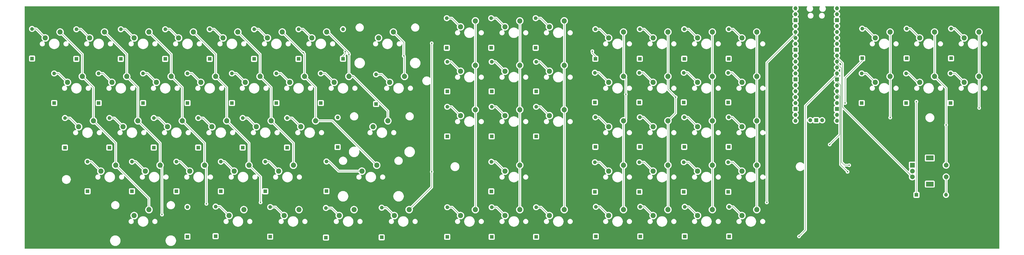
<source format=gbr>
%TF.GenerationSoftware,KiCad,Pcbnew,8.99.0-3334-g98ae574c78*%
%TF.CreationDate,2025-06-08T22:47:57-05:00*%
%TF.ProjectId,CircuitCyboard-Right,43697263-7569-4744-9379-626f6172642d,rev?*%
%TF.SameCoordinates,Original*%
%TF.FileFunction,Copper,L2,Bot*%
%TF.FilePolarity,Positive*%
%FSLAX46Y46*%
G04 Gerber Fmt 4.6, Leading zero omitted, Abs format (unit mm)*
G04 Created by KiCad (PCBNEW 8.99.0-3334-g98ae574c78) date 2025-06-08 22:47:57*
%MOMM*%
%LPD*%
G01*
G04 APERTURE LIST*
%TA.AperFunction,ComponentPad*%
%ADD10C,2.200000*%
%TD*%
%TA.AperFunction,ComponentPad*%
%ADD11R,2.000000X2.000000*%
%TD*%
%TA.AperFunction,ComponentPad*%
%ADD12C,2.000000*%
%TD*%
%TA.AperFunction,ComponentPad*%
%ADD13R,3.200000X2.000000*%
%TD*%
%TA.AperFunction,ComponentPad*%
%ADD14O,1.700000X1.700000*%
%TD*%
%TA.AperFunction,ComponentPad*%
%ADD15R,1.700000X1.700000*%
%TD*%
%TA.AperFunction,ComponentPad*%
%ADD16R,1.600000X1.600000*%
%TD*%
%TA.AperFunction,ComponentPad*%
%ADD17O,1.600000X1.600000*%
%TD*%
%TA.AperFunction,ViaPad*%
%ADD18C,0.600000*%
%TD*%
%TA.AperFunction,Conductor*%
%ADD19C,0.200000*%
%TD*%
G04 APERTURE END LIST*
D10*
%TO.P,SW62,1,1*%
%TO.N,Col13*%
X337840100Y-110140000D03*
%TO.P,SW62,2,2*%
%TO.N,Net-(D62-A)*%
X331490100Y-112680000D03*
%TD*%
%TO.P,SW4,1,1*%
%TO.N,Col0*%
X82032500Y-91090000D03*
%TO.P,SW4,2,2*%
%TO.N,Net-(D4-A)*%
X75682500Y-93630000D03*
%TD*%
%TO.P,SW36,1,1*%
%TO.N,Col8*%
X236240100Y-48227500D03*
%TO.P,SW36,2,2*%
%TO.N,Net-(D36-A)*%
X229890100Y-50767500D03*
%TD*%
%TO.P,SW47,1,1*%
%TO.N,Col10*%
X274340100Y-110140000D03*
%TO.P,SW47,2,2*%
%TO.N,Net-(D47-A)*%
X267990100Y-112680000D03*
%TD*%
%TO.P,SW52,1,1*%
%TO.N,Col11*%
X299740100Y-110140000D03*
%TO.P,SW52,2,2*%
%TO.N,Net-(D52-A)*%
X293390100Y-112680000D03*
%TD*%
%TO.P,SW2,1,1*%
%TO.N,Col0*%
X67745000Y-52990000D03*
%TO.P,SW2,2,2*%
%TO.N,Net-(D2-A)*%
X61395000Y-55530000D03*
%TD*%
%TO.P,SW61,1,1*%
%TO.N,Col13*%
X337840100Y-91090000D03*
%TO.P,SW61,2,2*%
%TO.N,Net-(D61-A)*%
X331490100Y-93630000D03*
%TD*%
%TO.P,SW66,1,1*%
%TO.N,Col14*%
X356890100Y-91090000D03*
%TO.P,SW66,2,2*%
%TO.N,Net-(D66-A)*%
X350540100Y-93630000D03*
%TD*%
%TO.P,SW59,1,1*%
%TO.N,Col13*%
X337840100Y-52990000D03*
%TO.P,SW59,2,2*%
%TO.N,Net-(D59-A)*%
X331490100Y-55530000D03*
%TD*%
%TO.P,SW39,1,1*%
%TO.N,Col9*%
X255290100Y-29177500D03*
%TO.P,SW39,2,2*%
%TO.N,Net-(D39-A)*%
X248940100Y-31717500D03*
%TD*%
D11*
%TO.P,SW72,A,A*%
%TO.N,RE-A*%
X423565100Y-91090000D03*
D12*
%TO.P,SW72,B,B*%
%TO.N,RE-B*%
X423565100Y-96090000D03*
%TO.P,SW72,C,C*%
%TO.N,GND*%
X423565100Y-93590000D03*
D13*
%TO.P,SW72,MP*%
%TO.N,N/C*%
X431065100Y-87990000D03*
X431065100Y-99190000D03*
D12*
%TO.P,SW72,S1,S1*%
%TO.N,Net-(D70-A)*%
X438065100Y-96090000D03*
%TO.P,SW72,S2,S2*%
%TO.N,Col16*%
X438065100Y-91090000D03*
%TD*%
D10*
%TO.P,SW41,1,1*%
%TO.N,Col9*%
X255290100Y-67277500D03*
%TO.P,SW41,2,2*%
%TO.N,Net-(D41-A)*%
X248940100Y-69817500D03*
%TD*%
%TO.P,SW27,1,1*%
%TO.N,Col5*%
X162995000Y-52990000D03*
%TO.P,SW27,2,2*%
%TO.N,Net-(D27-A)*%
X156645000Y-55530000D03*
%TD*%
%TO.P,SW1,1,1*%
%TO.N,Col0*%
X58220000Y-33940000D03*
%TO.P,SW1,2,2*%
%TO.N,Net-(D1-A)*%
X51870000Y-36480000D03*
%TD*%
%TO.P,SW9,1,1*%
%TO.N,Col1*%
X101082500Y-91090000D03*
%TO.P,SW9,2,2*%
%TO.N,Net-(D9-A)*%
X94732500Y-93630000D03*
%TD*%
%TO.P,SW19,1,1*%
%TO.N,Col3*%
X139182500Y-91090000D03*
%TO.P,SW19,2,2*%
%TO.N,Net-(D19-A)*%
X132832500Y-93630000D03*
%TD*%
%TO.P,SW53,1,1*%
%TO.N,Col12*%
X318790100Y-33940000D03*
%TO.P,SW53,2,2*%
%TO.N,Net-(D53-A)*%
X312440100Y-36480000D03*
%TD*%
%TO.P,SW26,1,1*%
%TO.N,Col5*%
X153470000Y-33940000D03*
%TO.P,SW26,2,2*%
%TO.N,Net-(D26-A)*%
X147120000Y-36480000D03*
%TD*%
%TO.P,SW54,1,1*%
%TO.N,Col12*%
X318790100Y-52990000D03*
%TO.P,SW54,2,2*%
%TO.N,Net-(D54-A)*%
X312440100Y-55530000D03*
%TD*%
%TO.P,SW69,1,1*%
%TO.N,Col15*%
X414040100Y-52990000D03*
%TO.P,SW69,2,2*%
%TO.N,Net-(D69-A)*%
X407690100Y-55530000D03*
%TD*%
%TO.P,SW35,1,1*%
%TO.N,Col8*%
X236240100Y-29177500D03*
%TO.P,SW35,2,2*%
%TO.N,Net-(D35-A)*%
X229890100Y-31717500D03*
%TD*%
%TO.P,SW48,1,1*%
%TO.N,Col11*%
X299740100Y-33940000D03*
%TO.P,SW48,2,2*%
%TO.N,Net-(D48-A)*%
X293390100Y-36480000D03*
%TD*%
%TO.P,SW13,1,1*%
%TO.N,Col2*%
X110607500Y-72040000D03*
%TO.P,SW13,2,2*%
%TO.N,Net-(D13-A)*%
X104257500Y-74580000D03*
%TD*%
%TO.P,SW67,1,1*%
%TO.N,Col14*%
X356890100Y-110140000D03*
%TO.P,SW67,2,2*%
%TO.N,Net-(D67-A)*%
X350540100Y-112680000D03*
%TD*%
%TO.P,SW32,1,1*%
%TO.N,Col6*%
X198713500Y-72040000D03*
%TO.P,SW32,2,2*%
%TO.N,Net-(D32-A)*%
X192363500Y-74580000D03*
%TD*%
%TO.P,SW73,1,1*%
%TO.N,Col17*%
X452140100Y-33940000D03*
%TO.P,SW73,2,2*%
%TO.N,Net-(D73-A)*%
X445790100Y-36480000D03*
%TD*%
%TO.P,SW14,1,1*%
%TO.N,Col2*%
X120132500Y-91090000D03*
%TO.P,SW14,2,2*%
%TO.N,Net-(D14-A)*%
X113782500Y-93630000D03*
%TD*%
%TO.P,SW7,1,1*%
%TO.N,Col1*%
X86795000Y-52990000D03*
%TO.P,SW7,2,2*%
%TO.N,Net-(D7-A)*%
X80445000Y-55530000D03*
%TD*%
%TO.P,SW11,1,1*%
%TO.N,Col2*%
X96320000Y-33940000D03*
%TO.P,SW11,2,2*%
%TO.N,Net-(D11-A)*%
X89970000Y-36480000D03*
%TD*%
%TO.P,SW8,1,1*%
%TO.N,Col1*%
X91557500Y-72040000D03*
%TO.P,SW8,2,2*%
%TO.N,Net-(D8-A)*%
X85207500Y-74580000D03*
%TD*%
%TO.P,SW10,1,1*%
%TO.N,Col1*%
X136992300Y-110140000D03*
%TO.P,SW10,2,2*%
%TO.N,Net-(D10-A)*%
X130642300Y-112680000D03*
%TD*%
%TO.P,SW70,1,1*%
%TO.N,Col16*%
X433090100Y-33940000D03*
%TO.P,SW70,2,2*%
%TO.N,Net-(D71-A)*%
X426740100Y-36480000D03*
%TD*%
%TO.P,SW63,1,1*%
%TO.N,Col14*%
X356890100Y-33940000D03*
%TO.P,SW63,2,2*%
%TO.N,Net-(D63-A)*%
X350540100Y-36480000D03*
%TD*%
%TO.P,SW20,1,1*%
%TO.N,Col3*%
X184235200Y-110140000D03*
%TO.P,SW20,2,2*%
%TO.N,Net-(D20-A)*%
X177885200Y-112680000D03*
%TD*%
%TO.P,SW30,1,1*%
%TO.N,Col6*%
X172520000Y-33940000D03*
%TO.P,SW30,2,2*%
%TO.N,Net-(D30-A)*%
X166170000Y-36480000D03*
%TD*%
%TO.P,SW58,1,1*%
%TO.N,Col13*%
X337840100Y-33940000D03*
%TO.P,SW58,2,2*%
%TO.N,Net-(D58-A)*%
X331490100Y-36480000D03*
%TD*%
%TO.P,SW23,1,1*%
%TO.N,Col4*%
X148707500Y-72040000D03*
%TO.P,SW23,2,2*%
%TO.N,Net-(D23-A)*%
X142357500Y-74580000D03*
%TD*%
%TO.P,SW40,1,1*%
%TO.N,Col9*%
X255290100Y-48227500D03*
%TO.P,SW40,2,2*%
%TO.N,Net-(D40-A)*%
X248940100Y-50767500D03*
%TD*%
%TO.P,SW17,1,1*%
%TO.N,Col3*%
X124895000Y-52990000D03*
%TO.P,SW17,2,2*%
%TO.N,Net-(D17-A)*%
X118545000Y-55530000D03*
%TD*%
%TO.P,SW31,1,1*%
%TO.N,Col6*%
X182045000Y-52990000D03*
%TO.P,SW31,2,2*%
%TO.N,Net-(D31-A)*%
X175695000Y-55530000D03*
%TD*%
%TO.P,SW55,1,1*%
%TO.N,Col12*%
X318790100Y-72040000D03*
%TO.P,SW55,2,2*%
%TO.N,Net-(D55-A)*%
X312440100Y-74580000D03*
%TD*%
%TO.P,SW12,1,1*%
%TO.N,Col2*%
X105845000Y-52990000D03*
%TO.P,SW12,2,2*%
%TO.N,Net-(D12-A)*%
X99495000Y-55530000D03*
%TD*%
%TO.P,SW25,1,1*%
%TO.N,Col4*%
X207856600Y-110140000D03*
%TO.P,SW25,2,2*%
%TO.N,Net-(D25-A)*%
X201506600Y-112680000D03*
%TD*%
%TO.P,SW57,1,1*%
%TO.N,Col12*%
X318790100Y-110140000D03*
%TO.P,SW57,2,2*%
%TO.N,Net-(D57-A)*%
X312440100Y-112680000D03*
%TD*%
%TO.P,SW65,1,1*%
%TO.N,Col14*%
X356890100Y-72040000D03*
%TO.P,SW65,2,2*%
%TO.N,Net-(D65-A)*%
X350540100Y-74580000D03*
%TD*%
%TO.P,SW5,1,1*%
%TO.N,Col0*%
X96320000Y-110140000D03*
%TO.P,SW5,2,2*%
%TO.N,Net-(D5-A)*%
X89970000Y-112680000D03*
%TD*%
%TO.P,SW18,1,1*%
%TO.N,Col3*%
X129657500Y-72040000D03*
%TO.P,SW18,2,2*%
%TO.N,Net-(D18-A)*%
X123307500Y-74580000D03*
%TD*%
%TO.P,SW45,1,1*%
%TO.N,Col10*%
X274340100Y-48227500D03*
%TO.P,SW45,2,2*%
%TO.N,Net-(D45-A)*%
X267990100Y-50767500D03*
%TD*%
%TO.P,SW29,1,1*%
%TO.N,Col5*%
X193951500Y-91090000D03*
%TO.P,SW29,2,2*%
%TO.N,Net-(D29-A)*%
X187601500Y-93630000D03*
%TD*%
%TO.P,SW51,1,1*%
%TO.N,Col11*%
X299740100Y-91090000D03*
%TO.P,SW51,2,2*%
%TO.N,Net-(D51-A)*%
X293390100Y-93630000D03*
%TD*%
%TO.P,SW33,1,1*%
%TO.N,Col7*%
X201095000Y-33940000D03*
%TO.P,SW33,2,2*%
%TO.N,Net-(D33-A)*%
X194745000Y-36480000D03*
%TD*%
%TO.P,SW50,1,1*%
%TO.N,Col11*%
X299740100Y-72040000D03*
%TO.P,SW50,2,2*%
%TO.N,Net-(D50-A)*%
X293390100Y-74580000D03*
%TD*%
%TO.P,SW46,1,1*%
%TO.N,Col10*%
X274340100Y-67277500D03*
%TO.P,SW46,2,2*%
%TO.N,Net-(D46-A)*%
X267990100Y-69817500D03*
%TD*%
%TO.P,SW16,1,1*%
%TO.N,Col3*%
X115370000Y-33940000D03*
%TO.P,SW16,2,2*%
%TO.N,Net-(D16-A)*%
X109020000Y-36480000D03*
%TD*%
%TO.P,SW28,1,1*%
%TO.N,Col5*%
X167757500Y-72040000D03*
%TO.P,SW28,2,2*%
%TO.N,Net-(D28-A)*%
X161407500Y-74580000D03*
%TD*%
%TO.P,SW44,1,1*%
%TO.N,Col10*%
X274340100Y-29177500D03*
%TO.P,SW44,2,2*%
%TO.N,Net-(D44-A)*%
X267990100Y-31717500D03*
%TD*%
%TO.P,SW34,1,1*%
%TO.N,Col7*%
X205857500Y-52990000D03*
%TO.P,SW34,2,2*%
%TO.N,Net-(D34-A)*%
X199507500Y-55530000D03*
%TD*%
%TO.P,SW68,1,1*%
%TO.N,Col15*%
X414040100Y-33940000D03*
%TO.P,SW68,2,2*%
%TO.N,Net-(D68-A)*%
X407690100Y-36480000D03*
%TD*%
%TO.P,SW74,1,1*%
%TO.N,Col17*%
X452140100Y-52990000D03*
%TO.P,SW74,2,2*%
%TO.N,Net-(D74-A)*%
X445790100Y-55530000D03*
%TD*%
%TO.P,SW49,1,1*%
%TO.N,Col11*%
X299740100Y-52990000D03*
%TO.P,SW49,2,2*%
%TO.N,Net-(D49-A)*%
X293390100Y-55530000D03*
%TD*%
%TO.P,SW71,1,1*%
%TO.N,Col16*%
X433090100Y-52990000D03*
%TO.P,SW71,2,2*%
%TO.N,Net-(D72-A)*%
X426740100Y-55530000D03*
%TD*%
%TO.P,SW38,1,1*%
%TO.N,Col8*%
X236240100Y-110140000D03*
%TO.P,SW38,2,2*%
%TO.N,Net-(D38-A)*%
X229890100Y-112680000D03*
%TD*%
%TO.P,SW60,1,1*%
%TO.N,Col13*%
X337840100Y-72040000D03*
%TO.P,SW60,2,2*%
%TO.N,Net-(D60-A)*%
X331490100Y-74580000D03*
%TD*%
D14*
%TO.P,U1,1,GPIO0*%
%TO.N,Col0*%
X373485000Y-23770000D03*
%TO.P,U1,2,GPIO1*%
%TO.N,Col1*%
X373485000Y-26310000D03*
D15*
%TO.P,U1,3,GND*%
%TO.N,unconnected-(U1-GND-Pad3)*%
X373485000Y-28850000D03*
D14*
%TO.P,U1,4,GPIO2*%
%TO.N,Col2*%
X373485000Y-31390000D03*
%TO.P,U1,5,GPIO3*%
%TO.N,Col3*%
X373485000Y-33930000D03*
%TO.P,U1,6,GPIO4*%
%TO.N,Col4*%
X373485000Y-36470000D03*
%TO.P,U1,7,GPIO5*%
%TO.N,Col5*%
X373485000Y-39010000D03*
D15*
%TO.P,U1,8,GND*%
%TO.N,unconnected-(U1-GND-Pad8)*%
X373485000Y-41550000D03*
D14*
%TO.P,U1,9,GPIO6*%
%TO.N,Col6*%
X373485000Y-44090000D03*
%TO.P,U1,10,GPIO7*%
%TO.N,Col7*%
X373485000Y-46630000D03*
%TO.P,U1,11,GPIO8*%
%TO.N,Col8*%
X373485000Y-49170000D03*
%TO.P,U1,12,GPIO9*%
%TO.N,Col9*%
X373485000Y-51710000D03*
D15*
%TO.P,U1,13,GND*%
%TO.N,unconnected-(U1-GND-Pad13)*%
X373485000Y-54250000D03*
D14*
%TO.P,U1,14,GPIO10*%
%TO.N,Col10*%
X373485000Y-56790000D03*
%TO.P,U1,15,GPIO11*%
%TO.N,Col11*%
X373485000Y-59330000D03*
%TO.P,U1,16,GPIO12*%
%TO.N,Col12*%
X373485000Y-61870000D03*
%TO.P,U1,17,GPIO13*%
%TO.N,Col13*%
X373485000Y-64410000D03*
D15*
%TO.P,U1,18,GND*%
%TO.N,unconnected-(U1-GND-Pad18)*%
X373485000Y-66950000D03*
D14*
%TO.P,U1,19,GPIO14*%
%TO.N,Col14*%
X373485000Y-69490000D03*
%TO.P,U1,20,GPIO15*%
%TO.N,Col15*%
X373485000Y-72030000D03*
%TO.P,U1,21,GPIO16*%
%TO.N,Col16*%
X391265000Y-72030000D03*
%TO.P,U1,22,GPIO17*%
%TO.N,Col17*%
X391265000Y-69490000D03*
D15*
%TO.P,U1,23,GND*%
%TO.N,unconnected-(U1-GND-Pad23)*%
X391265000Y-66950000D03*
D14*
%TO.P,U1,24,GPIO18*%
%TO.N,Row0*%
X391265000Y-64410000D03*
%TO.P,U1,25,GPIO19*%
%TO.N,Row1*%
X391265000Y-61870000D03*
%TO.P,U1,26,GPIO20*%
%TO.N,Row2*%
X391265000Y-59330000D03*
%TO.P,U1,27,GPIO21*%
%TO.N,Row3*%
X391265000Y-56790000D03*
D15*
%TO.P,U1,28,GND*%
%TO.N,GND*%
X391265000Y-54250000D03*
D14*
%TO.P,U1,29,GPIO22*%
%TO.N,Row4*%
X391265000Y-51710000D03*
%TO.P,U1,30,RUN*%
%TO.N,unconnected-(U1-RUN-Pad30)*%
X391265000Y-49170000D03*
%TO.P,U1,31,GPIO26_ADC0*%
%TO.N,RE-A*%
X391265000Y-46630000D03*
%TO.P,U1,32,GPIO27_ADC1*%
%TO.N,RE-B*%
X391265000Y-44090000D03*
D15*
%TO.P,U1,33,AGND*%
%TO.N,unconnected-(U1-AGND-Pad33)*%
X391265000Y-41550000D03*
D14*
%TO.P,U1,34,GPIO28_ADC2*%
%TO.N,unconnected-(U1-GPIO28_ADC2-Pad34)*%
X391265000Y-39010000D03*
%TO.P,U1,35,ADC_VREF*%
%TO.N,unconnected-(U1-ADC_VREF-Pad35)*%
X391265000Y-36470000D03*
%TO.P,U1,36,3V3*%
%TO.N,unconnected-(U1-3V3-Pad36)*%
X391265000Y-33930000D03*
%TO.P,U1,37,3V3_EN*%
%TO.N,unconnected-(U1-3V3_EN-Pad37)*%
X391265000Y-31390000D03*
D15*
%TO.P,U1,38,GND*%
%TO.N,unconnected-(U1-GND-Pad38)*%
X391265000Y-28850000D03*
D14*
%TO.P,U1,39,VSYS*%
%TO.N,unconnected-(U1-VSYS-Pad39)*%
X391265000Y-26310000D03*
%TO.P,U1,40,VBUS*%
%TO.N,unconnected-(U1-VBUS-Pad40)*%
X391265000Y-23770000D03*
%TO.P,U1,41,SWCLK*%
%TO.N,unconnected-(U1-SWCLK-Pad41)*%
X379835000Y-71800000D03*
D15*
%TO.P,U1,42,GND*%
%TO.N,unconnected-(U1-GND-Pad42)*%
X382375000Y-71800000D03*
D14*
%TO.P,U1,43,SWDIO*%
%TO.N,unconnected-(U1-SWDIO-Pad43)*%
X384915000Y-71800000D03*
%TD*%
D10*
%TO.P,SW43,1,1*%
%TO.N,Col9*%
X255290100Y-110140000D03*
%TO.P,SW43,2,2*%
%TO.N,Net-(D43-A)*%
X248940100Y-112680000D03*
%TD*%
%TO.P,SW22,1,1*%
%TO.N,Col4*%
X143945000Y-52990000D03*
%TO.P,SW22,2,2*%
%TO.N,Net-(D22-A)*%
X137595000Y-55530000D03*
%TD*%
%TO.P,SW21,1,1*%
%TO.N,Col4*%
X134420000Y-33940000D03*
%TO.P,SW21,2,2*%
%TO.N,Net-(D21-A)*%
X128070000Y-36480000D03*
%TD*%
%TO.P,SW6,1,1*%
%TO.N,Col1*%
X77270000Y-33940000D03*
%TO.P,SW6,2,2*%
%TO.N,Net-(D6-A)*%
X70920000Y-36480000D03*
%TD*%
%TO.P,SW15,1,1*%
%TO.N,Col2*%
X160613800Y-110140000D03*
%TO.P,SW15,2,2*%
%TO.N,Net-(D15-A)*%
X154263800Y-112680000D03*
%TD*%
%TO.P,SW24,1,1*%
%TO.N,Col4*%
X158232500Y-91090000D03*
%TO.P,SW24,2,2*%
%TO.N,Net-(D24-A)*%
X151882500Y-93630000D03*
%TD*%
%TO.P,SW3,1,1*%
%TO.N,Col0*%
X72507500Y-72040000D03*
%TO.P,SW3,2,2*%
%TO.N,Net-(D3-A)*%
X66157500Y-74580000D03*
%TD*%
%TO.P,SW64,1,1*%
%TO.N,Col14*%
X356890100Y-52990000D03*
%TO.P,SW64,2,2*%
%TO.N,Net-(D64-A)*%
X350540100Y-55530000D03*
%TD*%
%TO.P,SW42,1,1*%
%TO.N,Col9*%
X255290100Y-91090000D03*
%TO.P,SW42,2,2*%
%TO.N,Net-(D42-A)*%
X248940100Y-93630000D03*
%TD*%
%TO.P,SW56,1,1*%
%TO.N,Col12*%
X318790100Y-91090000D03*
%TO.P,SW56,2,2*%
%TO.N,Net-(D56-A)*%
X312440100Y-93630000D03*
%TD*%
%TO.P,SW37,1,1*%
%TO.N,Col8*%
X236240100Y-67277500D03*
%TO.P,SW37,2,2*%
%TO.N,Net-(D37-A)*%
X229890100Y-69817500D03*
%TD*%
D16*
%TO.P,D58,1,K*%
%TO.N,Row0*%
X325780000Y-45420000D03*
D17*
%TO.P,D58,2,A*%
%TO.N,Net-(D58-A)*%
X325780000Y-32720000D03*
%TD*%
D16*
%TO.P,D11,1,K*%
%TO.N,Row0*%
X84230000Y-45470000D03*
D17*
%TO.P,D11,2,A*%
%TO.N,Net-(D11-A)*%
X84230000Y-32770000D03*
%TD*%
D16*
%TO.P,D6,1,K*%
%TO.N,Row0*%
X65180000Y-45470000D03*
D17*
%TO.P,D6,2,A*%
%TO.N,Net-(D6-A)*%
X65180000Y-32770000D03*
%TD*%
D16*
%TO.P,D16,1,K*%
%TO.N,Row0*%
X103280000Y-45470000D03*
D17*
%TO.P,D16,2,A*%
%TO.N,Net-(D16-A)*%
X103280000Y-32770000D03*
%TD*%
D16*
%TO.P,D72,1,K*%
%TO.N,Row1*%
X420930000Y-64420000D03*
D17*
%TO.P,D72,2,A*%
%TO.N,Net-(D72-A)*%
X420930000Y-51720000D03*
%TD*%
D16*
%TO.P,D39,1,K*%
%TO.N,Row0*%
X243030000Y-40720000D03*
D17*
%TO.P,D39,2,A*%
%TO.N,Net-(D39-A)*%
X243030000Y-28020000D03*
%TD*%
D16*
%TO.P,D68,1,K*%
%TO.N,Row0*%
X402080000Y-45220000D03*
D17*
%TO.P,D68,2,A*%
%TO.N,Net-(D68-A)*%
X402080000Y-32520000D03*
%TD*%
D16*
%TO.P,D69,1,K*%
%TO.N,Row1*%
X401880000Y-64420000D03*
D17*
%TO.P,D69,2,A*%
%TO.N,Net-(D69-A)*%
X401880000Y-51720000D03*
%TD*%
D16*
%TO.P,D22,1,K*%
%TO.N,Row1*%
X131880000Y-64420000D03*
D17*
%TO.P,D22,2,A*%
%TO.N,Net-(D22-A)*%
X131880000Y-51720000D03*
%TD*%
D16*
%TO.P,D43,1,K*%
%TO.N,Row4*%
X243230000Y-121820000D03*
D17*
%TO.P,D43,2,A*%
%TO.N,Net-(D43-A)*%
X243230000Y-109120000D03*
%TD*%
D16*
%TO.P,D57,1,K*%
%TO.N,Row4*%
X306930000Y-121620000D03*
D17*
%TO.P,D57,2,A*%
%TO.N,Net-(D57-A)*%
X306930000Y-108920000D03*
%TD*%
D16*
%TO.P,D14,1,K*%
%TO.N,Row3*%
X108080000Y-102270000D03*
D17*
%TO.P,D14,2,A*%
%TO.N,Net-(D14-A)*%
X108080000Y-89570000D03*
%TD*%
D16*
%TO.P,D50,1,K*%
%TO.N,Row2*%
X287680000Y-83220000D03*
D17*
%TO.P,D50,2,A*%
%TO.N,Net-(D50-A)*%
X287680000Y-70520000D03*
%TD*%
D16*
%TO.P,D7,1,K*%
%TO.N,Row1*%
X74730000Y-64420000D03*
D17*
%TO.P,D7,2,A*%
%TO.N,Net-(D7-A)*%
X74730000Y-51720000D03*
%TD*%
D16*
%TO.P,D27,1,K*%
%TO.N,Row1*%
X150930000Y-64420000D03*
D17*
%TO.P,D27,2,A*%
%TO.N,Net-(D27-A)*%
X150930000Y-51720000D03*
%TD*%
D16*
%TO.P,D31,1,K*%
%TO.N,Row1*%
X169980000Y-64420000D03*
D17*
%TO.P,D31,2,A*%
%TO.N,Net-(D31-A)*%
X169980000Y-51720000D03*
%TD*%
D16*
%TO.P,D3,1,K*%
%TO.N,Row2*%
X60280000Y-83520000D03*
D17*
%TO.P,D3,2,A*%
%TO.N,Net-(D3-A)*%
X60280000Y-70820000D03*
%TD*%
D16*
%TO.P,D8,1,K*%
%TO.N,Row2*%
X79330000Y-83520000D03*
D17*
%TO.P,D8,2,A*%
%TO.N,Net-(D8-A)*%
X79330000Y-70820000D03*
%TD*%
D16*
%TO.P,D67,1,K*%
%TO.N,Row4*%
X345030000Y-121620000D03*
D17*
%TO.P,D67,2,A*%
%TO.N,Net-(D67-A)*%
X345030000Y-108920000D03*
%TD*%
D16*
%TO.P,D47,1,K*%
%TO.N,Row4*%
X262280000Y-121820000D03*
D17*
%TO.P,D47,2,A*%
%TO.N,Net-(D47-A)*%
X262280000Y-109120000D03*
%TD*%
D16*
%TO.P,D36,1,K*%
%TO.N,Row1*%
X224180000Y-59420000D03*
D17*
%TO.P,D36,2,A*%
%TO.N,Net-(D36-A)*%
X224180000Y-46720000D03*
%TD*%
D16*
%TO.P,D65,1,K*%
%TO.N,Row2*%
X344830000Y-83220000D03*
D17*
%TO.P,D65,2,A*%
%TO.N,Net-(D65-A)*%
X344830000Y-70520000D03*
%TD*%
D16*
%TO.P,D48,1,K*%
%TO.N,Row0*%
X287680000Y-45420000D03*
D17*
%TO.P,D48,2,A*%
%TO.N,Net-(D48-A)*%
X287680000Y-32720000D03*
%TD*%
D16*
%TO.P,D19,1,K*%
%TO.N,Row3*%
X127130000Y-102270000D03*
D17*
%TO.P,D19,2,A*%
%TO.N,Net-(D19-A)*%
X127130000Y-89570000D03*
%TD*%
D16*
%TO.P,D38,1,K*%
%TO.N,Row4*%
X224180000Y-121820000D03*
D17*
%TO.P,D38,2,A*%
%TO.N,Net-(D38-A)*%
X224180000Y-109120000D03*
%TD*%
D16*
%TO.P,D20,1,K*%
%TO.N,Row4*%
X172180000Y-122120000D03*
D17*
%TO.P,D20,2,A*%
%TO.N,Net-(D20-A)*%
X172180000Y-109420000D03*
%TD*%
D16*
%TO.P,D34,1,K*%
%TO.N,Row1*%
X193680000Y-64820000D03*
D17*
%TO.P,D34,2,A*%
%TO.N,Net-(D34-A)*%
X193680000Y-52120000D03*
%TD*%
D16*
%TO.P,D63,1,K*%
%TO.N,Row0*%
X344830000Y-45420000D03*
D17*
%TO.P,D63,2,A*%
%TO.N,Net-(D63-A)*%
X344830000Y-32720000D03*
%TD*%
D16*
%TO.P,D73,1,K*%
%TO.N,Row0*%
X440180000Y-45220000D03*
D17*
%TO.P,D73,2,A*%
%TO.N,Net-(D73-A)*%
X440180000Y-32520000D03*
%TD*%
D16*
%TO.P,D54,1,K*%
%TO.N,Row1*%
X306530000Y-64120000D03*
D17*
%TO.P,D54,2,A*%
%TO.N,Net-(D54-A)*%
X306530000Y-51420000D03*
%TD*%
D16*
%TO.P,D37,1,K*%
%TO.N,Row2*%
X224180000Y-78720000D03*
D17*
%TO.P,D37,2,A*%
%TO.N,Net-(D37-A)*%
X224180000Y-66020000D03*
%TD*%
D16*
%TO.P,D55,1,K*%
%TO.N,Row2*%
X306730000Y-83220000D03*
D17*
%TO.P,D55,2,A*%
%TO.N,Net-(D55-A)*%
X306730000Y-70520000D03*
%TD*%
D16*
%TO.P,D70,1,K*%
%TO.N,Row3*%
X425330000Y-103820000D03*
D17*
%TO.P,D70,2,A*%
%TO.N,Net-(D70-A)*%
X438030000Y-103820000D03*
%TD*%
D16*
%TO.P,D56,1,K*%
%TO.N,Row3*%
X306530000Y-102520000D03*
D17*
%TO.P,D56,2,A*%
%TO.N,Net-(D56-A)*%
X306530000Y-89820000D03*
%TD*%
D16*
%TO.P,D26,1,K*%
%TO.N,Row0*%
X141380000Y-45470000D03*
D17*
%TO.P,D26,2,A*%
%TO.N,Net-(D26-A)*%
X141380000Y-32770000D03*
%TD*%
D16*
%TO.P,D25,1,K*%
%TO.N,Row4*%
X196080000Y-122020000D03*
D17*
%TO.P,D25,2,A*%
%TO.N,Net-(D25-A)*%
X196080000Y-109320000D03*
%TD*%
D16*
%TO.P,D32,1,K*%
%TO.N,Row2*%
X177200000Y-83300000D03*
D17*
%TO.P,D32,2,A*%
%TO.N,Net-(D32-A)*%
X177200000Y-70600000D03*
%TD*%
D16*
%TO.P,D42,1,K*%
%TO.N,Row3*%
X243080000Y-102320000D03*
D17*
%TO.P,D42,2,A*%
%TO.N,Net-(D42-A)*%
X243080000Y-89620000D03*
%TD*%
D16*
%TO.P,D45,1,K*%
%TO.N,Row1*%
X262280000Y-59420000D03*
D17*
%TO.P,D45,2,A*%
%TO.N,Net-(D45-A)*%
X262280000Y-46720000D03*
%TD*%
D16*
%TO.P,D23,1,K*%
%TO.N,Row2*%
X136480000Y-83520000D03*
D17*
%TO.P,D23,2,A*%
%TO.N,Net-(D23-A)*%
X136480000Y-70820000D03*
%TD*%
D16*
%TO.P,D21,1,K*%
%TO.N,Row0*%
X122330000Y-45470000D03*
D17*
%TO.P,D21,2,A*%
%TO.N,Net-(D21-A)*%
X122330000Y-32770000D03*
%TD*%
D16*
%TO.P,D64,1,K*%
%TO.N,Row1*%
X344630000Y-64120000D03*
D17*
%TO.P,D64,2,A*%
%TO.N,Net-(D64-A)*%
X344630000Y-51420000D03*
%TD*%
D16*
%TO.P,D4,1,K*%
%TO.N,Row3*%
X69980000Y-102270000D03*
D17*
%TO.P,D4,2,A*%
%TO.N,Net-(D4-A)*%
X69980000Y-89570000D03*
%TD*%
D16*
%TO.P,D35,1,K*%
%TO.N,Row0*%
X223980000Y-40720000D03*
D17*
%TO.P,D35,2,A*%
%TO.N,Net-(D35-A)*%
X223980000Y-28020000D03*
%TD*%
D16*
%TO.P,D74,1,K*%
%TO.N,Row1*%
X439980000Y-64420000D03*
D17*
%TO.P,D74,2,A*%
%TO.N,Net-(D74-A)*%
X439980000Y-51720000D03*
%TD*%
D16*
%TO.P,D40,1,K*%
%TO.N,Row1*%
X243230000Y-59420000D03*
D17*
%TO.P,D40,2,A*%
%TO.N,Net-(D40-A)*%
X243230000Y-46720000D03*
%TD*%
D16*
%TO.P,D30,1,K*%
%TO.N,Row0*%
X160430000Y-45470000D03*
D17*
%TO.P,D30,2,A*%
%TO.N,Net-(D30-A)*%
X160430000Y-32770000D03*
%TD*%
D16*
%TO.P,D44,1,K*%
%TO.N,Row0*%
X262080000Y-40720000D03*
D17*
%TO.P,D44,2,A*%
%TO.N,Net-(D44-A)*%
X262080000Y-28020000D03*
%TD*%
D16*
%TO.P,D51,1,K*%
%TO.N,Row3*%
X287480000Y-102520000D03*
D17*
%TO.P,D51,2,A*%
%TO.N,Net-(D51-A)*%
X287480000Y-89820000D03*
%TD*%
D16*
%TO.P,D29,1,K*%
%TO.N,Row3*%
X172400000Y-102200000D03*
D17*
%TO.P,D29,2,A*%
%TO.N,Net-(D29-A)*%
X172400000Y-89500000D03*
%TD*%
D16*
%TO.P,D12,1,K*%
%TO.N,Row1*%
X93780000Y-64420000D03*
D17*
%TO.P,D12,2,A*%
%TO.N,Net-(D12-A)*%
X93780000Y-51720000D03*
%TD*%
D16*
%TO.P,D41,1,K*%
%TO.N,Row2*%
X243230000Y-78720000D03*
D17*
%TO.P,D41,2,A*%
%TO.N,Net-(D41-A)*%
X243230000Y-66020000D03*
%TD*%
D16*
%TO.P,D15,1,K*%
%TO.N,Row4*%
X148280000Y-121720000D03*
D17*
%TO.P,D15,2,A*%
%TO.N,Net-(D15-A)*%
X148280000Y-109020000D03*
%TD*%
D16*
%TO.P,D62,1,K*%
%TO.N,Row4*%
X325980000Y-121620000D03*
D17*
%TO.P,D62,2,A*%
%TO.N,Net-(D62-A)*%
X325980000Y-108920000D03*
%TD*%
D16*
%TO.P,D1,1,K*%
%TO.N,Row0*%
X46180000Y-45320000D03*
D17*
%TO.P,D1,2,A*%
%TO.N,Net-(D1-A)*%
X46180000Y-32620000D03*
%TD*%
D16*
%TO.P,D52,1,K*%
%TO.N,Row4*%
X287880000Y-121620000D03*
D17*
%TO.P,D52,2,A*%
%TO.N,Net-(D52-A)*%
X287880000Y-108920000D03*
%TD*%
D16*
%TO.P,D61,1,K*%
%TO.N,Row3*%
X325580000Y-102520000D03*
D17*
%TO.P,D61,2,A*%
%TO.N,Net-(D61-A)*%
X325580000Y-89820000D03*
%TD*%
D16*
%TO.P,D66,1,K*%
%TO.N,Row3*%
X344630000Y-102520000D03*
D17*
%TO.P,D66,2,A*%
%TO.N,Net-(D66-A)*%
X344630000Y-89820000D03*
%TD*%
D16*
%TO.P,D13,1,K*%
%TO.N,Row2*%
X98380000Y-83520000D03*
D17*
%TO.P,D13,2,A*%
%TO.N,Net-(D13-A)*%
X98380000Y-70820000D03*
%TD*%
D16*
%TO.P,D46,1,K*%
%TO.N,Row2*%
X262280000Y-78720000D03*
D17*
%TO.P,D46,2,A*%
%TO.N,Net-(D46-A)*%
X262280000Y-66020000D03*
%TD*%
D16*
%TO.P,D18,1,K*%
%TO.N,Row2*%
X117430000Y-83520000D03*
D17*
%TO.P,D18,2,A*%
%TO.N,Net-(D18-A)*%
X117430000Y-70820000D03*
%TD*%
D16*
%TO.P,D28,1,K*%
%TO.N,Row2*%
X155530000Y-83520000D03*
D17*
%TO.P,D28,2,A*%
%TO.N,Net-(D28-A)*%
X155530000Y-70820000D03*
%TD*%
D16*
%TO.P,D10,1,K*%
%TO.N,Row4*%
X124880000Y-121520000D03*
D17*
%TO.P,D10,2,A*%
%TO.N,Net-(D10-A)*%
X124880000Y-108820000D03*
%TD*%
D16*
%TO.P,D9,1,K*%
%TO.N,Row3*%
X89030000Y-102270000D03*
D17*
%TO.P,D9,2,A*%
%TO.N,Net-(D9-A)*%
X89030000Y-89570000D03*
%TD*%
D16*
%TO.P,D71,1,K*%
%TO.N,Row0*%
X421130000Y-45220000D03*
D17*
%TO.P,D71,2,A*%
%TO.N,Net-(D71-A)*%
X421130000Y-32520000D03*
%TD*%
D16*
%TO.P,D5,1,K*%
%TO.N,Row4*%
X112800000Y-121700000D03*
D17*
%TO.P,D5,2,A*%
%TO.N,Net-(D5-A)*%
X112800000Y-109000000D03*
%TD*%
D16*
%TO.P,D49,1,K*%
%TO.N,Row1*%
X287480000Y-64120000D03*
D17*
%TO.P,D49,2,A*%
%TO.N,Net-(D49-A)*%
X287480000Y-51420000D03*
%TD*%
D16*
%TO.P,D17,1,K*%
%TO.N,Row1*%
X112830000Y-64420000D03*
D17*
%TO.P,D17,2,A*%
%TO.N,Net-(D17-A)*%
X112830000Y-51720000D03*
%TD*%
D16*
%TO.P,D53,1,K*%
%TO.N,Row0*%
X306730000Y-45420000D03*
D17*
%TO.P,D53,2,A*%
%TO.N,Net-(D53-A)*%
X306730000Y-32720000D03*
%TD*%
D16*
%TO.P,D24,1,K*%
%TO.N,Row3*%
X146180000Y-102270000D03*
D17*
%TO.P,D24,2,A*%
%TO.N,Net-(D24-A)*%
X146180000Y-89570000D03*
%TD*%
D16*
%TO.P,D60,1,K*%
%TO.N,Row2*%
X325780000Y-83220000D03*
D17*
%TO.P,D60,2,A*%
%TO.N,Net-(D60-A)*%
X325780000Y-70520000D03*
%TD*%
D16*
%TO.P,D59,1,K*%
%TO.N,Row1*%
X325580000Y-64120000D03*
D17*
%TO.P,D59,2,A*%
%TO.N,Net-(D59-A)*%
X325580000Y-51420000D03*
%TD*%
D16*
%TO.P,D33,1,K*%
%TO.N,Row0*%
X179500000Y-45420000D03*
D17*
%TO.P,D33,2,A*%
%TO.N,Net-(D33-A)*%
X179500000Y-32720000D03*
%TD*%
D16*
%TO.P,D2,1,K*%
%TO.N,Row1*%
X55680000Y-64420000D03*
D17*
%TO.P,D2,2,A*%
%TO.N,Net-(D2-A)*%
X55680000Y-51720000D03*
%TD*%
D18*
%TO.N,Row0*%
X180485300Y-42299900D03*
X394762900Y-64410000D03*
X286378400Y-42177900D03*
%TO.N,Row2*%
X388160800Y-82204300D03*
%TO.N,Row3*%
X425330000Y-63800000D03*
%TO.N,Row4*%
X375000000Y-121620000D03*
%TO.N,Col16*%
X438065100Y-73800000D03*
%TO.N,RE-A*%
X396500000Y-91090000D03*
%TO.N,GND*%
X395800000Y-93893500D03*
%TO.N,Col17*%
X452228200Y-66500000D03*
%TO.N,Col1*%
X101895700Y-112280100D03*
%TO.N,Col2*%
X120945700Y-107669000D03*
%TO.N,Col3*%
X361174800Y-107058000D03*
X144160900Y-107058000D03*
%TO.N,Col4*%
X217525600Y-93893500D03*
X217525600Y-38775400D03*
%TO.N,Col5*%
X162464300Y-42779600D03*
%TO.N,Col6*%
X182045000Y-43569000D03*
%TO.N,Col7*%
X205551200Y-44214400D03*
%TO.N,Col11*%
X300756500Y-60651200D03*
%TO.N,Col12*%
X322108500Y-61870000D03*
%TO.N,Col15*%
X414090800Y-70648300D03*
%TD*%
D19*
%TO.N,Row0*%
X286378400Y-43016700D02*
X286378400Y-42177900D01*
X180485300Y-43333000D02*
X180485300Y-42299900D01*
X179500000Y-44318300D02*
X180485300Y-43333000D01*
X287680000Y-44318300D02*
X286378400Y-43016700D01*
X287680000Y-45420000D02*
X287680000Y-44318300D01*
X394762900Y-53638800D02*
X394762900Y-64410000D01*
X402080000Y-45220000D02*
X402080000Y-46321700D01*
X179500000Y-45420000D02*
X179500000Y-44318300D01*
X402080000Y-46321700D02*
X394762900Y-53638800D01*
%TO.N,Net-(D1-A)*%
X48010000Y-32620000D02*
X51870000Y-36480000D01*
X46180000Y-32620000D02*
X48010000Y-32620000D01*
%TO.N,Net-(D2-A)*%
X57585000Y-51720000D02*
X61395000Y-55530000D01*
X55680000Y-51720000D02*
X57585000Y-51720000D01*
%TO.N,Row2*%
X391265000Y-60481700D02*
X391553000Y-60481700D01*
X392416700Y-77948400D02*
X388160800Y-82204300D01*
X391553000Y-60481700D02*
X392416700Y-61345400D01*
X391265000Y-59330000D02*
X391265000Y-60481700D01*
X392416700Y-61345400D02*
X392416700Y-77948400D01*
%TO.N,Net-(D3-A)*%
X62397500Y-70820000D02*
X66157500Y-74580000D01*
X60280000Y-70820000D02*
X62397500Y-70820000D01*
%TO.N,Row3*%
X425330000Y-103820000D02*
X425330000Y-63800000D01*
%TO.N,Net-(D4-A)*%
X71622500Y-89570000D02*
X75682500Y-93630000D01*
X69980000Y-89570000D02*
X71622500Y-89570000D01*
%TO.N,Row4*%
X377754200Y-118865800D02*
X377754200Y-65580700D01*
X390473200Y-52861700D02*
X391265000Y-52861700D01*
X377754200Y-65580700D02*
X390473200Y-52861700D01*
X391265000Y-52861700D02*
X391265000Y-51710000D01*
X375000000Y-121620000D02*
X377754200Y-118865800D01*
%TO.N,Net-(D6-A)*%
X65180000Y-32770000D02*
X67210000Y-32770000D01*
X67210000Y-32770000D02*
X70920000Y-36480000D01*
%TO.N,Net-(D7-A)*%
X76635000Y-51720000D02*
X80445000Y-55530000D01*
X74730000Y-51720000D02*
X76635000Y-51720000D01*
%TO.N,Net-(D8-A)*%
X79330000Y-70820000D02*
X81447500Y-70820000D01*
X81447500Y-70820000D02*
X85207500Y-74580000D01*
%TO.N,Net-(D9-A)*%
X90672500Y-89570000D02*
X94732500Y-93630000D01*
X89030000Y-89570000D02*
X90672500Y-89570000D01*
%TO.N,Net-(D10-A)*%
X126782300Y-108820000D02*
X130642300Y-112680000D01*
X124880000Y-108820000D02*
X126782300Y-108820000D01*
%TO.N,Net-(D11-A)*%
X84230000Y-32770000D02*
X86260000Y-32770000D01*
X86260000Y-32770000D02*
X89970000Y-36480000D01*
%TO.N,Net-(D12-A)*%
X93780000Y-51720000D02*
X95685000Y-51720000D01*
X95685000Y-51720000D02*
X99495000Y-55530000D01*
%TO.N,Net-(D13-A)*%
X100497500Y-70820000D02*
X104257500Y-74580000D01*
X98380000Y-70820000D02*
X100497500Y-70820000D01*
%TO.N,Net-(D14-A)*%
X109722500Y-89570000D02*
X113782500Y-93630000D01*
X108080000Y-89570000D02*
X109722500Y-89570000D01*
%TO.N,Net-(D15-A)*%
X150603800Y-109020000D02*
X154263800Y-112680000D01*
X148280000Y-109020000D02*
X150603800Y-109020000D01*
%TO.N,Net-(D16-A)*%
X103280000Y-32770000D02*
X105310000Y-32770000D01*
X105310000Y-32770000D02*
X109020000Y-36480000D01*
%TO.N,Net-(D17-A)*%
X112830000Y-51720000D02*
X114735000Y-51720000D01*
X114735000Y-51720000D02*
X118545000Y-55530000D01*
%TO.N,Net-(D18-A)*%
X117430000Y-70820000D02*
X119547500Y-70820000D01*
X119547500Y-70820000D02*
X123307500Y-74580000D01*
%TO.N,Net-(D19-A)*%
X127130000Y-89570000D02*
X128772500Y-89570000D01*
X128772500Y-89570000D02*
X132832500Y-93630000D01*
%TO.N,Net-(D20-A)*%
X172180000Y-109420000D02*
X174625200Y-109420000D01*
X174625200Y-109420000D02*
X177885200Y-112680000D01*
%TO.N,Net-(D21-A)*%
X124360000Y-32770000D02*
X128070000Y-36480000D01*
X122330000Y-32770000D02*
X124360000Y-32770000D01*
%TO.N,Net-(D22-A)*%
X133785000Y-51720000D02*
X137595000Y-55530000D01*
X131880000Y-51720000D02*
X133785000Y-51720000D01*
%TO.N,Net-(D23-A)*%
X138597500Y-70820000D02*
X142357500Y-74580000D01*
X136480000Y-70820000D02*
X138597500Y-70820000D01*
%TO.N,Net-(D24-A)*%
X146180000Y-89570000D02*
X147822500Y-89570000D01*
X147822500Y-89570000D02*
X151882500Y-93630000D01*
%TO.N,Net-(D25-A)*%
X196080000Y-109320000D02*
X198146600Y-109320000D01*
X198146600Y-109320000D02*
X201506600Y-112680000D01*
%TO.N,Net-(D26-A)*%
X143410000Y-32770000D02*
X147120000Y-36480000D01*
X141380000Y-32770000D02*
X143410000Y-32770000D01*
%TO.N,Net-(D27-A)*%
X150930000Y-51720000D02*
X152835000Y-51720000D01*
X152835000Y-51720000D02*
X156645000Y-55530000D01*
%TO.N,Net-(D28-A)*%
X157647500Y-70820000D02*
X161407500Y-74580000D01*
X155530000Y-70820000D02*
X157647500Y-70820000D01*
%TO.N,Net-(D29-A)*%
X173501700Y-89500000D02*
X177631700Y-93630000D01*
X172400000Y-89500000D02*
X173501700Y-89500000D01*
X177631700Y-93630000D02*
X187601500Y-93630000D01*
%TO.N,Net-(D30-A)*%
X160430000Y-32770000D02*
X162460000Y-32770000D01*
X162460000Y-32770000D02*
X166170000Y-36480000D01*
%TO.N,Net-(D31-A)*%
X171885000Y-51720000D02*
X175695000Y-55530000D01*
X169980000Y-51720000D02*
X171885000Y-51720000D01*
%TO.N,Net-(D34-A)*%
X193680000Y-52120000D02*
X196097500Y-52120000D01*
X196097500Y-52120000D02*
X199507500Y-55530000D01*
%TO.N,Net-(D35-A)*%
X226192600Y-28020000D02*
X229890100Y-31717500D01*
X223980000Y-28020000D02*
X226192600Y-28020000D01*
%TO.N,Net-(D36-A)*%
X225842600Y-46720000D02*
X229890100Y-50767500D01*
X224180000Y-46720000D02*
X225842600Y-46720000D01*
%TO.N,Net-(D37-A)*%
X224180000Y-66020000D02*
X226092600Y-66020000D01*
X226092600Y-66020000D02*
X229890100Y-69817500D01*
%TO.N,Net-(D38-A)*%
X226330100Y-109120000D02*
X229890100Y-112680000D01*
X224180000Y-109120000D02*
X226330100Y-109120000D01*
%TO.N,Net-(D39-A)*%
X243030000Y-28020000D02*
X245242600Y-28020000D01*
X245242600Y-28020000D02*
X248940100Y-31717500D01*
%TO.N,Net-(D40-A)*%
X244892600Y-46720000D02*
X248940100Y-50767500D01*
X243230000Y-46720000D02*
X244892600Y-46720000D01*
%TO.N,Net-(D41-A)*%
X243230000Y-66020000D02*
X245142600Y-66020000D01*
X245142600Y-66020000D02*
X248940100Y-69817500D01*
%TO.N,Net-(D42-A)*%
X243080000Y-89620000D02*
X244930100Y-89620000D01*
X244930100Y-89620000D02*
X248940100Y-93630000D01*
%TO.N,Net-(D43-A)*%
X245380100Y-109120000D02*
X248940100Y-112680000D01*
X243230000Y-109120000D02*
X245380100Y-109120000D01*
%TO.N,Net-(D44-A)*%
X262080000Y-28020000D02*
X264292600Y-28020000D01*
X264292600Y-28020000D02*
X267990100Y-31717500D01*
%TO.N,Net-(D45-A)*%
X263942600Y-46720000D02*
X267990100Y-50767500D01*
X262280000Y-46720000D02*
X263942600Y-46720000D01*
%TO.N,Net-(D46-A)*%
X264192600Y-66020000D02*
X267990100Y-69817500D01*
X262280000Y-66020000D02*
X264192600Y-66020000D01*
%TO.N,Net-(D47-A)*%
X262280000Y-109120000D02*
X264430100Y-109120000D01*
X264430100Y-109120000D02*
X267990100Y-112680000D01*
%TO.N,Net-(D48-A)*%
X289630100Y-32720000D02*
X293390100Y-36480000D01*
X287680000Y-32720000D02*
X289630100Y-32720000D01*
%TO.N,Net-(D49-A)*%
X287480000Y-51420000D02*
X289280100Y-51420000D01*
X289280100Y-51420000D02*
X293390100Y-55530000D01*
%TO.N,Net-(D50-A)*%
X287680000Y-70520000D02*
X289330100Y-70520000D01*
X289330100Y-70520000D02*
X293390100Y-74580000D01*
%TO.N,Net-(D51-A)*%
X289580100Y-89820000D02*
X293390100Y-93630000D01*
X287480000Y-89820000D02*
X289580100Y-89820000D01*
%TO.N,Net-(D52-A)*%
X287880000Y-108920000D02*
X289630100Y-108920000D01*
X289630100Y-108920000D02*
X293390100Y-112680000D01*
%TO.N,Net-(D53-A)*%
X306730000Y-32720000D02*
X308680100Y-32720000D01*
X308680100Y-32720000D02*
X312440100Y-36480000D01*
%TO.N,Net-(D54-A)*%
X306530000Y-51420000D02*
X308330100Y-51420000D01*
X308330100Y-51420000D02*
X312440100Y-55530000D01*
%TO.N,Net-(D55-A)*%
X306730000Y-70520000D02*
X308380100Y-70520000D01*
X308380100Y-70520000D02*
X312440100Y-74580000D01*
%TO.N,Net-(D56-A)*%
X306530000Y-89820000D02*
X308630100Y-89820000D01*
X308630100Y-89820000D02*
X312440100Y-93630000D01*
%TO.N,Net-(D57-A)*%
X306930000Y-108920000D02*
X308680100Y-108920000D01*
X308680100Y-108920000D02*
X312440100Y-112680000D01*
%TO.N,Net-(D58-A)*%
X325780000Y-32720000D02*
X327730100Y-32720000D01*
X327730100Y-32720000D02*
X331490100Y-36480000D01*
%TO.N,Net-(D59-A)*%
X325580000Y-51420000D02*
X327380100Y-51420000D01*
X327380100Y-51420000D02*
X331490100Y-55530000D01*
%TO.N,Net-(D60-A)*%
X325780000Y-70520000D02*
X327430100Y-70520000D01*
X327430100Y-70520000D02*
X331490100Y-74580000D01*
%TO.N,Net-(D61-A)*%
X327680100Y-89820000D02*
X331490100Y-93630000D01*
X325580000Y-89820000D02*
X327680100Y-89820000D01*
%TO.N,Net-(D62-A)*%
X327730100Y-108920000D02*
X331490100Y-112680000D01*
X325980000Y-108920000D02*
X327730100Y-108920000D01*
%TO.N,Net-(D63-A)*%
X346780100Y-32720000D02*
X350540100Y-36480000D01*
X344830000Y-32720000D02*
X346780100Y-32720000D01*
%TO.N,Net-(D64-A)*%
X346430100Y-51420000D02*
X350540100Y-55530000D01*
X344630000Y-51420000D02*
X346430100Y-51420000D01*
%TO.N,Net-(D65-A)*%
X344830000Y-70520000D02*
X346480100Y-70520000D01*
X346480100Y-70520000D02*
X350540100Y-74580000D01*
%TO.N,Net-(D66-A)*%
X344630000Y-89820000D02*
X346730100Y-89820000D01*
X346730100Y-89820000D02*
X350540100Y-93630000D01*
%TO.N,Net-(D67-A)*%
X345030000Y-108920000D02*
X346780100Y-108920000D01*
X346780100Y-108920000D02*
X350540100Y-112680000D01*
%TO.N,Net-(D68-A)*%
X403730100Y-32520000D02*
X407690100Y-36480000D01*
X402080000Y-32520000D02*
X403730100Y-32520000D01*
%TO.N,Net-(D69-A)*%
X401880000Y-51720000D02*
X403880100Y-51720000D01*
X403880100Y-51720000D02*
X407690100Y-55530000D01*
%TO.N,Net-(D70-A)*%
X438030000Y-103820000D02*
X438030000Y-102718300D01*
X438065100Y-102683200D02*
X438065100Y-96090000D01*
X438030000Y-102718300D02*
X438065100Y-102683200D01*
%TO.N,Net-(D71-A)*%
X422780100Y-32520000D02*
X426740100Y-36480000D01*
X421130000Y-32520000D02*
X422780100Y-32520000D01*
%TO.N,Net-(D72-A)*%
X422031700Y-51720000D02*
X425841700Y-55530000D01*
X420930000Y-51720000D02*
X422031700Y-51720000D01*
X425841700Y-55530000D02*
X426740100Y-55530000D01*
%TO.N,Net-(D73-A)*%
X441830100Y-32520000D02*
X445790100Y-36480000D01*
X440180000Y-32520000D02*
X441830100Y-32520000D01*
%TO.N,Net-(D74-A)*%
X439980000Y-51720000D02*
X441980100Y-51720000D01*
X441980100Y-51720000D02*
X445790100Y-55530000D01*
%TO.N,Col16*%
X433090100Y-33940000D02*
X433140900Y-33990800D01*
X433140900Y-52939200D02*
X433090100Y-52990000D01*
X433140900Y-33990800D02*
X433140900Y-52939200D01*
X438065100Y-73800000D02*
X438065100Y-57965000D01*
X438065100Y-57965000D02*
X433090100Y-52990000D01*
X438065100Y-91090000D02*
X438065100Y-73800000D01*
%TO.N,RE-B*%
X393621800Y-66146700D02*
X393621800Y-47310500D01*
X391553000Y-45241700D02*
X391265000Y-45241700D01*
X391265000Y-44090000D02*
X391265000Y-45241700D01*
X423565100Y-96090000D02*
X393621800Y-66146700D01*
X393621800Y-47310500D02*
X391553000Y-45241700D01*
%TO.N,RE-A*%
X396500000Y-91090000D02*
X394530900Y-91090000D01*
X391553000Y-47781700D02*
X391265000Y-47781700D01*
X393220100Y-89779200D02*
X393220100Y-49448800D01*
X393220100Y-49448800D02*
X391553000Y-47781700D01*
X391265000Y-47781700D02*
X391265000Y-46630000D01*
X394530900Y-91090000D02*
X393220100Y-89779200D01*
%TO.N,GND*%
X392818400Y-56667100D02*
X391553000Y-55401700D01*
X392818400Y-90911900D02*
X392818400Y-56667100D01*
X391265000Y-55401700D02*
X391265000Y-54250000D01*
X391553000Y-55401700D02*
X391265000Y-55401700D01*
X395800000Y-93893500D02*
X392818400Y-90911900D01*
%TO.N,Col17*%
X452228200Y-53078100D02*
X452140100Y-52990000D01*
X452228300Y-52901800D02*
X452140100Y-52990000D01*
X452228300Y-34028200D02*
X452228300Y-52901800D01*
X452140100Y-33940000D02*
X452228300Y-34028200D01*
X452228200Y-66500000D02*
X452228200Y-53078100D01*
%TO.N,Col0*%
X58220000Y-33940000D02*
X67745000Y-43465000D01*
X82032500Y-81565000D02*
X82032500Y-91090000D01*
X72507500Y-72040000D02*
X72507500Y-57752500D01*
X72507500Y-72040000D02*
X82032500Y-81565000D01*
X72507500Y-57752500D02*
X67745000Y-52990000D01*
X67745000Y-43465000D02*
X67745000Y-52990000D01*
X96320000Y-110140000D02*
X96320000Y-105377500D01*
X96320000Y-105377500D02*
X82032500Y-91090000D01*
%TO.N,Col1*%
X91557500Y-72040000D02*
X101082500Y-81565000D01*
X86795000Y-43465000D02*
X86795000Y-52990000D01*
X101082500Y-81565000D02*
X101082500Y-91090000D01*
X101895700Y-91903200D02*
X101895700Y-112280100D01*
X101082500Y-91090000D02*
X101895700Y-91903200D01*
X77270000Y-33940000D02*
X86795000Y-43465000D01*
X86795000Y-52990000D02*
X91557500Y-57752500D01*
X91557500Y-57752500D02*
X91557500Y-72040000D01*
%TO.N,Col2*%
X110607500Y-57752500D02*
X110607500Y-72040000D01*
X120945700Y-107669000D02*
X120945700Y-91903200D01*
X120132500Y-81565000D02*
X120132500Y-91090000D01*
X105845000Y-43465000D02*
X105845000Y-52990000D01*
X120945700Y-91903200D02*
X120132500Y-91090000D01*
X110607500Y-72040000D02*
X120132500Y-81565000D01*
X96320000Y-33940000D02*
X105845000Y-43465000D01*
X105845000Y-52990000D02*
X110607500Y-57752500D01*
%TO.N,Col3*%
X115370000Y-33940000D02*
X124895000Y-43465000D01*
X373197100Y-35081700D02*
X361174800Y-47104000D01*
X129657500Y-72040000D02*
X129657500Y-57752500D01*
X139182500Y-81565000D02*
X139182500Y-91090000D01*
X373485000Y-35081700D02*
X373197100Y-35081700D01*
X129657500Y-72040000D02*
X139182500Y-81565000D01*
X129657500Y-57752500D02*
X124895000Y-52990000D01*
X373485000Y-33930000D02*
X373485000Y-35081700D01*
X144160900Y-96068400D02*
X144160900Y-107058000D01*
X361174800Y-47104000D02*
X361174800Y-107058000D01*
X139182500Y-91090000D02*
X144160900Y-96068400D01*
X124895000Y-43465000D02*
X124895000Y-52990000D01*
%TO.N,Col4*%
X158232500Y-81565000D02*
X148707500Y-72040000D01*
X217525600Y-93893500D02*
X217525600Y-38775400D01*
X143945000Y-52990000D02*
X148707500Y-57752500D01*
X148707500Y-57752500D02*
X148707500Y-72040000D01*
X158232500Y-91090000D02*
X158232500Y-81565000D01*
X217525600Y-100471000D02*
X217525600Y-93893500D01*
X207856600Y-110140000D02*
X217525600Y-100471000D01*
X143945000Y-43465000D02*
X143945000Y-52990000D01*
X134420000Y-33940000D02*
X143945000Y-43465000D01*
%TO.N,Col5*%
X193951500Y-91090000D02*
X174901500Y-72040000D01*
X162995000Y-52990000D02*
X162995000Y-43310300D01*
X162995000Y-43310300D02*
X162464300Y-42779600D01*
X167757500Y-72040000D02*
X167757500Y-57752500D01*
X162309600Y-42779600D02*
X162464300Y-42779600D01*
X174901500Y-72040000D02*
X167757500Y-72040000D01*
X153470000Y-33940000D02*
X162309600Y-42779600D01*
X167757500Y-57752500D02*
X162995000Y-52990000D01*
%TO.N,Col6*%
X182045000Y-52990000D02*
X182045000Y-43569000D01*
X198713500Y-72040000D02*
X198713500Y-67764700D01*
X183938800Y-52990000D02*
X182045000Y-52990000D01*
X172976300Y-33940000D02*
X172520000Y-33940000D01*
X198713500Y-67764700D02*
X183938800Y-52990000D01*
X182045000Y-43008700D02*
X172976300Y-33940000D01*
X182045000Y-43569000D02*
X182045000Y-43008700D01*
%TO.N,Col7*%
X205551200Y-38396200D02*
X205551200Y-44214400D01*
X205551200Y-44214400D02*
X205857500Y-44520700D01*
X201095000Y-33940000D02*
X205551200Y-38396200D01*
X205857500Y-44520700D02*
X205857500Y-52990000D01*
%TO.N,Col8*%
X236290900Y-67226700D02*
X236290900Y-48278300D01*
X236240100Y-110140000D02*
X236290900Y-110089200D01*
X236290900Y-67328300D02*
X236240100Y-67277500D01*
X236251800Y-48215800D02*
X236240100Y-48227500D01*
X236290900Y-110089200D02*
X236290900Y-67328300D01*
X236251800Y-29189200D02*
X236251800Y-48215800D01*
X236290900Y-48278300D02*
X236240100Y-48227500D01*
X236240100Y-29177500D02*
X236251800Y-29189200D01*
X236240100Y-67277500D02*
X236290900Y-67226700D01*
%TO.N,Col9*%
X255340900Y-29228300D02*
X255290100Y-29177500D01*
X255290100Y-48227500D02*
X255301800Y-48239200D01*
X255340900Y-48176700D02*
X255340900Y-29228300D01*
X255290100Y-110140000D02*
X255315500Y-110114600D01*
X255301800Y-67265800D02*
X255290100Y-67277500D01*
X255290100Y-48227500D02*
X255340900Y-48176700D01*
X255301800Y-48239200D02*
X255301800Y-67265800D01*
X255315500Y-110114600D02*
X255315500Y-91090000D01*
X255290100Y-91090000D02*
X255315500Y-91090000D01*
X255315500Y-91090000D02*
X255315500Y-67302900D01*
X255315500Y-67302900D02*
X255290100Y-67277500D01*
%TO.N,Col10*%
X274390900Y-48176700D02*
X274340100Y-48227500D01*
X274351800Y-48239200D02*
X274340100Y-48227500D01*
X274396500Y-110083600D02*
X274340100Y-110140000D01*
X274390900Y-29228300D02*
X274390900Y-48176700D01*
X274340100Y-67277500D02*
X274396500Y-67333900D01*
X274340100Y-67277500D02*
X274351800Y-67265800D01*
X274340100Y-29177500D02*
X274390900Y-29228300D01*
X274351800Y-67265800D02*
X274351800Y-48239200D01*
X274396500Y-67333900D02*
X274396500Y-110083600D01*
%TO.N,Col11*%
X300756500Y-60651200D02*
X300756500Y-71023600D01*
X299765500Y-72065400D02*
X299765500Y-91090000D01*
X299803600Y-34003500D02*
X299740100Y-33940000D01*
X299765500Y-91090000D02*
X299765500Y-110114600D01*
X299740100Y-52990000D02*
X299803600Y-52990000D01*
X299765500Y-91090000D02*
X299740100Y-91090000D01*
X299803600Y-52990000D02*
X299803600Y-34003500D01*
X299803600Y-52990000D02*
X300756500Y-53942900D01*
X300756500Y-53942900D02*
X300756500Y-60651200D01*
X299740100Y-72040000D02*
X299765500Y-72065400D01*
X299765500Y-110114600D02*
X299740100Y-110140000D01*
X300756500Y-71023600D02*
X299740100Y-72040000D01*
%TO.N,Col12*%
X318840900Y-52990000D02*
X318840900Y-33990800D01*
X318840900Y-110089200D02*
X318840900Y-91140800D01*
X318790100Y-91090000D02*
X318846700Y-91033400D01*
X318840900Y-33990800D02*
X318790100Y-33940000D01*
X318840900Y-58602400D02*
X318840900Y-52990000D01*
X318790100Y-72040000D02*
X322108500Y-68721600D01*
X318846700Y-72096600D02*
X318790100Y-72040000D01*
X318846700Y-91033400D02*
X318846700Y-72096600D01*
X318840900Y-52990000D02*
X318790100Y-52990000D01*
X322108500Y-68721600D02*
X322108500Y-61870000D01*
X318790100Y-110140000D02*
X318840900Y-110089200D01*
X322108500Y-61870000D02*
X318840900Y-58602400D01*
X318840900Y-91140800D02*
X318790100Y-91090000D01*
%TO.N,Col13*%
X337865500Y-33965400D02*
X337865500Y-52990000D01*
X337840100Y-72040000D02*
X337851800Y-72051700D01*
X337896500Y-110083600D02*
X337840100Y-110140000D01*
X337865500Y-52990000D02*
X337865500Y-72014600D01*
X337896500Y-91146400D02*
X337896500Y-110083600D01*
X337865500Y-52990000D02*
X337840100Y-52990000D01*
X337865500Y-72014600D02*
X337840100Y-72040000D01*
X337851800Y-91078300D02*
X337840100Y-91090000D01*
X337840100Y-91090000D02*
X337896500Y-91146400D01*
X337851800Y-72051700D02*
X337851800Y-91078300D01*
X337840100Y-33940000D02*
X337865500Y-33965400D01*
%TO.N,Col14*%
X356901800Y-91078300D02*
X356890100Y-91090000D01*
X356901800Y-72051700D02*
X356901800Y-91078300D01*
X356921500Y-52990000D02*
X356921500Y-72008600D01*
X356890100Y-110140000D02*
X356901800Y-110128300D01*
X356890100Y-72040000D02*
X356901800Y-72051700D01*
X356890100Y-33940000D02*
X356921500Y-33971400D01*
X356901800Y-91101700D02*
X356890100Y-91090000D01*
X356890100Y-52990000D02*
X356921500Y-52990000D01*
X356921500Y-72008600D02*
X356890100Y-72040000D01*
X356921500Y-33971400D02*
X356921500Y-52990000D01*
X356901800Y-110128300D02*
X356901800Y-91101700D01*
%TO.N,Col15*%
X414090900Y-52939200D02*
X414040100Y-52990000D01*
X414040100Y-52990000D02*
X414090800Y-53040700D01*
X414090900Y-33990800D02*
X414090900Y-52939200D01*
X414040100Y-33940000D02*
X414090900Y-33990800D01*
X414090800Y-53040700D02*
X414090800Y-70648300D01*
%TD*%
%TA.AperFunction,NonConductor*%
G36*
X392652705Y-47193208D02*
G01*
X392668941Y-47206876D01*
X392984981Y-47522916D01*
X393018466Y-47584239D01*
X393021300Y-47610597D01*
X393021300Y-48101403D01*
X393001615Y-48168442D01*
X392948811Y-48214197D01*
X392879653Y-48224141D01*
X392816097Y-48195116D01*
X392809619Y-48189084D01*
X392300251Y-47679716D01*
X392266766Y-47618393D01*
X392271750Y-47548701D01*
X392292304Y-47513780D01*
X392292241Y-47513734D01*
X392292721Y-47513073D01*
X392293653Y-47511490D01*
X392295094Y-47509801D01*
X392295104Y-47509792D01*
X392420051Y-47337816D01*
X392470776Y-47238261D01*
X392518749Y-47187467D01*
X392586569Y-47170671D01*
X392652705Y-47193208D01*
G37*
%TD.AperFunction*%
%TA.AperFunction,NonConductor*%
G36*
X392582020Y-49895868D02*
G01*
X392616377Y-49956706D01*
X392619600Y-49984793D01*
X392619600Y-50895206D01*
X392599915Y-50962245D01*
X392547111Y-51008000D01*
X392477953Y-51017944D01*
X392414397Y-50988919D01*
X392395282Y-50968091D01*
X392295109Y-50830214D01*
X392295105Y-50830209D01*
X392144786Y-50679890D01*
X391972820Y-50554951D01*
X391972115Y-50554591D01*
X391964054Y-50550485D01*
X391913259Y-50502512D01*
X391896463Y-50434692D01*
X391918999Y-50368556D01*
X391964054Y-50329515D01*
X391972816Y-50325051D01*
X392124591Y-50214781D01*
X392144786Y-50200109D01*
X392144788Y-50200106D01*
X392144792Y-50200104D01*
X392295104Y-50049792D01*
X392395283Y-49911906D01*
X392450611Y-49869242D01*
X392520224Y-49863263D01*
X392582020Y-49895868D01*
G37*
%TD.AperFunction*%
%TA.AperFunction,NonConductor*%
G36*
X392582020Y-52435868D02*
G01*
X392616377Y-52496706D01*
X392619600Y-52524793D01*
X392619600Y-52904816D01*
X392599915Y-52971855D01*
X392547111Y-53017610D01*
X392477953Y-53027554D01*
X392421289Y-53004083D01*
X392400442Y-52988477D01*
X392357331Y-52956204D01*
X392357329Y-52956203D01*
X392357328Y-52956202D01*
X392225917Y-52907189D01*
X392169983Y-52865318D01*
X392145566Y-52799853D01*
X392160418Y-52731580D01*
X392181563Y-52703332D01*
X392295104Y-52589792D01*
X392395283Y-52451906D01*
X392450611Y-52409242D01*
X392520224Y-52403263D01*
X392582020Y-52435868D01*
G37*
%TD.AperFunction*%
%TA.AperFunction,NonConductor*%
G36*
X372277020Y-22920185D02*
G01*
X372322775Y-22972989D01*
X372332719Y-23042147D01*
X372320466Y-23080795D01*
X372233444Y-23251585D01*
X372167753Y-23453760D01*
X372149018Y-23572049D01*
X372134500Y-23663713D01*
X372134500Y-23876287D01*
X372167754Y-24086243D01*
X372213798Y-24227952D01*
X372233444Y-24288414D01*
X372329951Y-24477820D01*
X372454890Y-24649786D01*
X372605213Y-24800109D01*
X372777182Y-24925050D01*
X372785946Y-24929516D01*
X372836742Y-24977491D01*
X372853536Y-25045312D01*
X372830998Y-25111447D01*
X372785946Y-25150484D01*
X372777182Y-25154949D01*
X372605213Y-25279890D01*
X372454890Y-25430213D01*
X372329951Y-25602179D01*
X372233444Y-25791585D01*
X372167753Y-25993760D01*
X372134500Y-26203713D01*
X372134500Y-26416286D01*
X372167753Y-26626239D01*
X372167753Y-26626241D01*
X372167754Y-26626243D01*
X372220439Y-26788391D01*
X372233444Y-26828414D01*
X372329951Y-27017820D01*
X372454890Y-27189786D01*
X372568430Y-27303326D01*
X372601915Y-27364649D01*
X372596931Y-27434341D01*
X372555059Y-27490274D01*
X372524083Y-27507189D01*
X372392669Y-27556203D01*
X372392664Y-27556206D01*
X372277455Y-27642452D01*
X372277452Y-27642455D01*
X372191206Y-27757664D01*
X372191202Y-27757671D01*
X372140908Y-27892517D01*
X372134501Y-27952116D01*
X372134501Y-27952123D01*
X372134500Y-27952135D01*
X372134500Y-29747870D01*
X372134501Y-29747876D01*
X372140908Y-29807483D01*
X372191202Y-29942328D01*
X372191206Y-29942335D01*
X372277452Y-30057544D01*
X372277455Y-30057547D01*
X372392664Y-30143793D01*
X372392671Y-30143797D01*
X372524082Y-30192810D01*
X372580016Y-30234681D01*
X372604433Y-30300145D01*
X372589582Y-30368418D01*
X372568431Y-30396673D01*
X372454889Y-30510215D01*
X372329951Y-30682179D01*
X372233444Y-30871585D01*
X372167753Y-31073760D01*
X372134500Y-31283713D01*
X372134500Y-31496286D01*
X372160067Y-31657713D01*
X372167754Y-31706243D01*
X372221867Y-31872786D01*
X372233444Y-31908414D01*
X372329951Y-32097820D01*
X372454890Y-32269786D01*
X372605213Y-32420109D01*
X372777182Y-32545050D01*
X372785946Y-32549516D01*
X372836742Y-32597491D01*
X372853536Y-32665312D01*
X372830998Y-32731447D01*
X372785946Y-32770484D01*
X372777182Y-32774949D01*
X372605213Y-32899890D01*
X372454890Y-33050213D01*
X372329951Y-33222179D01*
X372233444Y-33411585D01*
X372167753Y-33613760D01*
X372134500Y-33823713D01*
X372134500Y-34036286D01*
X372162307Y-34211857D01*
X372167754Y-34246243D01*
X372219339Y-34405006D01*
X372233444Y-34448414D01*
X372329951Y-34637820D01*
X372454885Y-34809779D01*
X372456395Y-34811546D01*
X372456758Y-34812356D01*
X372457759Y-34813734D01*
X372457469Y-34813944D01*
X372484972Y-34875304D01*
X372474542Y-34944391D01*
X372449794Y-34979769D01*
X360806086Y-46623478D01*
X360694281Y-46735282D01*
X360694279Y-46735285D01*
X360686019Y-46749593D01*
X360657461Y-46799057D01*
X360615223Y-46872215D01*
X360574299Y-47024943D01*
X360574299Y-47024945D01*
X360574299Y-47193046D01*
X360574300Y-47193059D01*
X360574300Y-57390940D01*
X360554615Y-57457979D01*
X360501811Y-57503734D01*
X360432653Y-57513678D01*
X360369097Y-57484653D01*
X360349982Y-57463826D01*
X360291828Y-57383785D01*
X360269514Y-57353072D01*
X360147028Y-57230586D01*
X360006888Y-57128768D01*
X359852545Y-57050127D01*
X359687801Y-56996598D01*
X359687799Y-56996597D01*
X359687798Y-56996597D01*
X359534421Y-56972305D01*
X359516711Y-56969500D01*
X359343489Y-56969500D01*
X359325779Y-56972305D01*
X359172402Y-56996597D01*
X359007652Y-57050128D01*
X358853311Y-57128768D01*
X358796389Y-57170125D01*
X358713172Y-57230586D01*
X358713170Y-57230588D01*
X358713169Y-57230588D01*
X358590688Y-57353069D01*
X358590688Y-57353070D01*
X358590686Y-57353072D01*
X358568372Y-57383785D01*
X358488868Y-57493211D01*
X358410228Y-57647552D01*
X358356697Y-57812302D01*
X358335673Y-57945048D01*
X358329600Y-57983389D01*
X358329600Y-58156611D01*
X358332505Y-58174951D01*
X358346363Y-58262452D01*
X358356698Y-58327701D01*
X358410227Y-58492445D01*
X358488868Y-58646788D01*
X358590686Y-58786928D01*
X358713172Y-58909414D01*
X358853312Y-59011232D01*
X359007655Y-59089873D01*
X359172399Y-59143402D01*
X359343489Y-59170500D01*
X359343490Y-59170500D01*
X359516710Y-59170500D01*
X359516711Y-59170500D01*
X359687801Y-59143402D01*
X359852545Y-59089873D01*
X360006888Y-59011232D01*
X360147028Y-58909414D01*
X360269514Y-58786928D01*
X360349983Y-58676172D01*
X360405312Y-58633508D01*
X360474926Y-58627529D01*
X360536721Y-58660135D01*
X360571078Y-58720974D01*
X360574300Y-58749059D01*
X360574300Y-76440940D01*
X360554615Y-76507979D01*
X360501811Y-76553734D01*
X360432653Y-76563678D01*
X360369097Y-76534653D01*
X360349982Y-76513826D01*
X360297027Y-76440940D01*
X360269514Y-76403072D01*
X360147028Y-76280586D01*
X360006888Y-76178768D01*
X359852545Y-76100127D01*
X359687801Y-76046598D01*
X359687799Y-76046597D01*
X359687798Y-76046597D01*
X359534421Y-76022305D01*
X359516711Y-76019500D01*
X359343489Y-76019500D01*
X359325779Y-76022305D01*
X359172402Y-76046597D01*
X359007652Y-76100128D01*
X358853311Y-76178768D01*
X358796389Y-76220125D01*
X358713172Y-76280586D01*
X358713170Y-76280588D01*
X358713169Y-76280588D01*
X358590688Y-76403069D01*
X358590688Y-76403070D01*
X358590686Y-76403072D01*
X358563173Y-76440940D01*
X358488868Y-76543211D01*
X358410228Y-76697552D01*
X358356697Y-76862302D01*
X358329600Y-77033389D01*
X358329600Y-77206611D01*
X358356698Y-77377701D01*
X358388704Y-77476206D01*
X358410228Y-77542447D01*
X358464163Y-77648302D01*
X358488868Y-77696788D01*
X358590686Y-77836928D01*
X358713172Y-77959414D01*
X358853312Y-78061232D01*
X359007655Y-78139873D01*
X359172399Y-78193402D01*
X359343489Y-78220500D01*
X359343490Y-78220500D01*
X359516710Y-78220500D01*
X359516711Y-78220500D01*
X359687801Y-78193402D01*
X359852545Y-78139873D01*
X360006888Y-78061232D01*
X360147028Y-77959414D01*
X360269514Y-77836928D01*
X360349983Y-77726172D01*
X360405312Y-77683508D01*
X360474926Y-77677529D01*
X360536721Y-77710135D01*
X360571078Y-77770974D01*
X360574300Y-77799059D01*
X360574300Y-95490940D01*
X360554615Y-95557979D01*
X360501811Y-95603734D01*
X360432653Y-95613678D01*
X360369097Y-95584653D01*
X360349982Y-95563826D01*
X360299532Y-95494388D01*
X360269514Y-95453072D01*
X360147028Y-95330586D01*
X360006888Y-95228768D01*
X359852545Y-95150127D01*
X359687801Y-95096598D01*
X359687799Y-95096597D01*
X359687798Y-95096597D01*
X359534421Y-95072305D01*
X359516711Y-95069500D01*
X359343489Y-95069500D01*
X359325779Y-95072305D01*
X359172402Y-95096597D01*
X359007652Y-95150128D01*
X358853311Y-95228768D01*
X358796389Y-95270125D01*
X358713172Y-95330586D01*
X358713170Y-95330588D01*
X358713169Y-95330588D01*
X358590688Y-95453069D01*
X358590688Y-95453070D01*
X358590686Y-95453072D01*
X358560668Y-95494388D01*
X358488868Y-95593211D01*
X358410228Y-95747552D01*
X358356697Y-95912302D01*
X358329600Y-96083389D01*
X358329600Y-96256610D01*
X358353373Y-96406712D01*
X358356698Y-96427701D01*
X358410227Y-96592445D01*
X358488868Y-96746788D01*
X358590686Y-96886928D01*
X358713172Y-97009414D01*
X358853312Y-97111232D01*
X359007655Y-97189873D01*
X359172399Y-97243402D01*
X359343489Y-97270500D01*
X359343490Y-97270500D01*
X359516710Y-97270500D01*
X359516711Y-97270500D01*
X359687801Y-97243402D01*
X359852545Y-97189873D01*
X360006888Y-97111232D01*
X360147028Y-97009414D01*
X360269514Y-96886928D01*
X360349983Y-96776172D01*
X360405312Y-96733508D01*
X360474926Y-96727529D01*
X360536721Y-96760135D01*
X360571078Y-96820974D01*
X360574300Y-96849059D01*
X360574300Y-106478234D01*
X360554615Y-106545273D01*
X360553402Y-106547125D01*
X360465409Y-106678814D01*
X360465402Y-106678827D01*
X360405064Y-106824498D01*
X360405061Y-106824510D01*
X360374300Y-106979153D01*
X360374300Y-107136846D01*
X360405061Y-107291489D01*
X360405064Y-107291501D01*
X360465402Y-107437172D01*
X360465409Y-107437185D01*
X360553010Y-107568288D01*
X360553013Y-107568292D01*
X360664507Y-107679786D01*
X360664511Y-107679789D01*
X360795614Y-107767390D01*
X360795627Y-107767397D01*
X360910024Y-107814781D01*
X360941303Y-107827737D01*
X361095953Y-107858499D01*
X361095956Y-107858500D01*
X361095958Y-107858500D01*
X361253644Y-107858500D01*
X361253645Y-107858499D01*
X361408297Y-107827737D01*
X361553979Y-107767394D01*
X361685089Y-107679789D01*
X361796589Y-107568289D01*
X361884194Y-107437179D01*
X361885916Y-107433023D01*
X361944535Y-107291501D01*
X361944537Y-107291497D01*
X361975300Y-107136842D01*
X361975300Y-106979158D01*
X361975300Y-106979155D01*
X361975299Y-106979153D01*
X361944538Y-106824510D01*
X361944537Y-106824503D01*
X361909764Y-106740553D01*
X361884197Y-106678827D01*
X361884190Y-106678814D01*
X361796198Y-106547125D01*
X361775320Y-106480447D01*
X361775300Y-106478234D01*
X361775300Y-47404096D01*
X361794985Y-47337057D01*
X361811614Y-47316420D01*
X372081093Y-37046940D01*
X372142414Y-37013457D01*
X372212106Y-37018441D01*
X372268039Y-37060313D01*
X372279257Y-37078328D01*
X372329951Y-37177819D01*
X372454890Y-37349786D01*
X372605213Y-37500109D01*
X372777182Y-37625050D01*
X372785946Y-37629516D01*
X372836742Y-37677491D01*
X372853536Y-37745312D01*
X372830998Y-37811447D01*
X372785946Y-37850484D01*
X372777182Y-37854949D01*
X372605213Y-37979890D01*
X372454890Y-38130213D01*
X372329951Y-38302179D01*
X372233444Y-38491585D01*
X372167753Y-38693760D01*
X372134500Y-38903713D01*
X372134500Y-39116286D01*
X372165955Y-39314888D01*
X372167754Y-39326243D01*
X372211212Y-39459993D01*
X372233444Y-39528414D01*
X372329951Y-39717820D01*
X372454890Y-39889786D01*
X372568430Y-40003326D01*
X372601915Y-40064649D01*
X372596931Y-40134341D01*
X372555059Y-40190274D01*
X372524083Y-40207189D01*
X372392669Y-40256203D01*
X372392664Y-40256206D01*
X372277455Y-40342452D01*
X372277452Y-40342455D01*
X372191206Y-40457664D01*
X372191202Y-40457671D01*
X372140908Y-40592517D01*
X372134501Y-40652116D01*
X372134501Y-40652123D01*
X372134500Y-40652135D01*
X372134500Y-42447870D01*
X372134501Y-42447876D01*
X372140908Y-42507483D01*
X372191202Y-42642328D01*
X372191206Y-42642335D01*
X372277452Y-42757544D01*
X372277455Y-42757547D01*
X372392664Y-42843793D01*
X372392671Y-42843797D01*
X372524082Y-42892810D01*
X372580016Y-42934681D01*
X372604433Y-43000145D01*
X372589582Y-43068418D01*
X372568431Y-43096673D01*
X372454889Y-43210215D01*
X372329951Y-43382179D01*
X372233444Y-43571585D01*
X372167753Y-43773760D01*
X372139905Y-43949586D01*
X372134500Y-43983713D01*
X372134500Y-44196287D01*
X372139239Y-44226206D01*
X372163228Y-44377671D01*
X372167754Y-44406243D01*
X372228625Y-44593585D01*
X372233444Y-44608414D01*
X372329951Y-44797820D01*
X372454890Y-44969786D01*
X372605213Y-45120109D01*
X372777182Y-45245050D01*
X372785946Y-45249516D01*
X372836742Y-45297491D01*
X372853536Y-45365312D01*
X372830998Y-45431447D01*
X372785946Y-45470484D01*
X372777182Y-45474949D01*
X372605213Y-45599890D01*
X372454890Y-45750213D01*
X372329951Y-45922179D01*
X372233444Y-46111585D01*
X372167753Y-46313760D01*
X372141812Y-46477546D01*
X372134500Y-46523713D01*
X372134500Y-46736287D01*
X372138394Y-46760874D01*
X372167047Y-46941784D01*
X372167754Y-46946243D01*
X372221774Y-47112500D01*
X372233444Y-47148414D01*
X372329951Y-47337820D01*
X372454890Y-47509786D01*
X372605213Y-47660109D01*
X372777182Y-47785050D01*
X372785946Y-47789516D01*
X372836742Y-47837491D01*
X372853536Y-47905312D01*
X372830998Y-47971447D01*
X372785946Y-48010484D01*
X372777182Y-48014949D01*
X372605213Y-48139890D01*
X372454890Y-48290213D01*
X372329951Y-48462179D01*
X372233444Y-48651585D01*
X372167753Y-48853760D01*
X372134500Y-49063713D01*
X372134500Y-49276286D01*
X372165496Y-49471991D01*
X372167754Y-49486243D01*
X372223376Y-49657430D01*
X372233444Y-49688414D01*
X372329951Y-49877820D01*
X372454890Y-50049786D01*
X372605213Y-50200109D01*
X372777182Y-50325050D01*
X372785946Y-50329516D01*
X372836742Y-50377491D01*
X372853536Y-50445312D01*
X372830998Y-50511447D01*
X372785946Y-50550484D01*
X372777182Y-50554949D01*
X372605213Y-50679890D01*
X372454890Y-50830213D01*
X372329951Y-51002179D01*
X372233444Y-51191585D01*
X372233443Y-51191587D01*
X372233443Y-51191588D01*
X372217882Y-51239480D01*
X372167753Y-51393760D01*
X372141356Y-51560424D01*
X372134500Y-51603713D01*
X372134500Y-51816287D01*
X372135461Y-51822352D01*
X372166392Y-52017648D01*
X372167754Y-52026243D01*
X372230457Y-52219223D01*
X372233444Y-52228414D01*
X372329951Y-52417820D01*
X372454890Y-52589786D01*
X372568430Y-52703326D01*
X372601915Y-52764649D01*
X372596931Y-52834341D01*
X372555059Y-52890274D01*
X372524083Y-52907189D01*
X372392669Y-52956203D01*
X372392664Y-52956206D01*
X372277455Y-53042452D01*
X372277452Y-53042455D01*
X372191206Y-53157664D01*
X372191202Y-53157671D01*
X372140908Y-53292517D01*
X372134501Y-53352116D01*
X372134501Y-53352123D01*
X372134500Y-53352135D01*
X372134500Y-55147870D01*
X372134501Y-55147876D01*
X372140908Y-55207483D01*
X372191202Y-55342328D01*
X372191206Y-55342335D01*
X372277452Y-55457544D01*
X372277455Y-55457547D01*
X372392664Y-55543793D01*
X372392671Y-55543797D01*
X372524082Y-55592810D01*
X372580016Y-55634681D01*
X372604433Y-55700145D01*
X372589582Y-55768418D01*
X372568431Y-55796673D01*
X372454889Y-55910215D01*
X372329951Y-56082179D01*
X372233444Y-56271585D01*
X372167753Y-56473760D01*
X372134500Y-56683713D01*
X372134500Y-56896286D01*
X372165353Y-57091089D01*
X372167754Y-57106243D01*
X372231080Y-57301140D01*
X372233444Y-57308414D01*
X372329951Y-57497820D01*
X372454890Y-57669786D01*
X372605213Y-57820109D01*
X372777182Y-57945050D01*
X372785946Y-57949516D01*
X372836742Y-57997491D01*
X372853536Y-58065312D01*
X372830998Y-58131447D01*
X372785946Y-58170484D01*
X372777182Y-58174949D01*
X372605213Y-58299890D01*
X372454890Y-58450213D01*
X372329951Y-58622179D01*
X372233444Y-58811585D01*
X372167753Y-59013760D01*
X372142928Y-59170500D01*
X372134500Y-59223713D01*
X372134500Y-59436287D01*
X372139018Y-59464810D01*
X372167753Y-59646239D01*
X372233444Y-59848414D01*
X372329951Y-60037820D01*
X372454890Y-60209786D01*
X372605213Y-60360109D01*
X372777182Y-60485050D01*
X372785946Y-60489516D01*
X372836742Y-60537491D01*
X372853536Y-60605312D01*
X372830998Y-60671447D01*
X372785946Y-60710484D01*
X372777182Y-60714949D01*
X372605213Y-60839890D01*
X372454890Y-60990213D01*
X372329951Y-61162179D01*
X372233444Y-61351585D01*
X372167753Y-61553760D01*
X372154649Y-61636498D01*
X372134500Y-61763713D01*
X372134500Y-61976287D01*
X372167754Y-62186243D01*
X372231595Y-62382726D01*
X372233444Y-62388414D01*
X372329951Y-62577820D01*
X372454890Y-62749786D01*
X372605213Y-62900109D01*
X372777182Y-63025050D01*
X372785946Y-63029516D01*
X372836742Y-63077491D01*
X372853536Y-63145312D01*
X372830998Y-63211447D01*
X372785946Y-63250484D01*
X372777182Y-63254949D01*
X372605213Y-63379890D01*
X372454890Y-63530213D01*
X372329951Y-63702179D01*
X372233444Y-63891585D01*
X372167753Y-64093760D01*
X372154649Y-64176498D01*
X372134500Y-64303713D01*
X372134500Y-64516287D01*
X372167754Y-64726243D01*
X372230803Y-64920288D01*
X372233444Y-64928414D01*
X372329951Y-65117820D01*
X372454890Y-65289786D01*
X372568430Y-65403326D01*
X372601915Y-65464649D01*
X372596931Y-65534341D01*
X372555059Y-65590274D01*
X372524083Y-65607189D01*
X372392669Y-65656203D01*
X372392664Y-65656206D01*
X372277455Y-65742452D01*
X372277452Y-65742455D01*
X372191206Y-65857664D01*
X372191202Y-65857671D01*
X372140908Y-65992517D01*
X372134501Y-66052116D01*
X372134501Y-66052123D01*
X372134500Y-66052135D01*
X372134500Y-67847870D01*
X372134501Y-67847876D01*
X372140908Y-67907483D01*
X372191202Y-68042328D01*
X372191206Y-68042335D01*
X372277452Y-68157544D01*
X372277455Y-68157547D01*
X372392664Y-68243793D01*
X372392671Y-68243797D01*
X372524082Y-68292810D01*
X372580016Y-68334681D01*
X372604433Y-68400145D01*
X372589582Y-68468418D01*
X372568431Y-68496673D01*
X372454889Y-68610215D01*
X372329951Y-68782179D01*
X372233444Y-68971585D01*
X372167753Y-69173760D01*
X372134500Y-69383713D01*
X372134500Y-69596286D01*
X372152148Y-69707715D01*
X372167754Y-69806243D01*
X372232229Y-70004677D01*
X372233444Y-70008414D01*
X372329951Y-70197820D01*
X372454890Y-70369786D01*
X372605213Y-70520109D01*
X372777182Y-70645050D01*
X372785946Y-70649516D01*
X372836742Y-70697491D01*
X372853536Y-70765312D01*
X372830998Y-70831447D01*
X372785946Y-70870484D01*
X372777182Y-70874949D01*
X372605213Y-70999890D01*
X372454890Y-71150213D01*
X372329951Y-71322179D01*
X372233444Y-71511585D01*
X372167753Y-71713760D01*
X372134500Y-71923713D01*
X372134500Y-72136286D01*
X372165130Y-72329681D01*
X372167754Y-72346243D01*
X372220252Y-72507816D01*
X372233444Y-72548414D01*
X372329951Y-72737820D01*
X372454890Y-72909786D01*
X372605213Y-73060109D01*
X372777179Y-73185048D01*
X372777181Y-73185049D01*
X372777184Y-73185051D01*
X372966588Y-73281557D01*
X373168757Y-73347246D01*
X373378713Y-73380500D01*
X373378714Y-73380500D01*
X373591286Y-73380500D01*
X373591287Y-73380500D01*
X373801243Y-73347246D01*
X374003412Y-73281557D01*
X374192816Y-73185051D01*
X374240373Y-73150499D01*
X374364786Y-73060109D01*
X374364788Y-73060106D01*
X374364792Y-73060104D01*
X374515104Y-72909792D01*
X374515106Y-72909788D01*
X374515109Y-72909786D01*
X374640048Y-72737820D01*
X374640047Y-72737820D01*
X374640051Y-72737816D01*
X374736557Y-72548412D01*
X374802246Y-72346243D01*
X374835500Y-72136287D01*
X374835500Y-71923713D01*
X374802246Y-71713757D01*
X374736557Y-71511588D01*
X374640051Y-71322184D01*
X374640049Y-71322181D01*
X374640048Y-71322179D01*
X374515109Y-71150213D01*
X374364786Y-70999890D01*
X374192820Y-70874951D01*
X374192115Y-70874591D01*
X374184054Y-70870485D01*
X374133259Y-70822512D01*
X374116463Y-70754692D01*
X374138999Y-70688556D01*
X374184054Y-70649515D01*
X374192816Y-70645051D01*
X374238536Y-70611834D01*
X374364786Y-70520109D01*
X374364788Y-70520106D01*
X374364792Y-70520104D01*
X374515104Y-70369792D01*
X374515106Y-70369788D01*
X374515109Y-70369786D01*
X374640048Y-70197820D01*
X374640047Y-70197820D01*
X374640051Y-70197816D01*
X374736557Y-70008412D01*
X374802246Y-69806243D01*
X374835500Y-69596287D01*
X374835500Y-69383713D01*
X374802246Y-69173757D01*
X374736557Y-68971588D01*
X374640051Y-68782184D01*
X374640049Y-68782181D01*
X374640048Y-68782179D01*
X374515109Y-68610213D01*
X374401569Y-68496673D01*
X374368084Y-68435350D01*
X374373068Y-68365658D01*
X374414940Y-68309725D01*
X374445915Y-68292810D01*
X374577331Y-68243796D01*
X374692546Y-68157546D01*
X374778796Y-68042331D01*
X374829091Y-67907483D01*
X374835500Y-67847873D01*
X374835499Y-66052128D01*
X374829091Y-65992517D01*
X374828044Y-65989711D01*
X374778797Y-65857671D01*
X374778793Y-65857664D01*
X374692547Y-65742455D01*
X374692544Y-65742452D01*
X374577335Y-65656206D01*
X374577328Y-65656202D01*
X374445917Y-65607189D01*
X374389983Y-65565318D01*
X374365566Y-65499853D01*
X374380418Y-65431580D01*
X374401563Y-65403332D01*
X374515104Y-65289792D01*
X374524001Y-65277547D01*
X374638902Y-65119397D01*
X374640051Y-65117816D01*
X374736557Y-64928412D01*
X374802246Y-64726243D01*
X374835500Y-64516287D01*
X374835500Y-64303713D01*
X374802246Y-64093757D01*
X374736557Y-63891588D01*
X374640051Y-63702184D01*
X374640049Y-63702181D01*
X374640048Y-63702179D01*
X374515109Y-63530213D01*
X374364786Y-63379890D01*
X374192820Y-63254951D01*
X374192115Y-63254591D01*
X374184054Y-63250485D01*
X374133259Y-63202512D01*
X374116463Y-63134692D01*
X374138999Y-63068556D01*
X374184054Y-63029515D01*
X374192816Y-63025051D01*
X374278977Y-62962452D01*
X374364786Y-62900109D01*
X374364788Y-62900106D01*
X374364792Y-62900104D01*
X374515104Y-62749792D01*
X374515106Y-62749788D01*
X374515109Y-62749786D01*
X374640048Y-62577820D01*
X374640047Y-62577820D01*
X374640051Y-62577816D01*
X374736557Y-62388412D01*
X374802246Y-62186243D01*
X374835500Y-61976287D01*
X374835500Y-61763713D01*
X374802246Y-61553757D01*
X374736557Y-61351588D01*
X374640051Y-61162184D01*
X374640049Y-61162181D01*
X374640048Y-61162179D01*
X374515109Y-60990213D01*
X374364786Y-60839890D01*
X374192820Y-60714951D01*
X374191132Y-60714091D01*
X374184054Y-60710485D01*
X374133259Y-60662512D01*
X374116463Y-60594692D01*
X374138999Y-60528556D01*
X374184054Y-60489515D01*
X374192816Y-60485051D01*
X374285504Y-60417710D01*
X374364786Y-60360109D01*
X374364788Y-60360106D01*
X374364792Y-60360104D01*
X374515104Y-60209792D01*
X374515106Y-60209788D01*
X374515109Y-60209786D01*
X374640048Y-60037820D01*
X374640047Y-60037820D01*
X374640051Y-60037816D01*
X374736557Y-59848412D01*
X374802246Y-59646243D01*
X374835500Y-59436287D01*
X374835500Y-59223713D01*
X374802246Y-59013757D01*
X374736557Y-58811588D01*
X374640051Y-58622184D01*
X374640049Y-58622181D01*
X374640048Y-58622179D01*
X374515109Y-58450213D01*
X374364786Y-58299890D01*
X374192820Y-58174951D01*
X374192115Y-58174591D01*
X374184054Y-58170485D01*
X374133259Y-58122512D01*
X374116463Y-58054692D01*
X374138999Y-57988556D01*
X374184054Y-57949515D01*
X374192816Y-57945051D01*
X374274172Y-57885943D01*
X374364786Y-57820109D01*
X374364788Y-57820106D01*
X374364792Y-57820104D01*
X374515104Y-57669792D01*
X374515106Y-57669788D01*
X374515109Y-57669786D01*
X374640048Y-57497820D01*
X374640047Y-57497820D01*
X374640051Y-57497816D01*
X374736557Y-57308412D01*
X374802246Y-57106243D01*
X374835500Y-56896287D01*
X374835500Y-56683713D01*
X374802246Y-56473757D01*
X374736557Y-56271588D01*
X374640051Y-56082184D01*
X374640049Y-56082181D01*
X374640048Y-56082179D01*
X374515109Y-55910213D01*
X374401569Y-55796673D01*
X374368084Y-55735350D01*
X374373068Y-55665658D01*
X374414940Y-55609725D01*
X374445915Y-55592810D01*
X374577331Y-55543796D01*
X374692546Y-55457546D01*
X374778796Y-55342331D01*
X374829091Y-55207483D01*
X374835500Y-55147873D01*
X374835499Y-53352128D01*
X374829091Y-53292517D01*
X374791539Y-53191836D01*
X374778797Y-53157671D01*
X374778793Y-53157664D01*
X374692547Y-53042455D01*
X374692544Y-53042452D01*
X374577335Y-52956206D01*
X374577328Y-52956202D01*
X374445917Y-52907189D01*
X374389983Y-52865318D01*
X374365566Y-52799853D01*
X374380418Y-52731580D01*
X374401563Y-52703332D01*
X374515104Y-52589792D01*
X374531509Y-52567213D01*
X374598402Y-52475141D01*
X374640051Y-52417816D01*
X374736557Y-52228412D01*
X374802246Y-52026243D01*
X374835500Y-51816287D01*
X374835500Y-51603713D01*
X374802246Y-51393757D01*
X374736557Y-51191588D01*
X374640051Y-51002184D01*
X374640049Y-51002181D01*
X374640048Y-51002179D01*
X374515109Y-50830213D01*
X374364786Y-50679890D01*
X374192820Y-50554951D01*
X374192115Y-50554591D01*
X374184054Y-50550485D01*
X374133259Y-50502512D01*
X374116463Y-50434692D01*
X374138999Y-50368556D01*
X374184054Y-50329515D01*
X374192816Y-50325051D01*
X374344591Y-50214781D01*
X374364786Y-50200109D01*
X374364788Y-50200106D01*
X374364792Y-50200104D01*
X374515104Y-50049792D01*
X374515106Y-50049788D01*
X374515109Y-50049786D01*
X374640048Y-49877820D01*
X374640047Y-49877820D01*
X374640051Y-49877816D01*
X374736557Y-49688412D01*
X374802246Y-49486243D01*
X374835500Y-49276287D01*
X374835500Y-49063713D01*
X374802246Y-48853757D01*
X374736557Y-48651588D01*
X374640051Y-48462184D01*
X374640049Y-48462181D01*
X374640048Y-48462179D01*
X374515109Y-48290213D01*
X374364786Y-48139890D01*
X374192820Y-48014951D01*
X374192115Y-48014591D01*
X374184054Y-48010485D01*
X374133259Y-47962512D01*
X374116463Y-47894692D01*
X374138999Y-47828556D01*
X374184054Y-47789515D01*
X374192816Y-47785051D01*
X374293410Y-47711966D01*
X374364786Y-47660109D01*
X374364788Y-47660106D01*
X374364792Y-47660104D01*
X374515104Y-47509792D01*
X374515106Y-47509788D01*
X374515109Y-47509786D01*
X374640048Y-47337820D01*
X374640050Y-47337817D01*
X374640051Y-47337816D01*
X374736557Y-47148412D01*
X374802246Y-46946243D01*
X374835500Y-46736287D01*
X374835500Y-46523713D01*
X374802246Y-46313757D01*
X374736557Y-46111588D01*
X374640051Y-45922184D01*
X374640049Y-45922181D01*
X374640048Y-45922179D01*
X374515109Y-45750213D01*
X374364786Y-45599890D01*
X374192820Y-45474951D01*
X374192115Y-45474591D01*
X374184054Y-45470485D01*
X374133259Y-45422512D01*
X374116463Y-45354692D01*
X374138999Y-45288556D01*
X374184054Y-45249515D01*
X374192816Y-45245051D01*
X374214789Y-45229086D01*
X374364786Y-45120109D01*
X374364788Y-45120106D01*
X374364792Y-45120104D01*
X374515104Y-44969792D01*
X374515106Y-44969788D01*
X374515109Y-44969786D01*
X374640048Y-44797820D01*
X374640047Y-44797820D01*
X374640051Y-44797816D01*
X374736557Y-44608412D01*
X374802246Y-44406243D01*
X374835500Y-44196287D01*
X374835500Y-43983713D01*
X374802246Y-43773757D01*
X374736557Y-43571588D01*
X374640051Y-43382184D01*
X374640049Y-43382181D01*
X374640048Y-43382179D01*
X374515109Y-43210213D01*
X374401569Y-43096673D01*
X374368084Y-43035350D01*
X374373068Y-42965658D01*
X374414940Y-42909725D01*
X374445915Y-42892810D01*
X374577331Y-42843796D01*
X374692546Y-42757546D01*
X374778796Y-42642331D01*
X374829091Y-42507483D01*
X374835500Y-42447873D01*
X374835499Y-40652128D01*
X374829091Y-40592517D01*
X374790233Y-40488334D01*
X374778797Y-40457671D01*
X374778793Y-40457664D01*
X374692547Y-40342455D01*
X374692544Y-40342452D01*
X374577335Y-40256206D01*
X374577328Y-40256202D01*
X374445917Y-40207189D01*
X374389983Y-40165318D01*
X374365566Y-40099853D01*
X374380418Y-40031580D01*
X374401563Y-40003332D01*
X374515104Y-39889792D01*
X374527933Y-39872135D01*
X374640048Y-39717820D01*
X374640047Y-39717820D01*
X374640051Y-39717816D01*
X374736557Y-39528412D01*
X374802246Y-39326243D01*
X374835500Y-39116287D01*
X374835500Y-38903713D01*
X374802246Y-38693757D01*
X374736557Y-38491588D01*
X374640051Y-38302184D01*
X374640049Y-38302181D01*
X374640048Y-38302179D01*
X374515109Y-38130213D01*
X374364786Y-37979890D01*
X374192820Y-37854951D01*
X374192115Y-37854591D01*
X374184054Y-37850485D01*
X374133259Y-37802512D01*
X374116463Y-37734692D01*
X374138999Y-37668556D01*
X374184054Y-37629515D01*
X374192816Y-37625051D01*
X374247113Y-37585602D01*
X374364786Y-37500109D01*
X374364788Y-37500106D01*
X374364792Y-37500104D01*
X374515104Y-37349792D01*
X374515106Y-37349788D01*
X374515109Y-37349786D01*
X374640048Y-37177820D01*
X374640049Y-37177819D01*
X374640051Y-37177816D01*
X374736557Y-36988412D01*
X374802246Y-36786243D01*
X374835500Y-36576287D01*
X374835500Y-36363713D01*
X374802246Y-36153757D01*
X374736557Y-35951588D01*
X374640051Y-35762184D01*
X374640049Y-35762181D01*
X374640048Y-35762179D01*
X374515109Y-35590213D01*
X374364786Y-35439890D01*
X374192815Y-35314948D01*
X374192812Y-35314946D01*
X374184050Y-35310481D01*
X374133256Y-35262505D01*
X374116463Y-35194683D01*
X374139003Y-35128549D01*
X374184060Y-35089512D01*
X374192816Y-35085051D01*
X374192820Y-35085048D01*
X374364786Y-34960109D01*
X374364788Y-34960106D01*
X374364792Y-34960104D01*
X374515104Y-34809792D01*
X374515106Y-34809788D01*
X374515109Y-34809786D01*
X374640048Y-34637820D01*
X374640047Y-34637820D01*
X374640051Y-34637816D01*
X374736557Y-34448412D01*
X374802246Y-34246243D01*
X374835500Y-34036287D01*
X374835500Y-33823713D01*
X374802246Y-33613757D01*
X374736557Y-33411588D01*
X374640051Y-33222184D01*
X374640049Y-33222181D01*
X374640048Y-33222179D01*
X374515109Y-33050213D01*
X374364786Y-32899890D01*
X374192820Y-32774951D01*
X374192115Y-32774591D01*
X374184054Y-32770485D01*
X374133259Y-32722512D01*
X374116463Y-32654692D01*
X374138999Y-32588556D01*
X374184054Y-32549515D01*
X374192816Y-32545051D01*
X374230533Y-32517648D01*
X374364786Y-32420109D01*
X374364788Y-32420106D01*
X374364792Y-32420104D01*
X374515104Y-32269792D01*
X374515106Y-32269788D01*
X374515109Y-32269786D01*
X374640048Y-32097820D01*
X374640047Y-32097820D01*
X374640051Y-32097816D01*
X374736557Y-31908412D01*
X374802246Y-31706243D01*
X374835500Y-31496287D01*
X374835500Y-31283713D01*
X374802246Y-31073757D01*
X374736557Y-30871588D01*
X374640051Y-30682184D01*
X374640049Y-30682181D01*
X374640048Y-30682179D01*
X374515109Y-30510213D01*
X374401569Y-30396673D01*
X374368084Y-30335350D01*
X374373068Y-30265658D01*
X374414940Y-30209725D01*
X374445915Y-30192810D01*
X374577331Y-30143796D01*
X374692546Y-30057546D01*
X374778796Y-29942331D01*
X374829091Y-29807483D01*
X374835500Y-29747873D01*
X374835499Y-27952128D01*
X374829091Y-27892517D01*
X374825850Y-27883828D01*
X374778797Y-27757671D01*
X374778793Y-27757664D01*
X374692547Y-27642455D01*
X374692544Y-27642452D01*
X374577335Y-27556206D01*
X374577328Y-27556202D01*
X374445917Y-27507189D01*
X374389983Y-27465318D01*
X374365566Y-27399853D01*
X374380418Y-27331580D01*
X374401563Y-27303332D01*
X374515104Y-27189792D01*
X374527460Y-27172786D01*
X374640048Y-27017820D01*
X374640047Y-27017820D01*
X374640051Y-27017816D01*
X374734944Y-26831577D01*
X378699500Y-26831577D01*
X378699500Y-27028422D01*
X378730290Y-27222826D01*
X378791117Y-27410029D01*
X378865596Y-27556202D01*
X378880476Y-27585405D01*
X378996172Y-27744646D01*
X379135354Y-27883828D01*
X379294595Y-27999524D01*
X379377455Y-28041743D01*
X379469970Y-28088882D01*
X379469972Y-28088882D01*
X379469975Y-28088884D01*
X379570317Y-28121487D01*
X379657173Y-28149709D01*
X379851578Y-28180500D01*
X379851583Y-28180500D01*
X380048422Y-28180500D01*
X380242826Y-28149709D01*
X380288575Y-28134844D01*
X380430025Y-28088884D01*
X380605405Y-27999524D01*
X380764646Y-27883828D01*
X380903828Y-27744646D01*
X381019524Y-27585405D01*
X381108884Y-27410025D01*
X381169709Y-27222826D01*
X381174942Y-27189784D01*
X381200500Y-27028422D01*
X381200500Y-26831577D01*
X383549500Y-26831577D01*
X383549500Y-27028422D01*
X383580290Y-27222826D01*
X383641117Y-27410029D01*
X383715596Y-27556202D01*
X383730476Y-27585405D01*
X383846172Y-27744646D01*
X383985354Y-27883828D01*
X384144595Y-27999524D01*
X384227455Y-28041743D01*
X384319970Y-28088882D01*
X384319972Y-28088882D01*
X384319975Y-28088884D01*
X384420317Y-28121487D01*
X384507173Y-28149709D01*
X384701578Y-28180500D01*
X384701583Y-28180500D01*
X384898422Y-28180500D01*
X385092826Y-28149709D01*
X385138575Y-28134844D01*
X385280025Y-28088884D01*
X385455405Y-27999524D01*
X385614646Y-27883828D01*
X385753828Y-27744646D01*
X385869524Y-27585405D01*
X385958884Y-27410025D01*
X386019709Y-27222826D01*
X386024942Y-27189784D01*
X386050500Y-27028422D01*
X386050500Y-26831577D01*
X386019709Y-26637173D01*
X385958882Y-26449970D01*
X385869523Y-26274594D01*
X385753828Y-26115354D01*
X385614646Y-25976172D01*
X385455405Y-25860476D01*
X385280029Y-25771117D01*
X385092826Y-25710290D01*
X384898422Y-25679500D01*
X384898417Y-25679500D01*
X384701583Y-25679500D01*
X384701578Y-25679500D01*
X384507173Y-25710290D01*
X384319970Y-25771117D01*
X384144594Y-25860476D01*
X384053741Y-25926485D01*
X383985354Y-25976172D01*
X383985352Y-25976174D01*
X383985351Y-25976174D01*
X383846174Y-26115351D01*
X383846174Y-26115352D01*
X383846172Y-26115354D01*
X383796485Y-26183741D01*
X383730476Y-26274594D01*
X383641117Y-26449970D01*
X383580290Y-26637173D01*
X383549500Y-26831577D01*
X381200500Y-26831577D01*
X381169709Y-26637173D01*
X381108882Y-26449970D01*
X381019523Y-26274594D01*
X380903828Y-26115354D01*
X380764646Y-25976172D01*
X380605405Y-25860476D01*
X380430029Y-25771117D01*
X380242826Y-25710290D01*
X380048422Y-25679500D01*
X380048417Y-25679500D01*
X379851583Y-25679500D01*
X379851578Y-25679500D01*
X379657173Y-25710290D01*
X379469970Y-25771117D01*
X379294594Y-25860476D01*
X379203741Y-25926485D01*
X379135354Y-25976172D01*
X379135352Y-25976174D01*
X379135351Y-25976174D01*
X378996174Y-26115351D01*
X378996174Y-26115352D01*
X378996172Y-26115354D01*
X378946485Y-26183741D01*
X378880476Y-26274594D01*
X378791117Y-26449970D01*
X378730290Y-26637173D01*
X378699500Y-26831577D01*
X374734944Y-26831577D01*
X374736557Y-26828412D01*
X374802246Y-26626243D01*
X374835500Y-26416287D01*
X374835500Y-26203713D01*
X374802246Y-25993757D01*
X374736557Y-25791588D01*
X374640051Y-25602184D01*
X374640049Y-25602181D01*
X374640048Y-25602179D01*
X374515109Y-25430213D01*
X374364786Y-25279890D01*
X374192820Y-25154951D01*
X374192115Y-25154591D01*
X374184054Y-25150485D01*
X374133259Y-25102512D01*
X374116463Y-25034692D01*
X374138999Y-24968556D01*
X374184054Y-24929515D01*
X374192816Y-24925051D01*
X374214789Y-24909086D01*
X374364786Y-24800109D01*
X374364788Y-24800106D01*
X374364792Y-24800104D01*
X374515104Y-24649792D01*
X374515106Y-24649788D01*
X374515109Y-24649786D01*
X374640048Y-24477820D01*
X374640047Y-24477820D01*
X374640051Y-24477816D01*
X374736557Y-24288412D01*
X374802246Y-24086243D01*
X374835500Y-23876287D01*
X374835500Y-23663713D01*
X374802246Y-23453757D01*
X374736557Y-23251588D01*
X374649534Y-23080795D01*
X374636638Y-23012125D01*
X374662914Y-22947385D01*
X374720021Y-22907128D01*
X374760019Y-22900500D01*
X378401702Y-22900500D01*
X378468741Y-22920185D01*
X378514496Y-22972989D01*
X378524440Y-23042147D01*
X378502020Y-23097385D01*
X378452187Y-23165974D01*
X378352104Y-23362393D01*
X378352103Y-23362396D01*
X378283985Y-23572047D01*
X378249500Y-23789778D01*
X378249500Y-24010221D01*
X378283985Y-24227952D01*
X378352103Y-24437603D01*
X378352104Y-24437606D01*
X378452187Y-24634025D01*
X378581752Y-24812358D01*
X378581756Y-24812363D01*
X378737636Y-24968243D01*
X378737641Y-24968247D01*
X378811017Y-25021557D01*
X378915978Y-25097815D01*
X379019346Y-25150484D01*
X379112393Y-25197895D01*
X379112396Y-25197896D01*
X379217221Y-25231955D01*
X379322049Y-25266015D01*
X379539778Y-25300500D01*
X379539779Y-25300500D01*
X379760221Y-25300500D01*
X379760222Y-25300500D01*
X379977951Y-25266015D01*
X380187606Y-25197895D01*
X380384022Y-25097815D01*
X380562365Y-24968242D01*
X380718242Y-24812365D01*
X380847815Y-24634022D01*
X380947895Y-24437606D01*
X381016015Y-24227951D01*
X381050500Y-24010222D01*
X381050500Y-23789778D01*
X381016015Y-23572049D01*
X380947895Y-23362394D01*
X380947895Y-23362393D01*
X380891434Y-23251585D01*
X380847815Y-23165978D01*
X380797980Y-23097385D01*
X380774500Y-23031579D01*
X380790326Y-22963525D01*
X380840431Y-22914830D01*
X380898298Y-22900500D01*
X383851702Y-22900500D01*
X383918741Y-22920185D01*
X383964496Y-22972989D01*
X383974440Y-23042147D01*
X383952020Y-23097385D01*
X383902187Y-23165974D01*
X383802104Y-23362393D01*
X383802103Y-23362396D01*
X383733985Y-23572047D01*
X383699500Y-23789778D01*
X383699500Y-24010221D01*
X383733985Y-24227952D01*
X383802103Y-24437603D01*
X383802104Y-24437606D01*
X383902187Y-24634025D01*
X384031752Y-24812358D01*
X384031756Y-24812363D01*
X384187636Y-24968243D01*
X384187641Y-24968247D01*
X384261017Y-25021557D01*
X384365978Y-25097815D01*
X384469346Y-25150484D01*
X384562393Y-25197895D01*
X384562396Y-25197896D01*
X384667221Y-25231955D01*
X384772049Y-25266015D01*
X384989778Y-25300500D01*
X384989779Y-25300500D01*
X385210221Y-25300500D01*
X385210222Y-25300500D01*
X385427951Y-25266015D01*
X385637606Y-25197895D01*
X385834022Y-25097815D01*
X386012365Y-24968242D01*
X386168242Y-24812365D01*
X386297815Y-24634022D01*
X386397895Y-24437606D01*
X386466015Y-24227951D01*
X386500500Y-24010222D01*
X386500500Y-23789778D01*
X386466015Y-23572049D01*
X386397895Y-23362394D01*
X386397895Y-23362393D01*
X386341434Y-23251585D01*
X386297815Y-23165978D01*
X386247980Y-23097385D01*
X386224500Y-23031579D01*
X386240326Y-22963525D01*
X386290431Y-22914830D01*
X386348298Y-22900500D01*
X389989981Y-22900500D01*
X390057020Y-22920185D01*
X390102775Y-22972989D01*
X390112719Y-23042147D01*
X390100466Y-23080795D01*
X390013444Y-23251585D01*
X389947753Y-23453760D01*
X389929018Y-23572049D01*
X389914500Y-23663713D01*
X389914500Y-23876287D01*
X389947754Y-24086243D01*
X389993798Y-24227952D01*
X390013444Y-24288414D01*
X390109951Y-24477820D01*
X390234890Y-24649786D01*
X390385213Y-24800109D01*
X390557182Y-24925050D01*
X390565946Y-24929516D01*
X390616742Y-24977491D01*
X390633536Y-25045312D01*
X390610998Y-25111447D01*
X390565946Y-25150484D01*
X390557182Y-25154949D01*
X390385213Y-25279890D01*
X390234890Y-25430213D01*
X390109951Y-25602179D01*
X390013444Y-25791585D01*
X389947753Y-25993760D01*
X389914500Y-26203713D01*
X389914500Y-26416286D01*
X389947753Y-26626239D01*
X389947753Y-26626241D01*
X389947754Y-26626243D01*
X390000439Y-26788391D01*
X390013444Y-26828414D01*
X390109951Y-27017820D01*
X390234890Y-27189786D01*
X390348430Y-27303326D01*
X390381915Y-27364649D01*
X390376931Y-27434341D01*
X390335059Y-27490274D01*
X390304083Y-27507189D01*
X390172669Y-27556203D01*
X390172664Y-27556206D01*
X390057455Y-27642452D01*
X390057452Y-27642455D01*
X389971206Y-27757664D01*
X389971202Y-27757671D01*
X389920908Y-27892517D01*
X389914501Y-27952116D01*
X389914501Y-27952123D01*
X389914500Y-27952135D01*
X389914500Y-29747870D01*
X389914501Y-29747876D01*
X389920908Y-29807483D01*
X389971202Y-29942328D01*
X389971206Y-29942335D01*
X390057452Y-30057544D01*
X390057455Y-30057547D01*
X390172664Y-30143793D01*
X390172671Y-30143797D01*
X390304082Y-30192810D01*
X390360016Y-30234681D01*
X390384433Y-30300145D01*
X390369582Y-30368418D01*
X390348431Y-30396673D01*
X390234889Y-30510215D01*
X390109951Y-30682179D01*
X390013444Y-30871585D01*
X389947753Y-31073760D01*
X389914500Y-31283713D01*
X389914500Y-31496286D01*
X389940067Y-31657713D01*
X389947754Y-31706243D01*
X390001867Y-31872786D01*
X390013444Y-31908414D01*
X390109951Y-32097820D01*
X390234890Y-32269786D01*
X390385213Y-32420109D01*
X390557182Y-32545050D01*
X390565946Y-32549516D01*
X390616742Y-32597491D01*
X390633536Y-32665312D01*
X390610998Y-32731447D01*
X390565946Y-32770484D01*
X390557182Y-32774949D01*
X390385213Y-32899890D01*
X390234890Y-33050213D01*
X390109951Y-33222179D01*
X390013444Y-33411585D01*
X389947753Y-33613760D01*
X389914500Y-33823713D01*
X389914500Y-34036286D01*
X389942307Y-34211857D01*
X389947754Y-34246243D01*
X389999339Y-34405006D01*
X390013444Y-34448414D01*
X390109951Y-34637820D01*
X390234890Y-34809786D01*
X390385213Y-34960109D01*
X390557182Y-35085050D01*
X390565946Y-35089516D01*
X390616742Y-35137491D01*
X390633536Y-35205312D01*
X390610998Y-35271447D01*
X390565946Y-35310484D01*
X390557182Y-35314949D01*
X390385213Y-35439890D01*
X390234890Y-35590213D01*
X390109951Y-35762179D01*
X390013444Y-35951585D01*
X389947753Y-36153760D01*
X389927721Y-36280241D01*
X389914500Y-36363713D01*
X389914500Y-36576287D01*
X389947754Y-36786243D01*
X389954825Y-36808006D01*
X390013444Y-36988414D01*
X390109951Y-37177820D01*
X390234890Y-37349786D01*
X390385213Y-37500109D01*
X390557182Y-37625050D01*
X390565946Y-37629516D01*
X390616742Y-37677491D01*
X390633536Y-37745312D01*
X390610998Y-37811447D01*
X390565946Y-37850484D01*
X390557182Y-37854949D01*
X390385213Y-37979890D01*
X390234890Y-38130213D01*
X390109951Y-38302179D01*
X390013444Y-38491585D01*
X389947753Y-38693760D01*
X389914500Y-38903713D01*
X389914500Y-39116286D01*
X389945955Y-39314888D01*
X389947754Y-39326243D01*
X389991212Y-39459993D01*
X390013444Y-39528414D01*
X390109951Y-39717820D01*
X390234890Y-39889786D01*
X390348430Y-40003326D01*
X390381915Y-40064649D01*
X390376931Y-40134341D01*
X390335059Y-40190274D01*
X390304083Y-40207189D01*
X390172669Y-40256203D01*
X390172664Y-40256206D01*
X390057455Y-40342452D01*
X390057452Y-40342455D01*
X389971206Y-40457664D01*
X389971202Y-40457671D01*
X389920908Y-40592517D01*
X389914501Y-40652116D01*
X389914501Y-40652123D01*
X389914500Y-40652135D01*
X389914500Y-42447870D01*
X389914501Y-42447876D01*
X389920908Y-42507483D01*
X389971202Y-42642328D01*
X389971206Y-42642335D01*
X390057452Y-42757544D01*
X390057455Y-42757547D01*
X390172664Y-42843793D01*
X390172671Y-42843797D01*
X390304082Y-42892810D01*
X390360016Y-42934681D01*
X390384433Y-43000145D01*
X390369582Y-43068418D01*
X390348431Y-43096673D01*
X390234889Y-43210215D01*
X390109951Y-43382179D01*
X390013444Y-43571585D01*
X389947753Y-43773760D01*
X389919905Y-43949586D01*
X389914500Y-43983713D01*
X389914500Y-44196287D01*
X389919239Y-44226206D01*
X389943228Y-44377671D01*
X389947754Y-44406243D01*
X390008625Y-44593585D01*
X390013444Y-44608414D01*
X390109951Y-44797820D01*
X390234890Y-44969786D01*
X390385213Y-45120109D01*
X390557179Y-45245048D01*
X390557181Y-45245049D01*
X390557184Y-45245051D01*
X390565941Y-45249512D01*
X390616738Y-45297483D01*
X390633536Y-45365303D01*
X390611002Y-45431440D01*
X390565953Y-45470480D01*
X390557181Y-45474950D01*
X390385213Y-45599890D01*
X390234890Y-45750213D01*
X390109951Y-45922179D01*
X390013444Y-46111585D01*
X389947753Y-46313760D01*
X389921812Y-46477546D01*
X389914500Y-46523713D01*
X389914500Y-46736287D01*
X389918394Y-46760874D01*
X389947047Y-46941784D01*
X389947754Y-46946243D01*
X390001774Y-47112500D01*
X390013444Y-47148414D01*
X390109951Y-47337820D01*
X390234890Y-47509786D01*
X390385213Y-47660109D01*
X390557179Y-47785048D01*
X390557181Y-47785049D01*
X390557184Y-47785051D01*
X390565941Y-47789512D01*
X390616738Y-47837483D01*
X390633536Y-47905303D01*
X390611002Y-47971440D01*
X390565953Y-48010480D01*
X390557181Y-48014950D01*
X390385213Y-48139890D01*
X390234890Y-48290213D01*
X390109951Y-48462179D01*
X390013444Y-48651585D01*
X389947753Y-48853760D01*
X389914500Y-49063713D01*
X389914500Y-49276286D01*
X389945496Y-49471991D01*
X389947754Y-49486243D01*
X390003376Y-49657430D01*
X390013444Y-49688414D01*
X390109951Y-49877820D01*
X390234890Y-50049786D01*
X390385213Y-50200109D01*
X390557182Y-50325050D01*
X390565946Y-50329516D01*
X390616742Y-50377491D01*
X390633536Y-50445312D01*
X390610998Y-50511447D01*
X390565946Y-50550484D01*
X390557182Y-50554949D01*
X390385213Y-50679890D01*
X390234890Y-50830213D01*
X390109951Y-51002179D01*
X390013444Y-51191585D01*
X390013443Y-51191587D01*
X390013443Y-51191588D01*
X389997882Y-51239480D01*
X389947753Y-51393760D01*
X389921356Y-51560424D01*
X389914500Y-51603713D01*
X389914500Y-51816287D01*
X389915461Y-51822352D01*
X389946392Y-52017648D01*
X389947754Y-52026243D01*
X390010457Y-52219223D01*
X390013444Y-52228414D01*
X390054837Y-52309653D01*
X390059398Y-52333943D01*
X390068036Y-52357099D01*
X390065734Y-52367680D01*
X390067733Y-52378323D01*
X390058439Y-52401220D01*
X390053186Y-52425372D01*
X390043248Y-52438647D01*
X390041456Y-52443063D01*
X390032035Y-52453627D01*
X389992680Y-52492984D01*
X389992679Y-52492984D01*
X389992678Y-52492986D01*
X377273681Y-65211982D01*
X377273680Y-65211984D01*
X377228762Y-65289786D01*
X377228759Y-65289791D01*
X377228757Y-65289793D01*
X377194625Y-65348909D01*
X377194624Y-65348910D01*
X377190635Y-65363797D01*
X377153699Y-65501643D01*
X377153699Y-65501645D01*
X377153699Y-65669746D01*
X377153700Y-65669759D01*
X377153700Y-90367937D01*
X377134015Y-90434976D01*
X377081211Y-90480731D01*
X377012053Y-90490675D01*
X376948497Y-90461650D01*
X376934799Y-90447112D01*
X376934614Y-90447275D01*
X376931933Y-90444218D01*
X376755781Y-90268066D01*
X376755774Y-90268060D01*
X376558126Y-90116400D01*
X376342376Y-89991837D01*
X376342361Y-89991830D01*
X376112207Y-89896498D01*
X375871565Y-89832018D01*
X375871564Y-89832017D01*
X375871561Y-89832017D01*
X375624575Y-89799501D01*
X375624570Y-89799500D01*
X375624565Y-89799500D01*
X375375435Y-89799500D01*
X375375429Y-89799500D01*
X375375424Y-89799501D01*
X375128438Y-89832017D01*
X374887792Y-89896498D01*
X374657638Y-89991830D01*
X374657623Y-89991837D01*
X374441873Y-90116400D01*
X374244225Y-90268060D01*
X374244218Y-90268066D01*
X374068066Y-90444218D01*
X374068060Y-90444225D01*
X373916400Y-90641873D01*
X373791837Y-90857623D01*
X373791830Y-90857638D01*
X373696498Y-91087792D01*
X373632017Y-91328438D01*
X373599501Y-91575424D01*
X373599500Y-91575441D01*
X373599500Y-91824558D01*
X373599501Y-91824575D01*
X373617476Y-91961111D01*
X373632018Y-92071565D01*
X373653941Y-92153383D01*
X373696498Y-92312207D01*
X373791830Y-92542361D01*
X373791837Y-92542376D01*
X373916400Y-92758126D01*
X374068060Y-92955774D01*
X374068066Y-92955781D01*
X374244218Y-93131933D01*
X374244225Y-93131939D01*
X374441873Y-93283599D01*
X374657623Y-93408162D01*
X374657638Y-93408169D01*
X374756825Y-93449253D01*
X374887793Y-93503502D01*
X375128435Y-93567982D01*
X375375435Y-93600500D01*
X375375442Y-93600500D01*
X375624558Y-93600500D01*
X375624565Y-93600500D01*
X375871565Y-93567982D01*
X376112207Y-93503502D01*
X376342373Y-93408164D01*
X376558127Y-93283599D01*
X376755776Y-93131938D01*
X376931938Y-92955776D01*
X376931942Y-92955770D01*
X376934614Y-92952725D01*
X376935518Y-92953518D01*
X376987731Y-92915380D01*
X377057476Y-92911213D01*
X377118403Y-92945414D01*
X377151167Y-93007126D01*
X377153700Y-93032062D01*
X377153700Y-118565703D01*
X377134015Y-118632742D01*
X377117381Y-118653384D01*
X374985339Y-120785425D01*
X374924016Y-120818910D01*
X374921850Y-120819361D01*
X374766508Y-120850261D01*
X374766498Y-120850264D01*
X374620827Y-120910602D01*
X374620814Y-120910609D01*
X374489711Y-120998210D01*
X374489707Y-120998213D01*
X374378213Y-121109707D01*
X374378210Y-121109711D01*
X374290609Y-121240814D01*
X374290602Y-121240827D01*
X374230264Y-121386498D01*
X374230261Y-121386510D01*
X374199500Y-121541153D01*
X374199500Y-121698846D01*
X374230261Y-121853489D01*
X374230264Y-121853501D01*
X374290602Y-121999172D01*
X374290609Y-121999185D01*
X374378210Y-122130288D01*
X374378213Y-122130292D01*
X374489707Y-122241786D01*
X374489711Y-122241789D01*
X374620814Y-122329390D01*
X374620827Y-122329397D01*
X374713718Y-122367873D01*
X374766503Y-122389737D01*
X374921153Y-122420499D01*
X374921156Y-122420500D01*
X374921158Y-122420500D01*
X375078844Y-122420500D01*
X375078845Y-122420499D01*
X375233497Y-122389737D01*
X375379179Y-122329394D01*
X375510289Y-122241789D01*
X375621789Y-122130289D01*
X375709394Y-121999179D01*
X375720258Y-121972952D01*
X375769735Y-121853501D01*
X375769737Y-121853497D01*
X375789113Y-121756085D01*
X375800638Y-121698150D01*
X375833023Y-121636239D01*
X375834519Y-121634715D01*
X378122913Y-119346321D01*
X378122916Y-119346320D01*
X378234720Y-119234516D01*
X378284839Y-119147704D01*
X378313777Y-119097585D01*
X378354701Y-118944857D01*
X378354701Y-118786743D01*
X378354701Y-118779148D01*
X378354700Y-118779130D01*
X378354700Y-72385976D01*
X378374385Y-72318937D01*
X378427189Y-72273182D01*
X378496347Y-72263238D01*
X378559903Y-72292263D01*
X378589185Y-72329681D01*
X378679951Y-72507820D01*
X378804890Y-72679786D01*
X378955213Y-72830109D01*
X379127179Y-72955048D01*
X379127181Y-72955049D01*
X379127184Y-72955051D01*
X379316588Y-73051557D01*
X379518757Y-73117246D01*
X379728713Y-73150500D01*
X379728714Y-73150500D01*
X379941286Y-73150500D01*
X379941287Y-73150500D01*
X380151243Y-73117246D01*
X380353412Y-73051557D01*
X380542816Y-72955051D01*
X380714792Y-72830104D01*
X380828329Y-72716566D01*
X380889648Y-72683084D01*
X380959340Y-72688068D01*
X381015274Y-72729939D01*
X381032189Y-72760917D01*
X381081202Y-72892328D01*
X381081206Y-72892335D01*
X381167452Y-73007544D01*
X381167455Y-73007547D01*
X381282664Y-73093793D01*
X381282671Y-73093797D01*
X381417517Y-73144091D01*
X381417516Y-73144091D01*
X381424444Y-73144835D01*
X381477127Y-73150500D01*
X383272872Y-73150499D01*
X383332483Y-73144091D01*
X383467331Y-73093796D01*
X383582546Y-73007546D01*
X383668796Y-72892331D01*
X383717810Y-72760916D01*
X383759681Y-72704984D01*
X383825145Y-72680566D01*
X383893418Y-72695417D01*
X383921673Y-72716569D01*
X384035213Y-72830109D01*
X384207179Y-72955048D01*
X384207181Y-72955049D01*
X384207184Y-72955051D01*
X384396588Y-73051557D01*
X384598757Y-73117246D01*
X384808713Y-73150500D01*
X384808714Y-73150500D01*
X385021286Y-73150500D01*
X385021287Y-73150500D01*
X385231243Y-73117246D01*
X385433412Y-73051557D01*
X385622816Y-72955051D01*
X385685110Y-72909792D01*
X385794786Y-72830109D01*
X385794788Y-72830106D01*
X385794792Y-72830104D01*
X385945104Y-72679792D01*
X385945106Y-72679788D01*
X385945109Y-72679786D01*
X386070048Y-72507820D01*
X386070047Y-72507820D01*
X386070051Y-72507816D01*
X386166557Y-72318412D01*
X386232246Y-72116243D01*
X386265500Y-71906287D01*
X386265500Y-71693713D01*
X386232246Y-71483757D01*
X386166557Y-71281588D01*
X386070051Y-71092184D01*
X386070049Y-71092181D01*
X386070048Y-71092179D01*
X385945109Y-70920213D01*
X385794786Y-70769890D01*
X385622820Y-70644951D01*
X385433414Y-70548444D01*
X385433413Y-70548443D01*
X385433412Y-70548443D01*
X385231243Y-70482754D01*
X385231241Y-70482753D01*
X385231240Y-70482753D01*
X385069957Y-70457208D01*
X385021287Y-70449500D01*
X384808713Y-70449500D01*
X384760042Y-70457208D01*
X384598760Y-70482753D01*
X384396585Y-70548444D01*
X384207179Y-70644951D01*
X384035215Y-70769889D01*
X383921673Y-70883431D01*
X383860350Y-70916915D01*
X383790658Y-70911931D01*
X383734725Y-70870059D01*
X383717810Y-70839082D01*
X383668797Y-70707671D01*
X383668793Y-70707664D01*
X383582547Y-70592455D01*
X383582544Y-70592452D01*
X383467335Y-70506206D01*
X383467328Y-70506202D01*
X383332482Y-70455908D01*
X383332483Y-70455908D01*
X383272883Y-70449501D01*
X383272881Y-70449500D01*
X383272873Y-70449500D01*
X383272864Y-70449500D01*
X381477129Y-70449500D01*
X381477123Y-70449501D01*
X381417516Y-70455908D01*
X381282671Y-70506202D01*
X381282664Y-70506206D01*
X381167455Y-70592452D01*
X381167452Y-70592455D01*
X381081206Y-70707664D01*
X381081203Y-70707669D01*
X381032189Y-70839083D01*
X380990317Y-70895016D01*
X380924853Y-70919433D01*
X380856580Y-70904581D01*
X380828326Y-70883430D01*
X380714786Y-70769890D01*
X380542820Y-70644951D01*
X380353414Y-70548444D01*
X380353413Y-70548443D01*
X380353412Y-70548443D01*
X380151243Y-70482754D01*
X380151241Y-70482753D01*
X380151240Y-70482753D01*
X379989957Y-70457208D01*
X379941287Y-70449500D01*
X379728713Y-70449500D01*
X379680042Y-70457208D01*
X379518760Y-70482753D01*
X379316585Y-70548444D01*
X379127179Y-70644951D01*
X378955213Y-70769890D01*
X378804890Y-70920213D01*
X378679951Y-71092180D01*
X378589185Y-71270318D01*
X378541210Y-71321114D01*
X378473389Y-71337909D01*
X378407254Y-71315372D01*
X378363803Y-71260656D01*
X378354700Y-71214023D01*
X378354700Y-65880796D01*
X378374385Y-65813757D01*
X378391014Y-65793120D01*
X389702821Y-54481312D01*
X389764142Y-54447829D01*
X389833834Y-54452813D01*
X389889767Y-54494685D01*
X389914184Y-54560149D01*
X389914500Y-54568995D01*
X389914500Y-55147870D01*
X389914501Y-55147876D01*
X389920908Y-55207483D01*
X389971202Y-55342328D01*
X389971206Y-55342335D01*
X390057452Y-55457544D01*
X390057455Y-55457547D01*
X390172664Y-55543793D01*
X390172671Y-55543797D01*
X390304082Y-55592810D01*
X390360016Y-55634681D01*
X390384433Y-55700145D01*
X390369582Y-55768418D01*
X390348431Y-55796673D01*
X390234889Y-55910215D01*
X390109951Y-56082179D01*
X390013444Y-56271585D01*
X389947753Y-56473760D01*
X389914500Y-56683713D01*
X389914500Y-56896286D01*
X389945353Y-57091089D01*
X389947754Y-57106243D01*
X390011080Y-57301140D01*
X390013444Y-57308414D01*
X390109951Y-57497820D01*
X390234890Y-57669786D01*
X390385213Y-57820109D01*
X390557182Y-57945050D01*
X390565946Y-57949516D01*
X390616742Y-57997491D01*
X390633536Y-58065312D01*
X390610998Y-58131447D01*
X390565946Y-58170484D01*
X390557182Y-58174949D01*
X390385213Y-58299890D01*
X390234890Y-58450213D01*
X390109951Y-58622179D01*
X390013444Y-58811585D01*
X389947753Y-59013760D01*
X389922928Y-59170500D01*
X389914500Y-59223713D01*
X389914500Y-59436287D01*
X389919018Y-59464810D01*
X389947753Y-59646239D01*
X390013444Y-59848414D01*
X390109951Y-60037820D01*
X390234890Y-60209786D01*
X390385213Y-60360109D01*
X390557179Y-60485048D01*
X390557181Y-60485049D01*
X390557184Y-60485051D01*
X390565941Y-60489512D01*
X390616738Y-60537483D01*
X390633536Y-60605303D01*
X390611002Y-60671440D01*
X390565953Y-60710480D01*
X390557181Y-60714950D01*
X390385213Y-60839890D01*
X390234890Y-60990213D01*
X390109951Y-61162179D01*
X390013444Y-61351585D01*
X389947753Y-61553760D01*
X389934649Y-61636498D01*
X389914500Y-61763713D01*
X389914500Y-61976287D01*
X389947754Y-62186243D01*
X390011595Y-62382726D01*
X390013444Y-62388414D01*
X390109951Y-62577820D01*
X390234890Y-62749786D01*
X390385213Y-62900109D01*
X390557182Y-63025050D01*
X390565946Y-63029516D01*
X390616742Y-63077491D01*
X390633536Y-63145312D01*
X390610998Y-63211447D01*
X390565946Y-63250484D01*
X390557182Y-63254949D01*
X390385213Y-63379890D01*
X390234890Y-63530213D01*
X390109951Y-63702179D01*
X390013444Y-63891585D01*
X389947753Y-64093760D01*
X389934649Y-64176498D01*
X389914500Y-64303713D01*
X389914500Y-64516287D01*
X389947754Y-64726243D01*
X390010803Y-64920288D01*
X390013444Y-64928414D01*
X390109951Y-65117820D01*
X390234890Y-65289786D01*
X390348430Y-65403326D01*
X390381915Y-65464649D01*
X390376931Y-65534341D01*
X390335059Y-65590274D01*
X390304083Y-65607189D01*
X390172669Y-65656203D01*
X390172664Y-65656206D01*
X390057455Y-65742452D01*
X390057452Y-65742455D01*
X389971206Y-65857664D01*
X389971202Y-65857671D01*
X389920908Y-65992517D01*
X389914501Y-66052116D01*
X389914501Y-66052123D01*
X389914500Y-66052135D01*
X389914500Y-67847870D01*
X389914501Y-67847876D01*
X389920908Y-67907483D01*
X389971202Y-68042328D01*
X389971206Y-68042335D01*
X390057452Y-68157544D01*
X390057455Y-68157547D01*
X390172664Y-68243793D01*
X390172671Y-68243797D01*
X390304082Y-68292810D01*
X390360016Y-68334681D01*
X390384433Y-68400145D01*
X390369582Y-68468418D01*
X390348431Y-68496673D01*
X390234889Y-68610215D01*
X390109951Y-68782179D01*
X390013444Y-68971585D01*
X389947753Y-69173760D01*
X389914500Y-69383713D01*
X389914500Y-69596286D01*
X389932148Y-69707715D01*
X389947754Y-69806243D01*
X390012229Y-70004677D01*
X390013444Y-70008414D01*
X390109951Y-70197820D01*
X390234890Y-70369786D01*
X390385213Y-70520109D01*
X390557182Y-70645050D01*
X390565946Y-70649516D01*
X390616742Y-70697491D01*
X390633536Y-70765312D01*
X390610998Y-70831447D01*
X390565946Y-70870484D01*
X390557182Y-70874949D01*
X390385213Y-70999890D01*
X390234890Y-71150213D01*
X390109951Y-71322179D01*
X390013444Y-71511585D01*
X389947753Y-71713760D01*
X389914500Y-71923713D01*
X389914500Y-72136286D01*
X389945130Y-72329681D01*
X389947754Y-72346243D01*
X390000252Y-72507816D01*
X390013444Y-72548414D01*
X390109951Y-72737820D01*
X390234890Y-72909786D01*
X390385213Y-73060109D01*
X390557179Y-73185048D01*
X390557181Y-73185049D01*
X390557184Y-73185051D01*
X390746588Y-73281557D01*
X390948757Y-73347246D01*
X391158713Y-73380500D01*
X391158714Y-73380500D01*
X391371286Y-73380500D01*
X391371287Y-73380500D01*
X391581243Y-73347246D01*
X391653885Y-73323642D01*
X391723722Y-73321647D01*
X391783555Y-73357727D01*
X391814384Y-73420428D01*
X391816200Y-73441574D01*
X391816200Y-77648302D01*
X391796515Y-77715341D01*
X391779881Y-77735983D01*
X388146139Y-81369725D01*
X388084816Y-81403210D01*
X388082650Y-81403661D01*
X387927308Y-81434561D01*
X387927298Y-81434564D01*
X387781627Y-81494902D01*
X387781614Y-81494909D01*
X387650511Y-81582510D01*
X387650507Y-81582513D01*
X387539013Y-81694007D01*
X387539010Y-81694011D01*
X387451409Y-81825114D01*
X387451402Y-81825127D01*
X387391064Y-81970798D01*
X387391061Y-81970810D01*
X387360300Y-82125453D01*
X387360300Y-82283146D01*
X387391061Y-82437789D01*
X387391064Y-82437801D01*
X387451402Y-82583472D01*
X387451409Y-82583485D01*
X387539010Y-82714588D01*
X387539013Y-82714592D01*
X387650507Y-82826086D01*
X387650511Y-82826089D01*
X387781614Y-82913690D01*
X387781627Y-82913697D01*
X387927298Y-82974035D01*
X387927303Y-82974037D01*
X388081953Y-83004799D01*
X388081956Y-83004800D01*
X388081958Y-83004800D01*
X388239644Y-83004800D01*
X388239645Y-83004799D01*
X388394297Y-82974037D01*
X388539979Y-82913694D01*
X388671089Y-82826089D01*
X388782589Y-82714589D01*
X388870194Y-82583479D01*
X388930537Y-82437797D01*
X388955457Y-82312516D01*
X388961438Y-82282450D01*
X388993823Y-82220539D01*
X388995318Y-82219016D01*
X392006219Y-79208116D01*
X392067542Y-79174631D01*
X392137234Y-79179615D01*
X392193167Y-79221487D01*
X392217584Y-79286951D01*
X392217900Y-79295797D01*
X392217900Y-90825230D01*
X392217899Y-90825248D01*
X392217899Y-90990954D01*
X392217898Y-90990954D01*
X392244030Y-91088477D01*
X392258823Y-91143685D01*
X392273348Y-91168842D01*
X392316369Y-91243358D01*
X392337879Y-91280615D01*
X392456749Y-91399485D01*
X392456755Y-91399490D01*
X394965425Y-93908160D01*
X394998910Y-93969483D01*
X394999361Y-93971649D01*
X395030261Y-94126991D01*
X395030264Y-94127001D01*
X395090602Y-94272672D01*
X395090609Y-94272685D01*
X395178210Y-94403788D01*
X395178213Y-94403792D01*
X395289707Y-94515286D01*
X395289711Y-94515289D01*
X395420814Y-94602890D01*
X395420827Y-94602897D01*
X395566498Y-94663235D01*
X395566503Y-94663237D01*
X395665652Y-94682959D01*
X395721153Y-94693999D01*
X395721156Y-94694000D01*
X395721158Y-94694000D01*
X395878844Y-94694000D01*
X395878845Y-94693999D01*
X396033497Y-94663237D01*
X396179179Y-94602894D01*
X396310289Y-94515289D01*
X396421789Y-94403789D01*
X396509394Y-94272679D01*
X396521115Y-94244383D01*
X396543816Y-94189577D01*
X396569737Y-94126997D01*
X396600500Y-93972342D01*
X396600500Y-93814658D01*
X396600500Y-93814655D01*
X396600499Y-93814653D01*
X396569737Y-93660003D01*
X396545090Y-93600500D01*
X396509397Y-93514327D01*
X396509390Y-93514314D01*
X396421789Y-93383211D01*
X396421786Y-93383207D01*
X396310292Y-93271713D01*
X396310288Y-93271710D01*
X396179185Y-93184109D01*
X396179172Y-93184102D01*
X396033501Y-93123764D01*
X396033491Y-93123761D01*
X395878149Y-93092861D01*
X395816238Y-93060476D01*
X395814660Y-93058925D01*
X394657916Y-91902181D01*
X394624431Y-91840858D01*
X394629415Y-91771166D01*
X394671287Y-91715233D01*
X394736751Y-91690816D01*
X394745597Y-91690500D01*
X395920234Y-91690500D01*
X395987273Y-91710185D01*
X395989125Y-91711398D01*
X396120814Y-91799390D01*
X396120827Y-91799397D01*
X396266498Y-91859735D01*
X396266503Y-91859737D01*
X396421153Y-91890499D01*
X396421156Y-91890500D01*
X396421158Y-91890500D01*
X396578844Y-91890500D01*
X396578845Y-91890499D01*
X396733497Y-91859737D01*
X396879179Y-91799394D01*
X397010289Y-91711789D01*
X397121789Y-91600289D01*
X397209394Y-91469179D01*
X397269737Y-91323497D01*
X397300500Y-91168842D01*
X397300500Y-91011158D01*
X397300500Y-91011155D01*
X397300499Y-91011153D01*
X397272521Y-90870500D01*
X397269737Y-90856503D01*
X397262583Y-90839232D01*
X397209397Y-90710827D01*
X397209390Y-90710814D01*
X397121789Y-90579711D01*
X397121786Y-90579707D01*
X397010292Y-90468213D01*
X397010288Y-90468210D01*
X396879185Y-90380609D01*
X396879172Y-90380602D01*
X396733501Y-90320264D01*
X396733489Y-90320261D01*
X396578845Y-90289500D01*
X396578842Y-90289500D01*
X396421158Y-90289500D01*
X396421155Y-90289500D01*
X396266510Y-90320261D01*
X396266498Y-90320264D01*
X396120827Y-90380602D01*
X396120814Y-90380609D01*
X395989125Y-90468602D01*
X395922447Y-90489480D01*
X395920234Y-90489500D01*
X394830997Y-90489500D01*
X394763958Y-90469815D01*
X394743316Y-90453181D01*
X393856919Y-89566784D01*
X393823434Y-89505461D01*
X393820600Y-89479103D01*
X393820600Y-67494097D01*
X393840285Y-67427058D01*
X393893089Y-67381303D01*
X393962247Y-67371359D01*
X394025803Y-67400384D01*
X394032281Y-67406416D01*
X422112300Y-95486435D01*
X422145785Y-95547758D01*
X422142550Y-95612433D01*
X422101547Y-95738628D01*
X422064600Y-95971902D01*
X422064600Y-96208097D01*
X422101546Y-96441368D01*
X422174533Y-96665996D01*
X422230573Y-96775979D01*
X422281757Y-96876433D01*
X422420583Y-97067510D01*
X422587590Y-97234517D01*
X422778667Y-97373343D01*
X422876111Y-97422993D01*
X422989103Y-97480566D01*
X422989105Y-97480566D01*
X422989108Y-97480568D01*
X423080281Y-97510192D01*
X423213731Y-97553553D01*
X423447003Y-97590500D01*
X423447008Y-97590500D01*
X423683197Y-97590500D01*
X423916468Y-97553553D01*
X423925581Y-97550592D01*
X424141092Y-97480568D01*
X424351533Y-97373343D01*
X424532618Y-97241776D01*
X424598420Y-97218298D01*
X424666474Y-97234123D01*
X424715169Y-97284229D01*
X424729500Y-97342096D01*
X424729500Y-102395500D01*
X424709815Y-102462539D01*
X424657011Y-102508294D01*
X424605501Y-102519500D01*
X424482130Y-102519500D01*
X424482123Y-102519501D01*
X424422516Y-102525908D01*
X424287671Y-102576202D01*
X424287664Y-102576206D01*
X424172455Y-102662452D01*
X424172452Y-102662455D01*
X424086206Y-102777664D01*
X424086202Y-102777671D01*
X424035908Y-102912517D01*
X424029501Y-102972116D01*
X424029501Y-102972123D01*
X424029500Y-102972135D01*
X424029500Y-104667870D01*
X424029501Y-104667876D01*
X424035908Y-104727483D01*
X424086202Y-104862328D01*
X424086206Y-104862335D01*
X424172452Y-104977544D01*
X424172455Y-104977547D01*
X424287664Y-105063793D01*
X424287671Y-105063797D01*
X424422517Y-105114091D01*
X424422516Y-105114091D01*
X424429444Y-105114835D01*
X424482127Y-105120500D01*
X426177872Y-105120499D01*
X426237483Y-105114091D01*
X426372331Y-105063796D01*
X426487546Y-104977546D01*
X426573796Y-104862331D01*
X426624091Y-104727483D01*
X426630500Y-104667873D01*
X426630499Y-102972128D01*
X426624091Y-102912517D01*
X426573796Y-102777669D01*
X426573795Y-102777668D01*
X426573793Y-102777664D01*
X426487547Y-102662455D01*
X426487544Y-102662452D01*
X426372335Y-102576206D01*
X426372328Y-102576202D01*
X426237482Y-102525908D01*
X426237483Y-102525908D01*
X426177883Y-102519501D01*
X426177881Y-102519500D01*
X426177873Y-102519500D01*
X426177865Y-102519500D01*
X426054500Y-102519500D01*
X425987461Y-102499815D01*
X425941706Y-102447011D01*
X425930500Y-102395500D01*
X425930500Y-98142135D01*
X428964600Y-98142135D01*
X428964600Y-100237870D01*
X428964601Y-100237876D01*
X428971008Y-100297483D01*
X429021302Y-100432328D01*
X429021306Y-100432335D01*
X429107552Y-100547544D01*
X429107555Y-100547547D01*
X429222764Y-100633793D01*
X429222771Y-100633797D01*
X429357617Y-100684091D01*
X429357616Y-100684091D01*
X429364544Y-100684835D01*
X429417227Y-100690500D01*
X432712972Y-100690499D01*
X432772583Y-100684091D01*
X432907431Y-100633796D01*
X433022646Y-100547546D01*
X433108896Y-100432331D01*
X433159191Y-100297483D01*
X433165600Y-100237873D01*
X433165599Y-98142128D01*
X433159191Y-98082517D01*
X433151079Y-98060768D01*
X433108897Y-97947671D01*
X433108893Y-97947664D01*
X433022647Y-97832455D01*
X433022644Y-97832452D01*
X432907435Y-97746206D01*
X432907428Y-97746202D01*
X432772582Y-97695908D01*
X432772583Y-97695908D01*
X432712983Y-97689501D01*
X432712981Y-97689500D01*
X432712973Y-97689500D01*
X432712964Y-97689500D01*
X429417229Y-97689500D01*
X429417223Y-97689501D01*
X429357616Y-97695908D01*
X429222771Y-97746202D01*
X429222764Y-97746206D01*
X429107555Y-97832452D01*
X429107552Y-97832455D01*
X429021306Y-97947664D01*
X429021302Y-97947671D01*
X428971008Y-98082517D01*
X428964601Y-98142116D01*
X428964601Y-98142123D01*
X428964600Y-98142135D01*
X425930500Y-98142135D01*
X425930500Y-95971902D01*
X436564600Y-95971902D01*
X436564600Y-96208097D01*
X436601546Y-96441368D01*
X436674533Y-96665996D01*
X436730573Y-96775979D01*
X436781757Y-96876433D01*
X436920583Y-97067510D01*
X437087590Y-97234517D01*
X437211530Y-97324565D01*
X437278668Y-97373344D01*
X437353277Y-97411358D01*
X437396894Y-97433582D01*
X437447690Y-97481556D01*
X437464600Y-97544067D01*
X437464600Y-102491920D01*
X437460375Y-102524014D01*
X437435365Y-102617350D01*
X437398999Y-102677011D01*
X437371887Y-102695739D01*
X437348392Y-102707710D01*
X437348389Y-102707712D01*
X437182786Y-102828028D01*
X437038028Y-102972786D01*
X436917715Y-103138386D01*
X436824781Y-103320776D01*
X436761522Y-103515465D01*
X436729500Y-103717648D01*
X436729500Y-103922351D01*
X436761522Y-104124534D01*
X436824781Y-104319223D01*
X436917715Y-104501613D01*
X437038028Y-104667213D01*
X437182786Y-104811971D01*
X437337749Y-104924556D01*
X437348390Y-104932287D01*
X437437212Y-104977544D01*
X437530776Y-105025218D01*
X437530778Y-105025218D01*
X437530781Y-105025220D01*
X437635137Y-105059127D01*
X437725465Y-105088477D01*
X437826557Y-105104488D01*
X437927648Y-105120500D01*
X437927649Y-105120500D01*
X438132351Y-105120500D01*
X438132352Y-105120500D01*
X438334534Y-105088477D01*
X438529219Y-105025220D01*
X438711610Y-104932287D01*
X438824879Y-104849993D01*
X438877213Y-104811971D01*
X438877215Y-104811968D01*
X438877219Y-104811966D01*
X439021966Y-104667219D01*
X439021968Y-104667215D01*
X439021971Y-104667213D01*
X439101671Y-104557513D01*
X439142287Y-104501610D01*
X439235220Y-104319219D01*
X439298477Y-104124534D01*
X439330500Y-103922352D01*
X439330500Y-103717648D01*
X439306131Y-103563793D01*
X439298477Y-103515465D01*
X439265018Y-103412489D01*
X439235220Y-103320781D01*
X439235218Y-103320778D01*
X439235218Y-103320776D01*
X439187682Y-103227483D01*
X439142287Y-103138390D01*
X439127380Y-103117872D01*
X439021971Y-102972786D01*
X438877217Y-102828032D01*
X438877212Y-102828028D01*
X438716716Y-102711421D01*
X438713378Y-102707092D01*
X438708405Y-102704822D01*
X438692268Y-102679716D01*
X438674050Y-102656091D01*
X438672797Y-102649424D01*
X438670626Y-102646046D01*
X438665606Y-102611141D01*
X438665601Y-102611112D01*
X438665600Y-102596539D01*
X438665600Y-97544067D01*
X438685285Y-97477028D01*
X438733305Y-97433582D01*
X438851533Y-97373343D01*
X439042610Y-97234517D01*
X439209617Y-97067510D01*
X439348443Y-96876433D01*
X439455668Y-96665992D01*
X439528653Y-96441368D01*
X439540195Y-96368497D01*
X439565600Y-96208097D01*
X439565600Y-95971902D01*
X439528653Y-95738631D01*
X439478622Y-95584653D01*
X439455668Y-95514008D01*
X439455666Y-95514005D01*
X439455666Y-95514003D01*
X439366913Y-95339817D01*
X439348443Y-95303567D01*
X439209617Y-95112490D01*
X439042610Y-94945483D01*
X438851533Y-94806657D01*
X438821395Y-94791301D01*
X438641096Y-94699433D01*
X438416468Y-94626446D01*
X438183197Y-94589500D01*
X438183192Y-94589500D01*
X437947008Y-94589500D01*
X437947003Y-94589500D01*
X437713731Y-94626446D01*
X437489103Y-94699433D01*
X437278666Y-94806657D01*
X437169650Y-94885862D01*
X437087590Y-94945483D01*
X437087588Y-94945485D01*
X437087587Y-94945485D01*
X436920585Y-95112487D01*
X436920585Y-95112488D01*
X436920583Y-95112490D01*
X436876991Y-95172489D01*
X436781757Y-95303566D01*
X436674533Y-95514003D01*
X436601546Y-95738631D01*
X436564600Y-95971902D01*
X425930500Y-95971902D01*
X425930500Y-86942135D01*
X428964600Y-86942135D01*
X428964600Y-89037870D01*
X428964601Y-89037874D01*
X428971008Y-89097483D01*
X429021302Y-89232328D01*
X429021306Y-89232335D01*
X429107552Y-89347544D01*
X429107555Y-89347547D01*
X429222764Y-89433793D01*
X429222771Y-89433797D01*
X429357617Y-89484091D01*
X429357616Y-89484091D01*
X429364544Y-89484835D01*
X429417227Y-89490500D01*
X432712972Y-89490499D01*
X432772583Y-89484091D01*
X432907431Y-89433796D01*
X433022646Y-89347546D01*
X433108896Y-89232331D01*
X433159191Y-89097483D01*
X433165600Y-89037873D01*
X433165599Y-86942128D01*
X433159191Y-86882517D01*
X433108896Y-86747669D01*
X433108895Y-86747668D01*
X433108893Y-86747664D01*
X433022647Y-86632455D01*
X433022644Y-86632452D01*
X432907435Y-86546206D01*
X432907428Y-86546202D01*
X432772582Y-86495908D01*
X432772583Y-86495908D01*
X432712983Y-86489501D01*
X432712981Y-86489500D01*
X432712973Y-86489500D01*
X432712964Y-86489500D01*
X429417229Y-86489500D01*
X429417223Y-86489501D01*
X429357616Y-86495908D01*
X429222771Y-86546202D01*
X429222764Y-86546206D01*
X429107555Y-86632452D01*
X429107552Y-86632455D01*
X429021306Y-86747664D01*
X429021302Y-86747671D01*
X428971008Y-86882517D01*
X428964601Y-86942116D01*
X428964601Y-86942123D01*
X428964600Y-86942135D01*
X425930500Y-86942135D01*
X425930500Y-70575441D01*
X429199500Y-70575441D01*
X429199500Y-70824558D01*
X429199501Y-70824575D01*
X429227637Y-71038294D01*
X429232018Y-71071565D01*
X429285212Y-71270086D01*
X429296498Y-71312207D01*
X429391830Y-71542361D01*
X429391837Y-71542376D01*
X429516400Y-71758126D01*
X429668060Y-71955774D01*
X429668066Y-71955781D01*
X429844218Y-72131933D01*
X429844225Y-72131939D01*
X430041873Y-72283599D01*
X430257623Y-72408162D01*
X430257638Y-72408169D01*
X430356825Y-72449253D01*
X430487793Y-72503502D01*
X430728435Y-72567982D01*
X430975435Y-72600500D01*
X430975442Y-72600500D01*
X431224558Y-72600500D01*
X431224565Y-72600500D01*
X431471565Y-72567982D01*
X431712207Y-72503502D01*
X431942373Y-72408164D01*
X432158127Y-72283599D01*
X432355776Y-72131938D01*
X432531938Y-71955776D01*
X432683599Y-71758127D01*
X432808164Y-71542373D01*
X432903502Y-71312207D01*
X432967982Y-71071565D01*
X433000500Y-70824565D01*
X433000500Y-70575435D01*
X432967982Y-70328435D01*
X432903502Y-70087793D01*
X432808164Y-69857627D01*
X432797055Y-69838386D01*
X432683599Y-69641873D01*
X432531939Y-69444225D01*
X432531933Y-69444218D01*
X432355781Y-69268066D01*
X432355774Y-69268060D01*
X432158126Y-69116400D01*
X431942376Y-68991837D01*
X431942361Y-68991830D01*
X431712207Y-68896498D01*
X431471565Y-68832018D01*
X431471564Y-68832017D01*
X431471561Y-68832017D01*
X431224575Y-68799501D01*
X431224570Y-68799500D01*
X431224565Y-68799500D01*
X430975435Y-68799500D01*
X430975429Y-68799500D01*
X430975424Y-68799501D01*
X430728438Y-68832017D01*
X430487792Y-68896498D01*
X430257638Y-68991830D01*
X430257623Y-68991837D01*
X430041873Y-69116400D01*
X429844225Y-69268060D01*
X429844218Y-69268066D01*
X429668066Y-69444218D01*
X429668060Y-69444225D01*
X429516400Y-69641873D01*
X429391837Y-69857623D01*
X429391830Y-69857638D01*
X429296498Y-70087792D01*
X429232017Y-70328438D01*
X429199501Y-70575424D01*
X429199500Y-70575441D01*
X425930500Y-70575441D01*
X425930500Y-64379765D01*
X425950185Y-64312726D01*
X425951398Y-64310874D01*
X426039390Y-64179185D01*
X426039390Y-64179184D01*
X426039394Y-64179179D01*
X426040503Y-64176503D01*
X426099735Y-64033501D01*
X426099737Y-64033497D01*
X426130500Y-63878842D01*
X426130500Y-63721158D01*
X426130500Y-63721155D01*
X426130499Y-63721153D01*
X426118823Y-63662454D01*
X426099737Y-63566503D01*
X426080137Y-63519184D01*
X426039397Y-63420827D01*
X426039390Y-63420814D01*
X425951789Y-63289711D01*
X425951786Y-63289707D01*
X425840292Y-63178213D01*
X425840288Y-63178210D01*
X425709185Y-63090609D01*
X425709172Y-63090602D01*
X425563501Y-63030264D01*
X425563489Y-63030261D01*
X425408845Y-62999500D01*
X425408842Y-62999500D01*
X425251158Y-62999500D01*
X425251155Y-62999500D01*
X425096510Y-63030261D01*
X425096498Y-63030264D01*
X424950827Y-63090602D01*
X424950814Y-63090609D01*
X424819711Y-63178210D01*
X424819707Y-63178213D01*
X424708213Y-63289707D01*
X424708210Y-63289711D01*
X424620609Y-63420814D01*
X424620602Y-63420827D01*
X424560264Y-63566498D01*
X424560261Y-63566510D01*
X424529500Y-63721153D01*
X424529500Y-63878846D01*
X424560261Y-64033489D01*
X424560264Y-64033501D01*
X424620602Y-64179172D01*
X424620609Y-64179185D01*
X424708602Y-64310874D01*
X424729480Y-64377551D01*
X424729500Y-64379765D01*
X424729500Y-89465500D01*
X424709815Y-89532539D01*
X424657011Y-89578294D01*
X424605500Y-89589500D01*
X422517229Y-89589500D01*
X422517223Y-89589501D01*
X422457616Y-89595908D01*
X422322771Y-89646202D01*
X422322764Y-89646206D01*
X422207555Y-89732452D01*
X422207552Y-89732455D01*
X422121306Y-89847664D01*
X422121302Y-89847671D01*
X422071008Y-89982517D01*
X422064601Y-90042116D01*
X422064600Y-90042135D01*
X422064600Y-92137870D01*
X422064601Y-92137876D01*
X422071008Y-92197483D01*
X422121302Y-92332328D01*
X422121306Y-92332335D01*
X422207552Y-92447544D01*
X422207555Y-92447547D01*
X422325298Y-92535690D01*
X422367169Y-92591623D01*
X422372153Y-92661315D01*
X422351305Y-92707841D01*
X422281759Y-92803563D01*
X422174533Y-93014003D01*
X422101546Y-93238631D01*
X422065977Y-93463205D01*
X422036048Y-93526340D01*
X421976736Y-93563271D01*
X421906873Y-93562273D01*
X421855823Y-93531488D01*
X394258619Y-65934284D01*
X394225134Y-65872961D01*
X394222300Y-65846603D01*
X394222300Y-65238110D01*
X394241985Y-65171071D01*
X394294789Y-65125316D01*
X394363947Y-65115372D01*
X394393750Y-65123548D01*
X394529403Y-65179737D01*
X394684053Y-65210499D01*
X394684056Y-65210500D01*
X394684058Y-65210500D01*
X394841744Y-65210500D01*
X394841745Y-65210499D01*
X394996397Y-65179737D01*
X395142079Y-65119394D01*
X395273189Y-65031789D01*
X395384689Y-64920289D01*
X395472294Y-64789179D01*
X395532637Y-64643497D01*
X395563400Y-64488842D01*
X395563400Y-64331158D01*
X395563400Y-64331155D01*
X395563399Y-64331153D01*
X395532638Y-64176510D01*
X395532637Y-64176503D01*
X395498363Y-64093757D01*
X395472297Y-64030827D01*
X395472290Y-64030814D01*
X395384298Y-63899125D01*
X395363420Y-63832447D01*
X395363400Y-63830234D01*
X395363400Y-63572130D01*
X400579500Y-63572130D01*
X400579500Y-65267870D01*
X400579501Y-65267876D01*
X400585908Y-65327483D01*
X400636202Y-65462328D01*
X400636206Y-65462335D01*
X400722452Y-65577544D01*
X400722455Y-65577547D01*
X400837664Y-65663793D01*
X400837671Y-65663797D01*
X400972517Y-65714091D01*
X400972516Y-65714091D01*
X400979444Y-65714835D01*
X401032127Y-65720500D01*
X402727872Y-65720499D01*
X402787483Y-65714091D01*
X402922331Y-65663796D01*
X403037546Y-65577546D01*
X403123796Y-65462331D01*
X403174091Y-65327483D01*
X403180500Y-65267873D01*
X403180499Y-63572128D01*
X403174091Y-63512517D01*
X403124624Y-63379890D01*
X403123797Y-63377671D01*
X403123793Y-63377664D01*
X403037547Y-63262455D01*
X403037544Y-63262452D01*
X402922335Y-63176206D01*
X402922328Y-63176202D01*
X402787482Y-63125908D01*
X402787483Y-63125908D01*
X402727883Y-63119501D01*
X402727881Y-63119500D01*
X402727873Y-63119500D01*
X402727864Y-63119500D01*
X401032129Y-63119500D01*
X401032123Y-63119501D01*
X400972516Y-63125908D01*
X400837671Y-63176202D01*
X400837664Y-63176206D01*
X400722455Y-63262452D01*
X400722452Y-63262455D01*
X400636206Y-63377664D01*
X400636202Y-63377671D01*
X400585908Y-63512517D01*
X400579501Y-63572116D01*
X400579500Y-63572130D01*
X395363400Y-63572130D01*
X395363400Y-53938896D01*
X395383085Y-53871857D01*
X395399714Y-53851220D01*
X397633286Y-51617648D01*
X400579500Y-51617648D01*
X400579500Y-51822351D01*
X400611522Y-52024534D01*
X400674781Y-52219223D01*
X400721035Y-52309999D01*
X400767514Y-52401220D01*
X400767715Y-52401613D01*
X400888028Y-52567213D01*
X401032786Y-52711971D01*
X401156172Y-52801614D01*
X401198390Y-52832287D01*
X401301947Y-52885052D01*
X401380776Y-52925218D01*
X401380778Y-52925218D01*
X401380781Y-52925220D01*
X401476134Y-52956202D01*
X401575465Y-52988477D01*
X401673997Y-53004083D01*
X401777648Y-53020500D01*
X401777649Y-53020500D01*
X401982351Y-53020500D01*
X401982352Y-53020500D01*
X402184534Y-52988477D01*
X402379219Y-52925220D01*
X402561610Y-52832287D01*
X402688490Y-52740104D01*
X402727213Y-52711971D01*
X402727215Y-52711968D01*
X402727219Y-52711966D01*
X402871966Y-52567219D01*
X402871968Y-52567215D01*
X402871971Y-52567213D01*
X402992284Y-52401614D01*
X402992285Y-52401613D01*
X402992287Y-52401610D01*
X402999117Y-52388204D01*
X403047091Y-52337409D01*
X403109602Y-52320500D01*
X403580003Y-52320500D01*
X403647042Y-52340185D01*
X403667684Y-52356819D01*
X406157940Y-54847076D01*
X406191425Y-54908399D01*
X406188190Y-54973075D01*
X406129010Y-55155210D01*
X406129010Y-55155213D01*
X406099373Y-55342335D01*
X406089600Y-55404038D01*
X406089600Y-55655962D01*
X406111648Y-55795169D01*
X406129010Y-55904785D01*
X406206860Y-56144383D01*
X406271675Y-56271588D01*
X406313223Y-56353131D01*
X406321232Y-56368848D01*
X406469301Y-56572649D01*
X406469305Y-56572654D01*
X406469307Y-56572656D01*
X406647444Y-56750793D01*
X406647445Y-56750794D01*
X406647444Y-56750794D01*
X406653761Y-56755383D01*
X406696427Y-56810714D01*
X406702405Y-56880327D01*
X406669799Y-56942122D01*
X406608960Y-56976479D01*
X406561478Y-56978174D01*
X406506711Y-56969500D01*
X406333489Y-56969500D01*
X406315779Y-56972305D01*
X406162402Y-56996597D01*
X405997652Y-57050128D01*
X405843311Y-57128768D01*
X405786389Y-57170125D01*
X405703172Y-57230586D01*
X405703170Y-57230588D01*
X405703169Y-57230588D01*
X405580688Y-57353069D01*
X405580688Y-57353070D01*
X405580686Y-57353072D01*
X405558372Y-57383785D01*
X405478868Y-57493211D01*
X405400228Y-57647552D01*
X405346697Y-57812302D01*
X405325673Y-57945048D01*
X405319600Y-57983389D01*
X405319600Y-58156611D01*
X405322505Y-58174951D01*
X405336363Y-58262452D01*
X405346698Y-58327701D01*
X405400227Y-58492445D01*
X405478868Y-58646788D01*
X405580686Y-58786928D01*
X405703172Y-58909414D01*
X405843312Y-59011232D01*
X405997655Y-59089873D01*
X406162399Y-59143402D01*
X406333489Y-59170500D01*
X406333490Y-59170500D01*
X406506710Y-59170500D01*
X406506711Y-59170500D01*
X406677801Y-59143402D01*
X406842545Y-59089873D01*
X406996888Y-59011232D01*
X407137028Y-58909414D01*
X407259514Y-58786928D01*
X407361332Y-58646788D01*
X407439973Y-58492445D01*
X407493502Y-58327701D01*
X407520600Y-58156611D01*
X407520600Y-57983389D01*
X407493502Y-57812299D01*
X407439973Y-57647555D01*
X407361332Y-57493212D01*
X407259514Y-57353072D01*
X407207582Y-57301140D01*
X407174097Y-57239817D01*
X407179081Y-57170125D01*
X407220953Y-57114192D01*
X407286417Y-57089775D01*
X407314661Y-57090986D01*
X407315312Y-57091089D01*
X407315315Y-57091090D01*
X407564138Y-57130500D01*
X407564139Y-57130500D01*
X407816061Y-57130500D01*
X407816062Y-57130500D01*
X408064885Y-57091090D01*
X408304479Y-57013241D01*
X408528945Y-56898870D01*
X408732756Y-56750793D01*
X408910893Y-56572656D01*
X409058970Y-56368845D01*
X409173341Y-56144379D01*
X409251190Y-55904785D01*
X409290600Y-55655962D01*
X409290600Y-55404038D01*
X409251190Y-55155215D01*
X409173341Y-54915621D01*
X409173339Y-54915618D01*
X409173339Y-54915616D01*
X409120459Y-54811834D01*
X409058970Y-54691155D01*
X408985840Y-54590500D01*
X408910898Y-54487350D01*
X408910894Y-54487345D01*
X408732754Y-54309205D01*
X408732749Y-54309201D01*
X408528948Y-54161132D01*
X408528947Y-54161131D01*
X408528945Y-54161130D01*
X408422144Y-54106712D01*
X408304483Y-54046760D01*
X408064885Y-53968910D01*
X407816062Y-53929500D01*
X407564138Y-53929500D01*
X407481197Y-53942636D01*
X407315313Y-53968910D01*
X407315310Y-53968910D01*
X407133175Y-54028090D01*
X407063334Y-54030085D01*
X407007176Y-53997840D01*
X404367690Y-51358355D01*
X404367688Y-51358352D01*
X404248817Y-51239481D01*
X404248809Y-51239475D01*
X404160023Y-51188215D01*
X404160022Y-51188215D01*
X404111885Y-51160423D01*
X403959157Y-51119499D01*
X403801043Y-51119499D01*
X403793447Y-51119499D01*
X403793431Y-51119500D01*
X403109602Y-51119500D01*
X403042563Y-51099815D01*
X402999117Y-51051795D01*
X402992284Y-51038385D01*
X402871971Y-50872786D01*
X402727213Y-50728028D01*
X402561613Y-50607715D01*
X402561612Y-50607714D01*
X402561610Y-50607713D01*
X402493052Y-50572781D01*
X402379223Y-50514781D01*
X402184534Y-50451522D01*
X401995339Y-50421557D01*
X401982352Y-50419500D01*
X401777648Y-50419500D01*
X401764661Y-50421557D01*
X401575465Y-50451522D01*
X401380776Y-50514781D01*
X401198386Y-50607715D01*
X401032786Y-50728028D01*
X400888028Y-50872786D01*
X400767715Y-51038386D01*
X400674781Y-51220776D01*
X400611522Y-51415465D01*
X400579500Y-51617648D01*
X397633286Y-51617648D01*
X402438506Y-46812427D01*
X402438511Y-46812424D01*
X402448714Y-46802220D01*
X402448716Y-46802220D01*
X402560520Y-46690416D01*
X402622825Y-46582498D01*
X402673391Y-46534284D01*
X402730212Y-46520499D01*
X402927871Y-46520499D01*
X402927872Y-46520499D01*
X402987483Y-46514091D01*
X403122331Y-46463796D01*
X403237546Y-46377546D01*
X403323796Y-46262331D01*
X403374091Y-46127483D01*
X403380500Y-46067873D01*
X403380499Y-44372128D01*
X403374091Y-44312517D01*
X403366903Y-44293246D01*
X403323797Y-44177671D01*
X403323793Y-44177664D01*
X403237547Y-44062455D01*
X403237544Y-44062452D01*
X403122335Y-43976206D01*
X403122328Y-43976202D01*
X402987482Y-43925908D01*
X402987483Y-43925908D01*
X402927883Y-43919501D01*
X402927881Y-43919500D01*
X402927873Y-43919500D01*
X402927864Y-43919500D01*
X401232129Y-43919500D01*
X401232123Y-43919501D01*
X401172516Y-43925908D01*
X401037671Y-43976202D01*
X401037664Y-43976206D01*
X400922455Y-44062452D01*
X400922452Y-44062455D01*
X400836206Y-44177664D01*
X400836202Y-44177671D01*
X400785908Y-44312517D01*
X400779501Y-44372116D01*
X400779501Y-44372123D01*
X400779500Y-44372135D01*
X400779500Y-46067870D01*
X400779501Y-46067876D01*
X400785908Y-46127483D01*
X400836202Y-46262328D01*
X400836206Y-46262335D01*
X400922452Y-46377544D01*
X400922453Y-46377544D01*
X400922454Y-46377546D01*
X400942705Y-46392706D01*
X400952276Y-46399871D01*
X400994147Y-46455806D01*
X400999130Y-46525497D01*
X400965645Y-46586818D01*
X394433981Y-53118483D01*
X394372658Y-53151968D01*
X394302966Y-53146984D01*
X394247033Y-53105112D01*
X394222616Y-53039648D01*
X394222300Y-53030802D01*
X394222300Y-47399559D01*
X394222301Y-47399546D01*
X394222301Y-47231445D01*
X394222301Y-47231443D01*
X394181377Y-47078715D01*
X394139803Y-47006707D01*
X394102320Y-46941784D01*
X393990516Y-46829980D01*
X393990515Y-46829979D01*
X393986185Y-46825649D01*
X393986174Y-46825639D01*
X392300251Y-45139716D01*
X392266766Y-45078393D01*
X392271750Y-45008701D01*
X392292304Y-44973780D01*
X392292241Y-44973734D01*
X392292721Y-44973073D01*
X392293653Y-44971490D01*
X392295094Y-44969801D01*
X392295104Y-44969792D01*
X392420051Y-44797816D01*
X392516557Y-44608412D01*
X392582246Y-44406243D01*
X392615500Y-44196287D01*
X392615500Y-43983713D01*
X392582246Y-43773757D01*
X392516557Y-43571588D01*
X392420051Y-43382184D01*
X392420049Y-43382181D01*
X392420048Y-43382179D01*
X392295109Y-43210213D01*
X392181569Y-43096673D01*
X392148084Y-43035350D01*
X392153068Y-42965658D01*
X392194940Y-42909725D01*
X392225915Y-42892810D01*
X392357331Y-42843796D01*
X392472546Y-42757546D01*
X392558796Y-42642331D01*
X392609091Y-42507483D01*
X392615500Y-42447873D01*
X392615499Y-40652128D01*
X392609091Y-40592517D01*
X392570233Y-40488334D01*
X392558797Y-40457671D01*
X392558793Y-40457664D01*
X392472547Y-40342455D01*
X392472544Y-40342452D01*
X392357335Y-40256206D01*
X392357328Y-40256202D01*
X392225917Y-40207189D01*
X392169983Y-40165318D01*
X392145566Y-40099853D01*
X392160418Y-40031580D01*
X392181563Y-40003332D01*
X392295104Y-39889792D01*
X392307933Y-39872135D01*
X392420048Y-39717820D01*
X392420047Y-39717820D01*
X392420051Y-39717816D01*
X392516557Y-39528412D01*
X392582246Y-39326243D01*
X392615500Y-39116287D01*
X392615500Y-38903713D01*
X392582246Y-38693757D01*
X392516557Y-38491588D01*
X392420051Y-38302184D01*
X392420049Y-38302181D01*
X392420048Y-38302179D01*
X392295109Y-38130213D01*
X392144786Y-37979890D01*
X391972820Y-37854951D01*
X391972115Y-37854591D01*
X391964054Y-37850485D01*
X391913259Y-37802512D01*
X391896463Y-37734692D01*
X391918999Y-37668556D01*
X391964054Y-37629515D01*
X391972816Y-37625051D01*
X392027113Y-37585602D01*
X392144786Y-37500109D01*
X392144788Y-37500106D01*
X392144792Y-37500104D01*
X392295104Y-37349792D01*
X392295106Y-37349788D01*
X392295109Y-37349786D01*
X392420048Y-37177820D01*
X392420049Y-37177819D01*
X392420051Y-37177816D01*
X392516557Y-36988412D01*
X392582246Y-36786243D01*
X392615500Y-36576287D01*
X392615500Y-36363713D01*
X392582246Y-36153757D01*
X392516557Y-35951588D01*
X392420051Y-35762184D01*
X392420049Y-35762181D01*
X392420048Y-35762179D01*
X392295109Y-35590213D01*
X392144786Y-35439890D01*
X391972820Y-35314951D01*
X391972115Y-35314591D01*
X391964054Y-35310485D01*
X391913259Y-35262512D01*
X391896463Y-35194692D01*
X391918999Y-35128556D01*
X391964054Y-35089515D01*
X391972816Y-35085051D01*
X391994789Y-35069086D01*
X392144786Y-34960109D01*
X392144788Y-34960106D01*
X392144792Y-34960104D01*
X392295104Y-34809792D01*
X392295106Y-34809788D01*
X392295109Y-34809786D01*
X392420048Y-34637820D01*
X392420047Y-34637820D01*
X392420051Y-34637816D01*
X392516557Y-34448412D01*
X392582246Y-34246243D01*
X392615500Y-34036287D01*
X392615500Y-33823713D01*
X392582246Y-33613757D01*
X392516557Y-33411588D01*
X392420051Y-33222184D01*
X392420049Y-33222181D01*
X392420048Y-33222179D01*
X392295109Y-33050213D01*
X392144786Y-32899890D01*
X391972820Y-32774951D01*
X391972115Y-32774591D01*
X391964054Y-32770485D01*
X391913259Y-32722512D01*
X391896463Y-32654692D01*
X391918999Y-32588556D01*
X391964054Y-32549515D01*
X391972816Y-32545051D01*
X392010533Y-32517648D01*
X392144786Y-32420109D01*
X392144788Y-32420106D01*
X392144792Y-32420104D01*
X392147248Y-32417648D01*
X400779500Y-32417648D01*
X400779500Y-32622351D01*
X400811522Y-32824534D01*
X400874781Y-33019223D01*
X400926385Y-33120500D01*
X400967270Y-33200741D01*
X400967715Y-33201613D01*
X401088028Y-33367213D01*
X401232786Y-33511971D01*
X401387749Y-33624556D01*
X401398390Y-33632287D01*
X401514607Y-33691503D01*
X401580776Y-33725218D01*
X401580778Y-33725218D01*
X401580781Y-33725220D01*
X401685137Y-33759127D01*
X401775465Y-33788477D01*
X401876557Y-33804488D01*
X401977648Y-33820500D01*
X401977649Y-33820500D01*
X402182351Y-33820500D01*
X402182352Y-33820500D01*
X402384534Y-33788477D01*
X402579219Y-33725220D01*
X402761610Y-33632287D01*
X402887850Y-33540569D01*
X402927213Y-33511971D01*
X402927215Y-33511968D01*
X402927219Y-33511966D01*
X403071966Y-33367219D01*
X403071968Y-33367215D01*
X403071971Y-33367213D01*
X403178563Y-33220500D01*
X403192287Y-33201610D01*
X403199117Y-33188204D01*
X403209566Y-33177140D01*
X403215889Y-33163297D01*
X403233068Y-33152256D01*
X403247091Y-33137409D01*
X403262772Y-33133167D01*
X403274667Y-33125523D01*
X403309602Y-33120500D01*
X403430003Y-33120500D01*
X403497042Y-33140185D01*
X403517684Y-33156819D01*
X406157940Y-35797076D01*
X406191425Y-35858399D01*
X406188190Y-35923075D01*
X406129010Y-36105210D01*
X406129010Y-36105213D01*
X406089600Y-36354038D01*
X406089600Y-36605961D01*
X406129010Y-36854785D01*
X406206860Y-37094383D01*
X406321232Y-37318848D01*
X406469301Y-37522649D01*
X406469305Y-37522654D01*
X406469307Y-37522656D01*
X406647444Y-37700793D01*
X406647445Y-37700794D01*
X406647444Y-37700794D01*
X406653761Y-37705383D01*
X406696427Y-37760714D01*
X406702405Y-37830327D01*
X406669799Y-37892122D01*
X406608960Y-37926479D01*
X406561478Y-37928174D01*
X406506711Y-37919500D01*
X406333489Y-37919500D01*
X406315779Y-37922305D01*
X406162402Y-37946597D01*
X405997652Y-38000128D01*
X405843311Y-38078768D01*
X405786389Y-38120125D01*
X405703172Y-38180586D01*
X405703170Y-38180588D01*
X405703169Y-38180588D01*
X405580688Y-38303069D01*
X405580688Y-38303070D01*
X405580686Y-38303072D01*
X405536959Y-38363256D01*
X405478868Y-38443211D01*
X405400228Y-38597552D01*
X405346697Y-38762302D01*
X405324300Y-38903713D01*
X405319600Y-38933389D01*
X405319600Y-39106611D01*
X405346698Y-39277701D01*
X405400227Y-39442445D01*
X405478868Y-39596788D01*
X405580686Y-39736928D01*
X405703172Y-39859414D01*
X405843312Y-39961232D01*
X405997655Y-40039873D01*
X406162399Y-40093402D01*
X406333489Y-40120500D01*
X406333490Y-40120500D01*
X406506710Y-40120500D01*
X406506711Y-40120500D01*
X406677801Y-40093402D01*
X406842545Y-40039873D01*
X406996888Y-39961232D01*
X407137028Y-39859414D01*
X407259514Y-39736928D01*
X407361332Y-39596788D01*
X407439973Y-39442445D01*
X407493502Y-39277701D01*
X407520600Y-39106611D01*
X407520600Y-38933389D01*
X407510954Y-38872486D01*
X409249600Y-38872486D01*
X409249600Y-39167513D01*
X409274306Y-39355165D01*
X409288107Y-39459993D01*
X409362312Y-39736930D01*
X409364461Y-39744951D01*
X409364464Y-39744961D01*
X409477354Y-40017500D01*
X409477358Y-40017510D01*
X409624861Y-40272993D01*
X409804452Y-40507040D01*
X409804458Y-40507047D01*
X410013052Y-40715641D01*
X410013059Y-40715647D01*
X410247106Y-40895238D01*
X410502589Y-41042741D01*
X410502590Y-41042741D01*
X410502593Y-41042743D01*
X410775148Y-41155639D01*
X411060107Y-41231993D01*
X411352594Y-41270500D01*
X411352601Y-41270500D01*
X411647599Y-41270500D01*
X411647606Y-41270500D01*
X411940093Y-41231993D01*
X412225052Y-41155639D01*
X412497607Y-41042743D01*
X412753094Y-40895238D01*
X412987142Y-40715646D01*
X413195746Y-40507042D01*
X413268024Y-40412848D01*
X413324452Y-40371645D01*
X413394198Y-40367490D01*
X413455118Y-40401702D01*
X413487871Y-40463419D01*
X413490400Y-40488334D01*
X413490400Y-51397815D01*
X413470715Y-51464854D01*
X413422695Y-51508300D01*
X413201251Y-51621132D01*
X412997450Y-51769201D01*
X412997445Y-51769205D01*
X412819305Y-51947345D01*
X412819301Y-51947350D01*
X412671232Y-52151151D01*
X412556860Y-52375616D01*
X412479010Y-52615214D01*
X412456582Y-52756819D01*
X412439600Y-52864038D01*
X412439600Y-53115962D01*
X412451617Y-53191836D01*
X412479010Y-53364785D01*
X412556860Y-53604383D01*
X412671232Y-53828848D01*
X412819301Y-54032649D01*
X412819305Y-54032654D01*
X412997445Y-54210794D01*
X412997450Y-54210798D01*
X413157900Y-54327371D01*
X413201255Y-54358870D01*
X413422595Y-54471648D01*
X413473391Y-54519622D01*
X413490300Y-54582133D01*
X413490300Y-56601535D01*
X413470615Y-56668574D01*
X413417811Y-56714329D01*
X413348653Y-56724273D01*
X413285097Y-56695248D01*
X413267924Y-56677022D01*
X413195746Y-56582958D01*
X413195744Y-56582956D01*
X413195741Y-56582952D01*
X412987147Y-56374358D01*
X412987140Y-56374352D01*
X412753093Y-56194761D01*
X412497610Y-56047258D01*
X412497600Y-56047254D01*
X412225061Y-55934364D01*
X412225054Y-55934362D01*
X412225052Y-55934361D01*
X411940093Y-55858007D01*
X411891213Y-55851571D01*
X411647613Y-55819500D01*
X411647606Y-55819500D01*
X411352594Y-55819500D01*
X411352586Y-55819500D01*
X411074185Y-55856153D01*
X411060107Y-55858007D01*
X410885539Y-55904782D01*
X410775148Y-55934361D01*
X410775138Y-55934364D01*
X410502599Y-56047254D01*
X410502589Y-56047258D01*
X410247106Y-56194761D01*
X410013059Y-56374352D01*
X410013052Y-56374358D01*
X409804458Y-56582952D01*
X409804452Y-56582959D01*
X409624861Y-56817006D01*
X409477358Y-57072489D01*
X409477354Y-57072499D01*
X409364464Y-57345038D01*
X409364461Y-57345048D01*
X409293403Y-57610244D01*
X409288108Y-57630004D01*
X409288106Y-57630015D01*
X409249600Y-57922486D01*
X409249600Y-58217513D01*
X409270072Y-58373004D01*
X409288107Y-58509993D01*
X409362312Y-58786930D01*
X409364461Y-58794951D01*
X409364464Y-58794961D01*
X409477354Y-59067500D01*
X409477358Y-59067510D01*
X409624861Y-59322993D01*
X409804452Y-59557040D01*
X409804458Y-59557047D01*
X410013052Y-59765641D01*
X410013059Y-59765647D01*
X410247106Y-59945238D01*
X410502589Y-60092741D01*
X410502590Y-60092741D01*
X410502593Y-60092743D01*
X410775148Y-60205639D01*
X411060107Y-60281993D01*
X411352594Y-60320500D01*
X411352601Y-60320500D01*
X411647599Y-60320500D01*
X411647606Y-60320500D01*
X411940093Y-60281993D01*
X412225052Y-60205639D01*
X412497607Y-60092743D01*
X412753094Y-59945238D01*
X412987142Y-59765646D01*
X413195746Y-59557042D01*
X413267924Y-59462977D01*
X413324352Y-59421775D01*
X413394098Y-59417620D01*
X413455018Y-59451832D01*
X413487771Y-59513549D01*
X413490300Y-59538464D01*
X413490300Y-70068534D01*
X413470615Y-70135573D01*
X413469402Y-70137425D01*
X413381409Y-70269114D01*
X413381402Y-70269127D01*
X413321064Y-70414798D01*
X413321061Y-70414810D01*
X413290300Y-70569453D01*
X413290300Y-70727146D01*
X413321061Y-70881789D01*
X413321064Y-70881801D01*
X413381402Y-71027472D01*
X413381409Y-71027485D01*
X413469010Y-71158588D01*
X413469013Y-71158592D01*
X413580507Y-71270086D01*
X413580511Y-71270089D01*
X413711614Y-71357690D01*
X413711627Y-71357697D01*
X413853032Y-71416268D01*
X413857303Y-71418037D01*
X413968648Y-71440185D01*
X414011953Y-71448799D01*
X414011956Y-71448800D01*
X414011958Y-71448800D01*
X414169644Y-71448800D01*
X414169645Y-71448799D01*
X414324297Y-71418037D01*
X414436966Y-71371367D01*
X414469972Y-71357697D01*
X414469972Y-71357696D01*
X414469979Y-71357694D01*
X414601089Y-71270089D01*
X414712589Y-71158589D01*
X414800194Y-71027479D01*
X414860537Y-70881797D01*
X414891300Y-70727142D01*
X414891300Y-70569458D01*
X414891300Y-70569455D01*
X414891299Y-70569453D01*
X414882405Y-70524740D01*
X414860537Y-70414803D01*
X414841893Y-70369792D01*
X414800197Y-70269127D01*
X414800190Y-70269114D01*
X414712198Y-70137425D01*
X414691320Y-70070747D01*
X414691300Y-70068534D01*
X414691300Y-63572130D01*
X419629500Y-63572130D01*
X419629500Y-65267870D01*
X419629501Y-65267876D01*
X419635908Y-65327483D01*
X419686202Y-65462328D01*
X419686206Y-65462335D01*
X419772452Y-65577544D01*
X419772455Y-65577547D01*
X419887664Y-65663793D01*
X419887671Y-65663797D01*
X420022517Y-65714091D01*
X420022516Y-65714091D01*
X420029444Y-65714835D01*
X420082127Y-65720500D01*
X421777872Y-65720499D01*
X421837483Y-65714091D01*
X421972331Y-65663796D01*
X422087546Y-65577546D01*
X422173796Y-65462331D01*
X422224091Y-65327483D01*
X422230500Y-65267873D01*
X422230499Y-63572128D01*
X422224091Y-63512517D01*
X422174624Y-63379890D01*
X422173797Y-63377671D01*
X422173793Y-63377664D01*
X422087547Y-63262455D01*
X422087544Y-63262452D01*
X421972335Y-63176206D01*
X421972328Y-63176202D01*
X421837482Y-63125908D01*
X421837483Y-63125908D01*
X421777883Y-63119501D01*
X421777881Y-63119500D01*
X421777873Y-63119500D01*
X421777864Y-63119500D01*
X420082129Y-63119500D01*
X420082123Y-63119501D01*
X420022516Y-63125908D01*
X419887671Y-63176202D01*
X419887664Y-63176206D01*
X419772455Y-63262452D01*
X419772452Y-63262455D01*
X419686206Y-63377664D01*
X419686202Y-63377671D01*
X419635908Y-63512517D01*
X419629501Y-63572116D01*
X419629500Y-63572130D01*
X414691300Y-63572130D01*
X414691300Y-57983389D01*
X415479600Y-57983389D01*
X415479600Y-58156611D01*
X415482505Y-58174951D01*
X415496363Y-58262452D01*
X415506698Y-58327701D01*
X415560227Y-58492445D01*
X415638868Y-58646788D01*
X415740686Y-58786928D01*
X415863172Y-58909414D01*
X416003312Y-59011232D01*
X416157655Y-59089873D01*
X416322399Y-59143402D01*
X416493489Y-59170500D01*
X416493490Y-59170500D01*
X416666710Y-59170500D01*
X416666711Y-59170500D01*
X416837801Y-59143402D01*
X417002545Y-59089873D01*
X417156888Y-59011232D01*
X417297028Y-58909414D01*
X417419514Y-58786928D01*
X417521332Y-58646788D01*
X417599973Y-58492445D01*
X417653502Y-58327701D01*
X417680600Y-58156611D01*
X417680600Y-57983389D01*
X417653502Y-57812299D01*
X417599973Y-57647555D01*
X417521332Y-57493212D01*
X417419514Y-57353072D01*
X417297028Y-57230586D01*
X417156888Y-57128768D01*
X417002545Y-57050127D01*
X416837801Y-56996598D01*
X416837799Y-56996597D01*
X416837798Y-56996597D01*
X416684421Y-56972305D01*
X416666711Y-56969500D01*
X416493489Y-56969500D01*
X416475779Y-56972305D01*
X416322402Y-56996597D01*
X416157652Y-57050128D01*
X416003311Y-57128768D01*
X415946389Y-57170125D01*
X415863172Y-57230586D01*
X415863170Y-57230588D01*
X415863169Y-57230588D01*
X415740688Y-57353069D01*
X415740688Y-57353070D01*
X415740686Y-57353072D01*
X415718372Y-57383785D01*
X415638868Y-57493211D01*
X415560228Y-57647552D01*
X415506697Y-57812302D01*
X415485673Y-57945048D01*
X415479600Y-57983389D01*
X414691300Y-57983389D01*
X414691300Y-54530466D01*
X414710985Y-54463427D01*
X414759004Y-54419981D01*
X414878945Y-54358870D01*
X415082756Y-54210793D01*
X415260893Y-54032656D01*
X415408970Y-53828845D01*
X415523341Y-53604379D01*
X415601190Y-53364785D01*
X415640600Y-53115962D01*
X415640600Y-52864038D01*
X415601190Y-52615215D01*
X415523341Y-52375621D01*
X415523339Y-52375618D01*
X415523339Y-52375616D01*
X415468104Y-52267213D01*
X415408970Y-52151155D01*
X415384756Y-52117827D01*
X415260898Y-51947350D01*
X415260894Y-51947345D01*
X415082754Y-51769205D01*
X415082749Y-51769201D01*
X415005524Y-51713094D01*
X414878948Y-51621132D01*
X414878947Y-51621131D01*
X414878945Y-51621130D01*
X414872111Y-51617648D01*
X419629500Y-51617648D01*
X419629500Y-51822351D01*
X419661522Y-52024534D01*
X419724781Y-52219223D01*
X419771035Y-52309999D01*
X419817514Y-52401220D01*
X419817715Y-52401613D01*
X419938028Y-52567213D01*
X420082786Y-52711971D01*
X420206172Y-52801614D01*
X420248390Y-52832287D01*
X420351947Y-52885052D01*
X420430776Y-52925218D01*
X420430778Y-52925218D01*
X420430781Y-52925220D01*
X420526134Y-52956202D01*
X420625465Y-52988477D01*
X420723997Y-53004083D01*
X420827648Y-53020500D01*
X420827649Y-53020500D01*
X421032351Y-53020500D01*
X421032352Y-53020500D01*
X421234534Y-52988477D01*
X421429219Y-52925220D01*
X421611610Y-52832287D01*
X421777219Y-52711966D01*
X421888146Y-52601038D01*
X421949465Y-52567556D01*
X422019157Y-52572540D01*
X422063505Y-52601041D01*
X425115094Y-55652630D01*
X425148579Y-55713953D01*
X425149886Y-55720912D01*
X425179009Y-55904782D01*
X425179010Y-55904785D01*
X425256859Y-56144379D01*
X425363223Y-56353131D01*
X425371232Y-56368848D01*
X425519301Y-56572649D01*
X425519305Y-56572654D01*
X425519307Y-56572656D01*
X425697444Y-56750793D01*
X425697445Y-56750794D01*
X425697444Y-56750794D01*
X425703761Y-56755383D01*
X425746427Y-56810714D01*
X425752405Y-56880327D01*
X425719799Y-56942122D01*
X425658960Y-56976479D01*
X425611478Y-56978174D01*
X425556711Y-56969500D01*
X425383489Y-56969500D01*
X425365779Y-56972305D01*
X425212402Y-56996597D01*
X425047652Y-57050128D01*
X424893311Y-57128768D01*
X424836389Y-57170125D01*
X424753172Y-57230586D01*
X424753170Y-57230588D01*
X424753169Y-57230588D01*
X424630688Y-57353069D01*
X424630688Y-57353070D01*
X424630686Y-57353072D01*
X424608372Y-57383785D01*
X424528868Y-57493211D01*
X424450228Y-57647552D01*
X424396697Y-57812302D01*
X424375673Y-57945048D01*
X424369600Y-57983389D01*
X424369600Y-58156611D01*
X424372505Y-58174951D01*
X424386363Y-58262452D01*
X424396698Y-58327701D01*
X424450227Y-58492445D01*
X424528868Y-58646788D01*
X424630686Y-58786928D01*
X424753172Y-58909414D01*
X424893312Y-59011232D01*
X425047655Y-59089873D01*
X425212399Y-59143402D01*
X425383489Y-59170500D01*
X425383490Y-59170500D01*
X425556710Y-59170500D01*
X425556711Y-59170500D01*
X425727801Y-59143402D01*
X425892545Y-59089873D01*
X426046888Y-59011232D01*
X426187028Y-58909414D01*
X426309514Y-58786928D01*
X426411332Y-58646788D01*
X426489973Y-58492445D01*
X426543502Y-58327701D01*
X426570600Y-58156611D01*
X426570600Y-57983389D01*
X426560954Y-57922486D01*
X428299600Y-57922486D01*
X428299600Y-58217513D01*
X428320072Y-58373004D01*
X428338107Y-58509993D01*
X428412312Y-58786930D01*
X428414461Y-58794951D01*
X428414464Y-58794961D01*
X428527354Y-59067500D01*
X428527358Y-59067510D01*
X428674861Y-59322993D01*
X428854452Y-59557040D01*
X428854458Y-59557047D01*
X429063052Y-59765641D01*
X429063059Y-59765647D01*
X429297106Y-59945238D01*
X429552589Y-60092741D01*
X429552590Y-60092741D01*
X429552593Y-60092743D01*
X429825148Y-60205639D01*
X430110107Y-60281993D01*
X430402594Y-60320500D01*
X430402601Y-60320500D01*
X430697599Y-60320500D01*
X430697606Y-60320500D01*
X430990093Y-60281993D01*
X431275052Y-60205639D01*
X431547607Y-60092743D01*
X431803094Y-59945238D01*
X432037142Y-59765646D01*
X432245746Y-59557042D01*
X432425338Y-59322994D01*
X432572843Y-59067507D01*
X432685739Y-58794952D01*
X432762093Y-58509993D01*
X432800600Y-58217506D01*
X432800600Y-57922494D01*
X432762093Y-57630007D01*
X432685739Y-57345048D01*
X432572843Y-57072493D01*
X432540399Y-57016299D01*
X432425338Y-56817006D01*
X432245747Y-56582959D01*
X432245741Y-56582952D01*
X432037147Y-56374358D01*
X432037140Y-56374352D01*
X431803093Y-56194761D01*
X431547610Y-56047258D01*
X431547600Y-56047254D01*
X431275061Y-55934364D01*
X431275054Y-55934362D01*
X431275052Y-55934361D01*
X430990093Y-55858007D01*
X430941213Y-55851571D01*
X430697613Y-55819500D01*
X430697606Y-55819500D01*
X430402594Y-55819500D01*
X430402586Y-55819500D01*
X430124185Y-55856153D01*
X430110107Y-55858007D01*
X429935539Y-55904782D01*
X429825148Y-55934361D01*
X429825138Y-55934364D01*
X429552599Y-56047254D01*
X429552589Y-56047258D01*
X429297106Y-56194761D01*
X429063059Y-56374352D01*
X429063052Y-56374358D01*
X428854458Y-56582952D01*
X428854452Y-56582959D01*
X428674861Y-56817006D01*
X428527358Y-57072489D01*
X428527354Y-57072499D01*
X428414464Y-57345038D01*
X428414461Y-57345048D01*
X428343403Y-57610244D01*
X428338108Y-57630004D01*
X428338106Y-57630015D01*
X428299600Y-57922486D01*
X426560954Y-57922486D01*
X426543502Y-57812299D01*
X426489973Y-57647555D01*
X426411332Y-57493212D01*
X426309514Y-57353072D01*
X426257582Y-57301140D01*
X426224097Y-57239817D01*
X426229081Y-57170125D01*
X426270953Y-57114192D01*
X426336417Y-57089775D01*
X426364661Y-57090986D01*
X426365312Y-57091089D01*
X426365315Y-57091090D01*
X426614138Y-57130500D01*
X426614139Y-57130500D01*
X426866061Y-57130500D01*
X426866062Y-57130500D01*
X427114885Y-57091090D01*
X427354479Y-57013241D01*
X427578945Y-56898870D01*
X427782756Y-56750793D01*
X427960893Y-56572656D01*
X428108970Y-56368845D01*
X428223341Y-56144379D01*
X428301190Y-55904785D01*
X428340600Y-55655962D01*
X428340600Y-55404038D01*
X428301190Y-55155215D01*
X428223341Y-54915621D01*
X428223339Y-54915618D01*
X428223339Y-54915616D01*
X428170459Y-54811834D01*
X428108970Y-54691155D01*
X428035840Y-54590500D01*
X427960898Y-54487350D01*
X427960894Y-54487345D01*
X427782754Y-54309205D01*
X427782749Y-54309201D01*
X427578948Y-54161132D01*
X427578947Y-54161131D01*
X427578945Y-54161130D01*
X427472144Y-54106712D01*
X427354483Y-54046760D01*
X427114885Y-53968910D01*
X426866062Y-53929500D01*
X426614138Y-53929500D01*
X426489726Y-53949205D01*
X426365314Y-53968910D01*
X426125716Y-54046760D01*
X425901251Y-54161132D01*
X425697447Y-54309203D01*
X425697439Y-54309210D01*
X425671470Y-54335178D01*
X425610146Y-54368661D01*
X425540454Y-54363674D01*
X425496111Y-54335175D01*
X422519290Y-51358355D01*
X422519288Y-51358352D01*
X422400417Y-51239481D01*
X422400409Y-51239475D01*
X422321203Y-51193746D01*
X422321200Y-51193745D01*
X422311622Y-51188215D01*
X422263485Y-51160423D01*
X422127618Y-51124017D01*
X422122721Y-51122253D01*
X422098552Y-51104582D01*
X422072988Y-51088999D01*
X422068649Y-51082717D01*
X422066319Y-51081014D01*
X422064859Y-51077231D01*
X422054258Y-51061884D01*
X422042286Y-51038388D01*
X421921971Y-50872786D01*
X421777213Y-50728028D01*
X421611613Y-50607715D01*
X421611612Y-50607714D01*
X421611610Y-50607713D01*
X421543052Y-50572781D01*
X421429223Y-50514781D01*
X421234534Y-50451522D01*
X421045339Y-50421557D01*
X421032352Y-50419500D01*
X420827648Y-50419500D01*
X420814661Y-50421557D01*
X420625465Y-50451522D01*
X420430776Y-50514781D01*
X420248386Y-50607715D01*
X420082786Y-50728028D01*
X419938028Y-50872786D01*
X419817715Y-51038386D01*
X419724781Y-51220776D01*
X419661522Y-51415465D01*
X419629500Y-51617648D01*
X414872111Y-51617648D01*
X414796502Y-51579123D01*
X414759105Y-51560068D01*
X414708309Y-51512093D01*
X414691400Y-51449583D01*
X414691400Y-44372135D01*
X419829500Y-44372135D01*
X419829500Y-46067870D01*
X419829501Y-46067876D01*
X419835908Y-46127483D01*
X419886202Y-46262328D01*
X419886206Y-46262335D01*
X419972452Y-46377544D01*
X419972455Y-46377547D01*
X420087664Y-46463793D01*
X420087671Y-46463797D01*
X420222517Y-46514091D01*
X420222516Y-46514091D01*
X420229444Y-46514835D01*
X420282127Y-46520500D01*
X421977872Y-46520499D01*
X422037483Y-46514091D01*
X422172331Y-46463796D01*
X422287546Y-46377546D01*
X422373796Y-46262331D01*
X422424091Y-46127483D01*
X422430500Y-46067873D01*
X422430499Y-44372128D01*
X422424091Y-44312517D01*
X422416903Y-44293246D01*
X422373797Y-44177671D01*
X422373793Y-44177664D01*
X422287547Y-44062455D01*
X422287544Y-44062452D01*
X422172335Y-43976206D01*
X422172328Y-43976202D01*
X422037482Y-43925908D01*
X422037483Y-43925908D01*
X421977883Y-43919501D01*
X421977881Y-43919500D01*
X421977873Y-43919500D01*
X421977864Y-43919500D01*
X420282129Y-43919500D01*
X420282123Y-43919501D01*
X420222516Y-43925908D01*
X420087671Y-43976202D01*
X420087664Y-43976206D01*
X419972455Y-44062452D01*
X419972452Y-44062455D01*
X419886206Y-44177664D01*
X419886202Y-44177671D01*
X419835908Y-44312517D01*
X419829501Y-44372116D01*
X419829501Y-44372123D01*
X419829500Y-44372135D01*
X414691400Y-44372135D01*
X414691400Y-38933389D01*
X415479600Y-38933389D01*
X415479600Y-39106611D01*
X415506698Y-39277701D01*
X415560227Y-39442445D01*
X415638868Y-39596788D01*
X415740686Y-39736928D01*
X415863172Y-39859414D01*
X416003312Y-39961232D01*
X416157655Y-40039873D01*
X416322399Y-40093402D01*
X416493489Y-40120500D01*
X416493490Y-40120500D01*
X416666710Y-40120500D01*
X416666711Y-40120500D01*
X416837801Y-40093402D01*
X417002545Y-40039873D01*
X417156888Y-39961232D01*
X417297028Y-39859414D01*
X417419514Y-39736928D01*
X417521332Y-39596788D01*
X417599973Y-39442445D01*
X417653502Y-39277701D01*
X417680600Y-39106611D01*
X417680600Y-38933389D01*
X417653502Y-38762299D01*
X417599973Y-38597555D01*
X417521332Y-38443212D01*
X417419514Y-38303072D01*
X417297028Y-38180586D01*
X417156888Y-38078768D01*
X417002545Y-38000127D01*
X416837801Y-37946598D01*
X416837799Y-37946597D01*
X416837798Y-37946597D01*
X416684421Y-37922305D01*
X416666711Y-37919500D01*
X416493489Y-37919500D01*
X416475779Y-37922305D01*
X416322402Y-37946597D01*
X416157652Y-38000128D01*
X416003311Y-38078768D01*
X415946389Y-38120125D01*
X415863172Y-38180586D01*
X415863170Y-38180588D01*
X415863169Y-38180588D01*
X415740688Y-38303069D01*
X415740688Y-38303070D01*
X415740686Y-38303072D01*
X415696959Y-38363256D01*
X415638868Y-38443211D01*
X415560228Y-38597552D01*
X415506697Y-38762302D01*
X415484300Y-38903713D01*
X415479600Y-38933389D01*
X414691400Y-38933389D01*
X414691400Y-35480415D01*
X414711085Y-35413376D01*
X414759104Y-35369930D01*
X414878945Y-35308870D01*
X415082756Y-35160793D01*
X415260893Y-34982656D01*
X415408970Y-34778845D01*
X415523341Y-34554379D01*
X415601190Y-34314785D01*
X415640600Y-34065962D01*
X415640600Y-33814038D01*
X415601190Y-33565215D01*
X415523341Y-33325621D01*
X415523339Y-33325618D01*
X415523339Y-33325616D01*
X415469779Y-33220500D01*
X415408970Y-33101155D01*
X415349440Y-33019219D01*
X415260898Y-32897350D01*
X415260894Y-32897345D01*
X415082754Y-32719205D01*
X415082749Y-32719201D01*
X414878948Y-32571132D01*
X414878947Y-32571131D01*
X414878945Y-32571130D01*
X414773981Y-32517648D01*
X414654483Y-32456760D01*
X414534108Y-32417648D01*
X419829500Y-32417648D01*
X419829500Y-32622351D01*
X419861522Y-32824534D01*
X419924781Y-33019223D01*
X419976385Y-33120500D01*
X420017270Y-33200741D01*
X420017715Y-33201613D01*
X420138028Y-33367213D01*
X420282786Y-33511971D01*
X420437749Y-33624556D01*
X420448390Y-33632287D01*
X420564607Y-33691503D01*
X420630776Y-33725218D01*
X420630778Y-33725218D01*
X420630781Y-33725220D01*
X420735137Y-33759127D01*
X420825465Y-33788477D01*
X420926557Y-33804488D01*
X421027648Y-33820500D01*
X421027649Y-33820500D01*
X421232351Y-33820500D01*
X421232352Y-33820500D01*
X421434534Y-33788477D01*
X421629219Y-33725220D01*
X421811610Y-33632287D01*
X421937850Y-33540569D01*
X421977213Y-33511971D01*
X421977215Y-33511968D01*
X421977219Y-33511966D01*
X422121966Y-33367219D01*
X422121968Y-33367215D01*
X422121971Y-33367213D01*
X422228563Y-33220500D01*
X422242287Y-33201610D01*
X422249117Y-33188204D01*
X422259566Y-33177140D01*
X422265889Y-33163297D01*
X422283068Y-33152256D01*
X422297091Y-33137409D01*
X422312772Y-33133167D01*
X422324667Y-33125523D01*
X422359602Y-33120500D01*
X422480003Y-33120500D01*
X422547042Y-33140185D01*
X422567684Y-33156819D01*
X425207940Y-35797076D01*
X425241425Y-35858399D01*
X425238190Y-35923075D01*
X425179010Y-36105210D01*
X425179010Y-36105213D01*
X425139600Y-36354038D01*
X425139600Y-36605961D01*
X425179010Y-36854785D01*
X425256860Y-37094383D01*
X425371232Y-37318848D01*
X425519301Y-37522649D01*
X425519305Y-37522654D01*
X425519307Y-37522656D01*
X425697444Y-37700793D01*
X425697445Y-37700794D01*
X425697444Y-37700794D01*
X425703761Y-37705383D01*
X425746427Y-37760714D01*
X425752405Y-37830327D01*
X425719799Y-37892122D01*
X425658960Y-37926479D01*
X425611478Y-37928174D01*
X425556711Y-37919500D01*
X425383489Y-37919500D01*
X425365779Y-37922305D01*
X425212402Y-37946597D01*
X425047652Y-38000128D01*
X424893311Y-38078768D01*
X424836389Y-38120125D01*
X424753172Y-38180586D01*
X424753170Y-38180588D01*
X424753169Y-38180588D01*
X424630688Y-38303069D01*
X424630688Y-38303070D01*
X424630686Y-38303072D01*
X424586959Y-38363256D01*
X424528868Y-38443211D01*
X424450228Y-38597552D01*
X424396697Y-38762302D01*
X424374300Y-38903713D01*
X424369600Y-38933389D01*
X424369600Y-39106611D01*
X424396698Y-39277701D01*
X424450227Y-39442445D01*
X424528868Y-39596788D01*
X424630686Y-39736928D01*
X424753172Y-39859414D01*
X424893312Y-39961232D01*
X425047655Y-40039873D01*
X425212399Y-40093402D01*
X425383489Y-40120500D01*
X425383490Y-40120500D01*
X425556710Y-40120500D01*
X425556711Y-40120500D01*
X425727801Y-40093402D01*
X425892545Y-40039873D01*
X426046888Y-39961232D01*
X426187028Y-39859414D01*
X426309514Y-39736928D01*
X426411332Y-39596788D01*
X426489973Y-39442445D01*
X426543502Y-39277701D01*
X426570600Y-39106611D01*
X426570600Y-38933389D01*
X426560954Y-38872486D01*
X428299600Y-38872486D01*
X428299600Y-39167513D01*
X428324306Y-39355165D01*
X428338107Y-39459993D01*
X428412312Y-39736930D01*
X428414461Y-39744951D01*
X428414464Y-39744961D01*
X428527354Y-40017500D01*
X428527358Y-40017510D01*
X428674861Y-40272993D01*
X428854452Y-40507040D01*
X428854458Y-40507047D01*
X429063052Y-40715641D01*
X429063059Y-40715647D01*
X429297106Y-40895238D01*
X429552589Y-41042741D01*
X429552590Y-41042741D01*
X429552593Y-41042743D01*
X429825148Y-41155639D01*
X430110107Y-41231993D01*
X430402594Y-41270500D01*
X430402601Y-41270500D01*
X430697599Y-41270500D01*
X430697606Y-41270500D01*
X430990093Y-41231993D01*
X431275052Y-41155639D01*
X431547607Y-41042743D01*
X431803094Y-40895238D01*
X432037142Y-40715646D01*
X432245746Y-40507042D01*
X432318024Y-40412848D01*
X432374452Y-40371645D01*
X432444198Y-40367490D01*
X432505118Y-40401702D01*
X432537871Y-40463419D01*
X432540400Y-40488334D01*
X432540400Y-51397815D01*
X432520715Y-51464854D01*
X432472695Y-51508300D01*
X432251251Y-51621132D01*
X432047450Y-51769201D01*
X432047445Y-51769205D01*
X431869305Y-51947345D01*
X431869301Y-51947350D01*
X431721232Y-52151151D01*
X431606860Y-52375616D01*
X431529010Y-52615214D01*
X431506582Y-52756819D01*
X431489600Y-52864038D01*
X431489600Y-53115962D01*
X431501617Y-53191836D01*
X431529010Y-53364785D01*
X431606860Y-53604383D01*
X431721232Y-53828848D01*
X431869301Y-54032649D01*
X431869305Y-54032654D01*
X432047445Y-54210794D01*
X432047450Y-54210798D01*
X432207900Y-54327371D01*
X432251255Y-54358870D01*
X432376837Y-54422857D01*
X432475716Y-54473239D01*
X432475718Y-54473239D01*
X432475721Y-54473241D01*
X432715315Y-54551090D01*
X432964138Y-54590500D01*
X432964139Y-54590500D01*
X433216061Y-54590500D01*
X433216062Y-54590500D01*
X433464885Y-54551090D01*
X433647028Y-54491907D01*
X433716864Y-54489912D01*
X433773023Y-54522158D01*
X436055352Y-56804487D01*
X436088837Y-56865810D01*
X436083853Y-56935502D01*
X436041981Y-56991435D01*
X435976517Y-57015852D01*
X435929354Y-57010099D01*
X435887802Y-56996598D01*
X435887798Y-56996597D01*
X435734421Y-56972305D01*
X435716711Y-56969500D01*
X435543489Y-56969500D01*
X435525779Y-56972305D01*
X435372402Y-56996597D01*
X435207652Y-57050128D01*
X435053311Y-57128768D01*
X434996389Y-57170125D01*
X434913172Y-57230586D01*
X434913170Y-57230588D01*
X434913169Y-57230588D01*
X434790688Y-57353069D01*
X434790688Y-57353070D01*
X434790686Y-57353072D01*
X434768372Y-57383785D01*
X434688868Y-57493211D01*
X434610228Y-57647552D01*
X434556697Y-57812302D01*
X434535673Y-57945048D01*
X434529600Y-57983389D01*
X434529600Y-58156611D01*
X434532505Y-58174951D01*
X434546363Y-58262452D01*
X434556698Y-58327701D01*
X434610227Y-58492445D01*
X434688868Y-58646788D01*
X434790686Y-58786928D01*
X434913172Y-58909414D01*
X435053312Y-59011232D01*
X435207655Y-59089873D01*
X435372399Y-59143402D01*
X435543489Y-59170500D01*
X435543490Y-59170500D01*
X435716710Y-59170500D01*
X435716711Y-59170500D01*
X435887801Y-59143402D01*
X436052545Y-59089873D01*
X436206888Y-59011232D01*
X436347028Y-58909414D01*
X436469514Y-58786928D01*
X436571332Y-58646788D01*
X436649973Y-58492445D01*
X436703502Y-58327701D01*
X436730600Y-58156611D01*
X436730600Y-57983389D01*
X436703502Y-57812299D01*
X436689999Y-57770744D01*
X436688005Y-57700906D01*
X436724085Y-57641073D01*
X436786786Y-57610244D01*
X436856200Y-57618208D01*
X436895612Y-57644747D01*
X437428281Y-58177416D01*
X437461766Y-58238739D01*
X437464600Y-58265097D01*
X437464600Y-73220234D01*
X437444915Y-73287273D01*
X437443702Y-73289125D01*
X437355709Y-73420814D01*
X437355702Y-73420827D01*
X437295364Y-73566498D01*
X437295361Y-73566510D01*
X437264600Y-73721153D01*
X437264600Y-73878846D01*
X437295361Y-74033489D01*
X437295364Y-74033501D01*
X437355702Y-74179172D01*
X437355709Y-74179185D01*
X437443702Y-74310874D01*
X437464580Y-74377551D01*
X437464600Y-74379765D01*
X437464600Y-89635931D01*
X437444915Y-89702970D01*
X437396896Y-89746415D01*
X437278668Y-89806655D01*
X437159675Y-89893110D01*
X437087590Y-89945483D01*
X437087588Y-89945485D01*
X437087587Y-89945485D01*
X436920585Y-90112487D01*
X436920585Y-90112488D01*
X436920583Y-90112490D01*
X436887126Y-90158540D01*
X436781757Y-90303566D01*
X436674533Y-90514003D01*
X436601546Y-90738631D01*
X436564600Y-90971902D01*
X436564600Y-91208097D01*
X436601546Y-91441368D01*
X436674533Y-91665996D01*
X436763632Y-91840861D01*
X436781757Y-91876433D01*
X436920583Y-92067510D01*
X437087590Y-92234517D01*
X437278667Y-92373343D01*
X437349050Y-92409205D01*
X437489103Y-92480566D01*
X437489105Y-92480566D01*
X437489108Y-92480568D01*
X437601471Y-92517077D01*
X437713731Y-92553553D01*
X437947003Y-92590500D01*
X437947008Y-92590500D01*
X438183197Y-92590500D01*
X438416468Y-92553553D01*
X438445980Y-92543964D01*
X438641092Y-92480568D01*
X438851533Y-92373343D01*
X439042610Y-92234517D01*
X439209617Y-92067510D01*
X439348443Y-91876433D01*
X439455668Y-91665992D01*
X439528653Y-91441368D01*
X439535287Y-91399485D01*
X439565600Y-91208097D01*
X439565600Y-90971902D01*
X439528653Y-90738631D01*
X439471252Y-90561971D01*
X439455668Y-90514008D01*
X439455666Y-90514005D01*
X439455666Y-90514003D01*
X439373396Y-90352540D01*
X439348443Y-90303567D01*
X439209617Y-90112490D01*
X439042610Y-89945483D01*
X438907974Y-89847664D01*
X438851531Y-89806655D01*
X438733304Y-89746415D01*
X438682509Y-89698441D01*
X438665600Y-89635931D01*
X438665600Y-74379765D01*
X438685285Y-74312726D01*
X438686498Y-74310874D01*
X438774490Y-74179185D01*
X438774490Y-74179184D01*
X438774494Y-74179179D01*
X438834837Y-74033497D01*
X438865600Y-73878842D01*
X438865600Y-73721158D01*
X438865600Y-73721155D01*
X438865599Y-73721153D01*
X438849556Y-73640500D01*
X438834837Y-73566503D01*
X438826403Y-73546141D01*
X438774497Y-73420827D01*
X438774490Y-73420814D01*
X438686498Y-73289125D01*
X438665620Y-73222447D01*
X438665600Y-73220234D01*
X438665600Y-65707847D01*
X438685285Y-65640808D01*
X438738089Y-65595053D01*
X438807247Y-65585109D01*
X438863910Y-65608580D01*
X438927530Y-65656206D01*
X438937668Y-65663795D01*
X438937671Y-65663797D01*
X439072517Y-65714091D01*
X439072516Y-65714091D01*
X439079444Y-65714835D01*
X439132127Y-65720500D01*
X440827872Y-65720499D01*
X440887483Y-65714091D01*
X441022331Y-65663796D01*
X441137546Y-65577546D01*
X441223796Y-65462331D01*
X441274091Y-65327483D01*
X441280500Y-65267873D01*
X441280499Y-63572128D01*
X441274091Y-63512517D01*
X441224624Y-63379890D01*
X441223797Y-63377671D01*
X441223793Y-63377664D01*
X441137547Y-63262455D01*
X441137544Y-63262452D01*
X441022335Y-63176206D01*
X441022328Y-63176202D01*
X440887482Y-63125908D01*
X440887483Y-63125908D01*
X440827883Y-63119501D01*
X440827881Y-63119500D01*
X440827873Y-63119500D01*
X440827864Y-63119500D01*
X439132129Y-63119500D01*
X439132123Y-63119501D01*
X439072516Y-63125908D01*
X438937671Y-63176202D01*
X438937668Y-63176204D01*
X438863911Y-63231419D01*
X438798447Y-63255836D01*
X438730174Y-63240984D01*
X438680768Y-63191579D01*
X438665600Y-63132152D01*
X438665600Y-57885945D01*
X438665600Y-57885943D01*
X438624677Y-57733216D01*
X438590169Y-57673445D01*
X438545624Y-57596290D01*
X438545621Y-57596286D01*
X438545620Y-57596284D01*
X438433816Y-57484480D01*
X438433815Y-57484479D01*
X438429485Y-57480149D01*
X438429474Y-57480139D01*
X434622258Y-53672923D01*
X434588773Y-53611600D01*
X434592007Y-53546928D01*
X434651190Y-53364785D01*
X434690600Y-53115962D01*
X434690600Y-52864038D01*
X434651190Y-52615215D01*
X434573341Y-52375621D01*
X434573339Y-52375618D01*
X434573339Y-52375616D01*
X434518104Y-52267213D01*
X434458970Y-52151155D01*
X434434756Y-52117827D01*
X434310898Y-51947350D01*
X434310894Y-51947345D01*
X434132754Y-51769205D01*
X434132749Y-51769201D01*
X434055524Y-51713094D01*
X433928948Y-51621132D01*
X433928947Y-51621131D01*
X433928945Y-51621130D01*
X433922111Y-51617648D01*
X438679500Y-51617648D01*
X438679500Y-51822351D01*
X438711522Y-52024534D01*
X438774781Y-52219223D01*
X438821035Y-52309999D01*
X438867514Y-52401220D01*
X438867715Y-52401613D01*
X438988028Y-52567213D01*
X439132786Y-52711971D01*
X439256172Y-52801614D01*
X439298390Y-52832287D01*
X439401947Y-52885052D01*
X439480776Y-52925218D01*
X439480778Y-52925218D01*
X439480781Y-52925220D01*
X439576134Y-52956202D01*
X439675465Y-52988477D01*
X439773997Y-53004083D01*
X439877648Y-53020500D01*
X439877649Y-53020500D01*
X440082351Y-53020500D01*
X440082352Y-53020500D01*
X440284534Y-52988477D01*
X440479219Y-52925220D01*
X440661610Y-52832287D01*
X440788490Y-52740104D01*
X440827213Y-52711971D01*
X440827215Y-52711968D01*
X440827219Y-52711966D01*
X440971966Y-52567219D01*
X440971968Y-52567215D01*
X440971971Y-52567213D01*
X441092284Y-52401614D01*
X441092285Y-52401613D01*
X441092287Y-52401610D01*
X441099117Y-52388204D01*
X441147091Y-52337409D01*
X441209602Y-52320500D01*
X441680003Y-52320500D01*
X441747042Y-52340185D01*
X441767684Y-52356819D01*
X444257940Y-54847076D01*
X444291425Y-54908399D01*
X444288190Y-54973075D01*
X444229010Y-55155210D01*
X444229010Y-55155213D01*
X444199373Y-55342335D01*
X444189600Y-55404038D01*
X444189600Y-55655962D01*
X444211648Y-55795169D01*
X444229010Y-55904785D01*
X444306860Y-56144383D01*
X444371675Y-56271588D01*
X444413223Y-56353131D01*
X444421232Y-56368848D01*
X444569301Y-56572649D01*
X444569305Y-56572654D01*
X444569307Y-56572656D01*
X444747444Y-56750793D01*
X444747445Y-56750794D01*
X444747444Y-56750794D01*
X444753761Y-56755383D01*
X444796427Y-56810714D01*
X444802405Y-56880327D01*
X444769799Y-56942122D01*
X444708960Y-56976479D01*
X444661478Y-56978174D01*
X444606711Y-56969500D01*
X444433489Y-56969500D01*
X444415779Y-56972305D01*
X444262402Y-56996597D01*
X444097652Y-57050128D01*
X443943311Y-57128768D01*
X443886389Y-57170125D01*
X443803172Y-57230586D01*
X443803170Y-57230588D01*
X443803169Y-57230588D01*
X443680688Y-57353069D01*
X443680688Y-57353070D01*
X443680686Y-57353072D01*
X443658372Y-57383785D01*
X443578868Y-57493211D01*
X443500228Y-57647552D01*
X443446697Y-57812302D01*
X443425673Y-57945048D01*
X443419600Y-57983389D01*
X443419600Y-58156611D01*
X443422505Y-58174951D01*
X443436363Y-58262452D01*
X443446698Y-58327701D01*
X443500227Y-58492445D01*
X443578868Y-58646788D01*
X443680686Y-58786928D01*
X443803172Y-58909414D01*
X443943312Y-59011232D01*
X444097655Y-59089873D01*
X444262399Y-59143402D01*
X444433489Y-59170500D01*
X444433490Y-59170500D01*
X444606710Y-59170500D01*
X444606711Y-59170500D01*
X444777801Y-59143402D01*
X444942545Y-59089873D01*
X445096888Y-59011232D01*
X445237028Y-58909414D01*
X445359514Y-58786928D01*
X445461332Y-58646788D01*
X445539973Y-58492445D01*
X445593502Y-58327701D01*
X445620600Y-58156611D01*
X445620600Y-57983389D01*
X445593502Y-57812299D01*
X445539973Y-57647555D01*
X445461332Y-57493212D01*
X445359514Y-57353072D01*
X445307582Y-57301140D01*
X445274097Y-57239817D01*
X445279081Y-57170125D01*
X445320953Y-57114192D01*
X445386417Y-57089775D01*
X445414661Y-57090986D01*
X445415312Y-57091089D01*
X445415315Y-57091090D01*
X445664138Y-57130500D01*
X445664139Y-57130500D01*
X445916061Y-57130500D01*
X445916062Y-57130500D01*
X446164885Y-57091090D01*
X446404479Y-57013241D01*
X446628945Y-56898870D01*
X446832756Y-56750793D01*
X447010893Y-56572656D01*
X447158970Y-56368845D01*
X447273341Y-56144379D01*
X447351190Y-55904785D01*
X447390600Y-55655962D01*
X447390600Y-55404038D01*
X447351190Y-55155215D01*
X447273341Y-54915621D01*
X447273339Y-54915618D01*
X447273339Y-54915616D01*
X447220459Y-54811834D01*
X447158970Y-54691155D01*
X447085840Y-54590500D01*
X447010898Y-54487350D01*
X447010894Y-54487345D01*
X446832754Y-54309205D01*
X446832749Y-54309201D01*
X446628948Y-54161132D01*
X446628947Y-54161131D01*
X446628945Y-54161130D01*
X446522144Y-54106712D01*
X446404483Y-54046760D01*
X446164885Y-53968910D01*
X445916062Y-53929500D01*
X445664138Y-53929500D01*
X445581197Y-53942636D01*
X445415313Y-53968910D01*
X445415310Y-53968910D01*
X445233175Y-54028090D01*
X445163334Y-54030085D01*
X445107176Y-53997840D01*
X442467690Y-51358355D01*
X442467688Y-51358352D01*
X442348817Y-51239481D01*
X442348809Y-51239475D01*
X442260023Y-51188215D01*
X442260022Y-51188215D01*
X442211885Y-51160423D01*
X442059157Y-51119499D01*
X441901043Y-51119499D01*
X441893447Y-51119499D01*
X441893431Y-51119500D01*
X441209602Y-51119500D01*
X441142563Y-51099815D01*
X441099117Y-51051795D01*
X441092284Y-51038385D01*
X440971971Y-50872786D01*
X440827213Y-50728028D01*
X440661613Y-50607715D01*
X440661612Y-50607714D01*
X440661610Y-50607713D01*
X440593052Y-50572781D01*
X440479223Y-50514781D01*
X440284534Y-50451522D01*
X440095339Y-50421557D01*
X440082352Y-50419500D01*
X439877648Y-50419500D01*
X439864661Y-50421557D01*
X439675465Y-50451522D01*
X439480776Y-50514781D01*
X439298386Y-50607715D01*
X439132786Y-50728028D01*
X438988028Y-50872786D01*
X438867715Y-51038386D01*
X438774781Y-51220776D01*
X438711522Y-51415465D01*
X438679500Y-51617648D01*
X433922111Y-51617648D01*
X433846502Y-51579123D01*
X433809105Y-51560068D01*
X433758309Y-51512093D01*
X433741400Y-51449583D01*
X433741400Y-44372135D01*
X438879500Y-44372135D01*
X438879500Y-46067870D01*
X438879501Y-46067876D01*
X438885908Y-46127483D01*
X438936202Y-46262328D01*
X438936206Y-46262335D01*
X439022452Y-46377544D01*
X439022455Y-46377547D01*
X439137664Y-46463793D01*
X439137671Y-46463797D01*
X439272517Y-46514091D01*
X439272516Y-46514091D01*
X439279444Y-46514835D01*
X439332127Y-46520500D01*
X441027872Y-46520499D01*
X441087483Y-46514091D01*
X441222331Y-46463796D01*
X441337546Y-46377546D01*
X441423796Y-46262331D01*
X441474091Y-46127483D01*
X441480500Y-46067873D01*
X441480499Y-44372128D01*
X441474091Y-44312517D01*
X441466903Y-44293246D01*
X441423797Y-44177671D01*
X441423793Y-44177664D01*
X441337547Y-44062455D01*
X441337544Y-44062452D01*
X441222335Y-43976206D01*
X441222328Y-43976202D01*
X441087482Y-43925908D01*
X441087483Y-43925908D01*
X441027883Y-43919501D01*
X441027881Y-43919500D01*
X441027873Y-43919500D01*
X441027864Y-43919500D01*
X439332129Y-43919500D01*
X439332123Y-43919501D01*
X439272516Y-43925908D01*
X439137671Y-43976202D01*
X439137664Y-43976206D01*
X439022455Y-44062452D01*
X439022452Y-44062455D01*
X438936206Y-44177664D01*
X438936202Y-44177671D01*
X438885908Y-44312517D01*
X438879501Y-44372116D01*
X438879501Y-44372123D01*
X438879500Y-44372135D01*
X433741400Y-44372135D01*
X433741400Y-38933389D01*
X434529600Y-38933389D01*
X434529600Y-39106611D01*
X434556698Y-39277701D01*
X434610227Y-39442445D01*
X434688868Y-39596788D01*
X434790686Y-39736928D01*
X434913172Y-39859414D01*
X435053312Y-39961232D01*
X435207655Y-40039873D01*
X435372399Y-40093402D01*
X435543489Y-40120500D01*
X435543490Y-40120500D01*
X435716710Y-40120500D01*
X435716711Y-40120500D01*
X435887801Y-40093402D01*
X436052545Y-40039873D01*
X436206888Y-39961232D01*
X436347028Y-39859414D01*
X436469514Y-39736928D01*
X436571332Y-39596788D01*
X436649973Y-39442445D01*
X436703502Y-39277701D01*
X436730600Y-39106611D01*
X436730600Y-38933389D01*
X436703502Y-38762299D01*
X436649973Y-38597555D01*
X436571332Y-38443212D01*
X436469514Y-38303072D01*
X436347028Y-38180586D01*
X436206888Y-38078768D01*
X436052545Y-38000127D01*
X435887801Y-37946598D01*
X435887799Y-37946597D01*
X435887798Y-37946597D01*
X435734421Y-37922305D01*
X435716711Y-37919500D01*
X435543489Y-37919500D01*
X435525779Y-37922305D01*
X435372402Y-37946597D01*
X435207652Y-38000128D01*
X435053311Y-38078768D01*
X434996389Y-38120125D01*
X434913172Y-38180586D01*
X434913170Y-38180588D01*
X434913169Y-38180588D01*
X434790688Y-38303069D01*
X434790688Y-38303070D01*
X434790686Y-38303072D01*
X434746959Y-38363256D01*
X434688868Y-38443211D01*
X434610228Y-38597552D01*
X434556697Y-38762302D01*
X434534300Y-38903713D01*
X434529600Y-38933389D01*
X433741400Y-38933389D01*
X433741400Y-35480415D01*
X433761085Y-35413376D01*
X433809104Y-35369930D01*
X433928945Y-35308870D01*
X434132756Y-35160793D01*
X434310893Y-34982656D01*
X434458970Y-34778845D01*
X434573341Y-34554379D01*
X434651190Y-34314785D01*
X434690600Y-34065962D01*
X434690600Y-33814038D01*
X434651190Y-33565215D01*
X434573341Y-33325621D01*
X434573339Y-33325618D01*
X434573339Y-33325616D01*
X434519779Y-33220500D01*
X434458970Y-33101155D01*
X434399440Y-33019219D01*
X434310898Y-32897350D01*
X434310894Y-32897345D01*
X434132754Y-32719205D01*
X434132749Y-32719201D01*
X433928948Y-32571132D01*
X433928947Y-32571131D01*
X433928945Y-32571130D01*
X433823981Y-32517648D01*
X433704483Y-32456760D01*
X433584108Y-32417648D01*
X438879500Y-32417648D01*
X438879500Y-32622351D01*
X438911522Y-32824534D01*
X438974781Y-33019223D01*
X439026385Y-33120500D01*
X439067270Y-33200741D01*
X439067715Y-33201613D01*
X439188028Y-33367213D01*
X439332786Y-33511971D01*
X439487749Y-33624556D01*
X439498390Y-33632287D01*
X439614607Y-33691503D01*
X439680776Y-33725218D01*
X439680778Y-33725218D01*
X439680781Y-33725220D01*
X439785137Y-33759127D01*
X439875465Y-33788477D01*
X439976557Y-33804488D01*
X440077648Y-33820500D01*
X440077649Y-33820500D01*
X440282351Y-33820500D01*
X440282352Y-33820500D01*
X440484534Y-33788477D01*
X440679219Y-33725220D01*
X440861610Y-33632287D01*
X440987850Y-33540569D01*
X441027213Y-33511971D01*
X441027215Y-33511968D01*
X441027219Y-33511966D01*
X441171966Y-33367219D01*
X441171968Y-33367215D01*
X441171971Y-33367213D01*
X441278563Y-33220500D01*
X441292287Y-33201610D01*
X441299117Y-33188204D01*
X441309566Y-33177140D01*
X441315889Y-33163297D01*
X441333068Y-33152256D01*
X441347091Y-33137409D01*
X441362772Y-33133167D01*
X441374667Y-33125523D01*
X441409602Y-33120500D01*
X441530003Y-33120500D01*
X441597042Y-33140185D01*
X441617684Y-33156819D01*
X444257940Y-35797076D01*
X444291425Y-35858399D01*
X444288190Y-35923075D01*
X444229010Y-36105210D01*
X444229010Y-36105213D01*
X444189600Y-36354038D01*
X444189600Y-36605961D01*
X444229010Y-36854785D01*
X444306860Y-37094383D01*
X444421232Y-37318848D01*
X444569301Y-37522649D01*
X444569305Y-37522654D01*
X444569307Y-37522656D01*
X444747444Y-37700793D01*
X444747445Y-37700794D01*
X444747444Y-37700794D01*
X444753761Y-37705383D01*
X444796427Y-37760714D01*
X444802405Y-37830327D01*
X444769799Y-37892122D01*
X444708960Y-37926479D01*
X444661478Y-37928174D01*
X444606711Y-37919500D01*
X444433489Y-37919500D01*
X444415779Y-37922305D01*
X444262402Y-37946597D01*
X444097652Y-38000128D01*
X443943311Y-38078768D01*
X443886389Y-38120125D01*
X443803172Y-38180586D01*
X443803170Y-38180588D01*
X443803169Y-38180588D01*
X443680688Y-38303069D01*
X443680688Y-38303070D01*
X443680686Y-38303072D01*
X443636959Y-38363256D01*
X443578868Y-38443211D01*
X443500228Y-38597552D01*
X443446697Y-38762302D01*
X443424300Y-38903713D01*
X443419600Y-38933389D01*
X443419600Y-39106611D01*
X443446698Y-39277701D01*
X443500227Y-39442445D01*
X443578868Y-39596788D01*
X443680686Y-39736928D01*
X443803172Y-39859414D01*
X443943312Y-39961232D01*
X444097655Y-40039873D01*
X444262399Y-40093402D01*
X444433489Y-40120500D01*
X444433490Y-40120500D01*
X444606710Y-40120500D01*
X444606711Y-40120500D01*
X444777801Y-40093402D01*
X444942545Y-40039873D01*
X445096888Y-39961232D01*
X445237028Y-39859414D01*
X445359514Y-39736928D01*
X445461332Y-39596788D01*
X445539973Y-39442445D01*
X445593502Y-39277701D01*
X445620600Y-39106611D01*
X445620600Y-38933389D01*
X445610954Y-38872486D01*
X447349600Y-38872486D01*
X447349600Y-39167513D01*
X447374306Y-39355165D01*
X447388107Y-39459993D01*
X447462312Y-39736930D01*
X447464461Y-39744951D01*
X447464464Y-39744961D01*
X447577354Y-40017500D01*
X447577358Y-40017510D01*
X447724861Y-40272993D01*
X447904452Y-40507040D01*
X447904458Y-40507047D01*
X448113052Y-40715641D01*
X448113059Y-40715647D01*
X448347106Y-40895238D01*
X448602589Y-41042741D01*
X448602590Y-41042741D01*
X448602593Y-41042743D01*
X448875148Y-41155639D01*
X449160107Y-41231993D01*
X449452594Y-41270500D01*
X449452601Y-41270500D01*
X449747599Y-41270500D01*
X449747606Y-41270500D01*
X450040093Y-41231993D01*
X450325052Y-41155639D01*
X450597607Y-41042743D01*
X450853094Y-40895238D01*
X451087142Y-40715646D01*
X451295746Y-40507042D01*
X451405424Y-40364106D01*
X451461852Y-40322904D01*
X451531598Y-40318749D01*
X451592518Y-40352961D01*
X451625271Y-40414678D01*
X451627800Y-40439593D01*
X451627800Y-51383500D01*
X451608115Y-51450539D01*
X451555311Y-51496294D01*
X451542121Y-51501430D01*
X451525719Y-51506759D01*
X451301251Y-51621132D01*
X451097450Y-51769201D01*
X451097445Y-51769205D01*
X450919305Y-51947345D01*
X450919301Y-51947350D01*
X450771232Y-52151151D01*
X450656860Y-52375616D01*
X450579010Y-52615214D01*
X450556582Y-52756819D01*
X450539600Y-52864038D01*
X450539600Y-53115962D01*
X450551617Y-53191836D01*
X450579010Y-53364785D01*
X450656860Y-53604383D01*
X450771232Y-53828848D01*
X450919301Y-54032649D01*
X450919305Y-54032654D01*
X451097445Y-54210794D01*
X451097450Y-54210798D01*
X451257900Y-54327371D01*
X451301255Y-54358870D01*
X451525721Y-54473241D01*
X451542016Y-54478535D01*
X451599691Y-54517969D01*
X451626891Y-54582326D01*
X451627700Y-54596466D01*
X451627700Y-56650275D01*
X451608015Y-56717314D01*
X451555211Y-56763069D01*
X451486053Y-56773013D01*
X451422497Y-56743988D01*
X451405324Y-56725762D01*
X451315087Y-56608164D01*
X451295746Y-56582958D01*
X451295744Y-56582956D01*
X451295741Y-56582952D01*
X451087147Y-56374358D01*
X451087140Y-56374352D01*
X450853093Y-56194761D01*
X450597610Y-56047258D01*
X450597600Y-56047254D01*
X450325061Y-55934364D01*
X450325054Y-55934362D01*
X450325052Y-55934361D01*
X450040093Y-55858007D01*
X449991213Y-55851571D01*
X449747613Y-55819500D01*
X449747606Y-55819500D01*
X449452594Y-55819500D01*
X449452586Y-55819500D01*
X449174185Y-55856153D01*
X449160107Y-55858007D01*
X448985539Y-55904782D01*
X448875148Y-55934361D01*
X448875138Y-55934364D01*
X448602599Y-56047254D01*
X448602589Y-56047258D01*
X448347106Y-56194761D01*
X448113059Y-56374352D01*
X448113052Y-56374358D01*
X447904458Y-56582952D01*
X447904452Y-56582959D01*
X447724861Y-56817006D01*
X447577358Y-57072489D01*
X447577354Y-57072499D01*
X447464464Y-57345038D01*
X447464461Y-57345048D01*
X447393403Y-57610244D01*
X447388108Y-57630004D01*
X447388106Y-57630015D01*
X447349600Y-57922486D01*
X447349600Y-58217513D01*
X447370072Y-58373004D01*
X447388107Y-58509993D01*
X447462312Y-58786930D01*
X447464461Y-58794951D01*
X447464464Y-58794961D01*
X447577354Y-59067500D01*
X447577358Y-59067510D01*
X447724861Y-59322993D01*
X447904452Y-59557040D01*
X447904458Y-59557047D01*
X448113052Y-59765641D01*
X448113059Y-59765647D01*
X448347106Y-59945238D01*
X448602589Y-60092741D01*
X448602590Y-60092741D01*
X448602593Y-60092743D01*
X448875148Y-60205639D01*
X449160107Y-60281993D01*
X449452594Y-60320500D01*
X449452601Y-60320500D01*
X449747599Y-60320500D01*
X449747606Y-60320500D01*
X450040093Y-60281993D01*
X450325052Y-60205639D01*
X450597607Y-60092743D01*
X450853094Y-59945238D01*
X451087142Y-59765646D01*
X451295746Y-59557042D01*
X451388406Y-59436286D01*
X451405324Y-59414238D01*
X451461752Y-59373035D01*
X451531498Y-59368880D01*
X451592418Y-59403092D01*
X451625171Y-59464810D01*
X451627700Y-59489724D01*
X451627700Y-65920234D01*
X451608015Y-65987273D01*
X451606802Y-65989125D01*
X451518809Y-66120814D01*
X451518802Y-66120827D01*
X451458464Y-66266498D01*
X451458461Y-66266510D01*
X451427700Y-66421153D01*
X451427700Y-66578846D01*
X451458461Y-66733489D01*
X451458464Y-66733501D01*
X451518802Y-66879172D01*
X451518809Y-66879185D01*
X451606410Y-67010288D01*
X451606413Y-67010292D01*
X451717907Y-67121786D01*
X451717911Y-67121789D01*
X451849014Y-67209390D01*
X451849027Y-67209397D01*
X451994698Y-67269735D01*
X451994703Y-67269737D01*
X452088915Y-67288477D01*
X452149353Y-67300499D01*
X452149356Y-67300500D01*
X452149358Y-67300500D01*
X452307044Y-67300500D01*
X452307045Y-67300499D01*
X452461697Y-67269737D01*
X452607379Y-67209394D01*
X452738489Y-67121789D01*
X452849989Y-67010289D01*
X452937594Y-66879179D01*
X452942551Y-66867213D01*
X452997935Y-66733501D01*
X452997937Y-66733497D01*
X453028700Y-66578842D01*
X453028700Y-66421158D01*
X453028700Y-66421155D01*
X453028699Y-66421153D01*
X452997938Y-66266510D01*
X452997937Y-66266503D01*
X452984824Y-66234844D01*
X452937597Y-66120827D01*
X452937590Y-66120814D01*
X452849598Y-65989125D01*
X452828720Y-65922447D01*
X452828700Y-65920234D01*
X452828700Y-57983389D01*
X453579600Y-57983389D01*
X453579600Y-58156611D01*
X453582505Y-58174951D01*
X453596363Y-58262452D01*
X453606698Y-58327701D01*
X453660227Y-58492445D01*
X453738868Y-58646788D01*
X453840686Y-58786928D01*
X453963172Y-58909414D01*
X454103312Y-59011232D01*
X454257655Y-59089873D01*
X454422399Y-59143402D01*
X454593489Y-59170500D01*
X454593490Y-59170500D01*
X454766710Y-59170500D01*
X454766711Y-59170500D01*
X454937801Y-59143402D01*
X455102545Y-59089873D01*
X455256888Y-59011232D01*
X455397028Y-58909414D01*
X455519514Y-58786928D01*
X455621332Y-58646788D01*
X455699973Y-58492445D01*
X455753502Y-58327701D01*
X455780600Y-58156611D01*
X455780600Y-57983389D01*
X455753502Y-57812299D01*
X455699973Y-57647555D01*
X455621332Y-57493212D01*
X455519514Y-57353072D01*
X455397028Y-57230586D01*
X455256888Y-57128768D01*
X455102545Y-57050127D01*
X454937801Y-56996598D01*
X454937799Y-56996597D01*
X454937798Y-56996597D01*
X454784421Y-56972305D01*
X454766711Y-56969500D01*
X454593489Y-56969500D01*
X454575779Y-56972305D01*
X454422402Y-56996597D01*
X454257652Y-57050128D01*
X454103311Y-57128768D01*
X454046389Y-57170125D01*
X453963172Y-57230586D01*
X453963170Y-57230588D01*
X453963169Y-57230588D01*
X453840688Y-57353069D01*
X453840688Y-57353070D01*
X453840686Y-57353072D01*
X453818372Y-57383785D01*
X453738868Y-57493211D01*
X453660228Y-57647552D01*
X453606697Y-57812302D01*
X453585673Y-57945048D01*
X453579600Y-57983389D01*
X452828700Y-57983389D01*
X452828700Y-54511410D01*
X452848385Y-54444371D01*
X452896405Y-54400925D01*
X452978945Y-54358870D01*
X453182756Y-54210793D01*
X453360893Y-54032656D01*
X453508970Y-53828845D01*
X453623341Y-53604379D01*
X453701190Y-53364785D01*
X453740600Y-53115962D01*
X453740600Y-52864038D01*
X453701190Y-52615215D01*
X453623341Y-52375621D01*
X453623339Y-52375618D01*
X453623339Y-52375616D01*
X453568104Y-52267213D01*
X453508970Y-52151155D01*
X453484756Y-52117827D01*
X453360898Y-51947350D01*
X453360894Y-51947345D01*
X453182754Y-51769205D01*
X453182749Y-51769201D01*
X452978946Y-51621130D01*
X452896504Y-51579123D01*
X452845709Y-51531149D01*
X452828800Y-51468639D01*
X452828800Y-38933389D01*
X453579600Y-38933389D01*
X453579600Y-39106611D01*
X453606698Y-39277701D01*
X453660227Y-39442445D01*
X453738868Y-39596788D01*
X453840686Y-39736928D01*
X453963172Y-39859414D01*
X454103312Y-39961232D01*
X454257655Y-40039873D01*
X454422399Y-40093402D01*
X454593489Y-40120500D01*
X454593490Y-40120500D01*
X454766710Y-40120500D01*
X454766711Y-40120500D01*
X454937801Y-40093402D01*
X455102545Y-40039873D01*
X455256888Y-39961232D01*
X455397028Y-39859414D01*
X455519514Y-39736928D01*
X455621332Y-39596788D01*
X455699973Y-39442445D01*
X455753502Y-39277701D01*
X455780600Y-39106611D01*
X455780600Y-38933389D01*
X455753502Y-38762299D01*
X455699973Y-38597555D01*
X455621332Y-38443212D01*
X455519514Y-38303072D01*
X455397028Y-38180586D01*
X455256888Y-38078768D01*
X455102545Y-38000127D01*
X454937801Y-37946598D01*
X454937799Y-37946597D01*
X454937798Y-37946597D01*
X454784421Y-37922305D01*
X454766711Y-37919500D01*
X454593489Y-37919500D01*
X454575779Y-37922305D01*
X454422402Y-37946597D01*
X454257652Y-38000128D01*
X454103311Y-38078768D01*
X454046389Y-38120125D01*
X453963172Y-38180586D01*
X453963170Y-38180588D01*
X453963169Y-38180588D01*
X453840688Y-38303069D01*
X453840688Y-38303070D01*
X453840686Y-38303072D01*
X453796959Y-38363256D01*
X453738868Y-38443211D01*
X453660228Y-38597552D01*
X453606697Y-38762302D01*
X453584300Y-38903713D01*
X453579600Y-38933389D01*
X452828800Y-38933389D01*
X452828800Y-35461359D01*
X452848485Y-35394320D01*
X452896505Y-35350874D01*
X452978945Y-35308870D01*
X453182756Y-35160793D01*
X453360893Y-34982656D01*
X453508970Y-34778845D01*
X453623341Y-34554379D01*
X453701190Y-34314785D01*
X453740600Y-34065962D01*
X453740600Y-33814038D01*
X453701190Y-33565215D01*
X453623341Y-33325621D01*
X453623339Y-33325618D01*
X453623339Y-33325616D01*
X453569779Y-33220500D01*
X453508970Y-33101155D01*
X453449440Y-33019219D01*
X453360898Y-32897350D01*
X453360894Y-32897345D01*
X453182754Y-32719205D01*
X453182749Y-32719201D01*
X452978948Y-32571132D01*
X452978947Y-32571131D01*
X452978945Y-32571130D01*
X452873981Y-32517648D01*
X452754483Y-32456760D01*
X452514885Y-32378910D01*
X452440459Y-32367122D01*
X452266062Y-32339500D01*
X452014138Y-32339500D01*
X451939725Y-32351286D01*
X451765314Y-32378910D01*
X451525716Y-32456760D01*
X451301251Y-32571132D01*
X451097450Y-32719201D01*
X451097445Y-32719205D01*
X450919305Y-32897345D01*
X450919301Y-32897350D01*
X450771232Y-33101151D01*
X450656860Y-33325616D01*
X450579010Y-33565214D01*
X450539600Y-33814038D01*
X450539600Y-34065961D01*
X450579010Y-34314785D01*
X450656860Y-34554383D01*
X450771232Y-34778848D01*
X450919301Y-34982649D01*
X450919305Y-34982654D01*
X451097445Y-35160794D01*
X451097450Y-35160798D01*
X451257900Y-35277371D01*
X451301255Y-35308870D01*
X451421092Y-35369930D01*
X451525718Y-35423240D01*
X451525720Y-35423240D01*
X451525721Y-35423241D01*
X451542115Y-35428567D01*
X451599790Y-35468001D01*
X451626991Y-35532358D01*
X451627800Y-35546499D01*
X451627800Y-37600406D01*
X451608115Y-37667445D01*
X451555311Y-37713200D01*
X451486153Y-37723144D01*
X451422597Y-37694119D01*
X451405424Y-37675893D01*
X451398942Y-37667445D01*
X451295746Y-37532958D01*
X451295744Y-37532956D01*
X451295741Y-37532952D01*
X451087147Y-37324358D01*
X451087140Y-37324352D01*
X450853093Y-37144761D01*
X450597610Y-36997258D01*
X450597600Y-36997254D01*
X450325061Y-36884364D01*
X450325054Y-36884362D01*
X450325052Y-36884361D01*
X450040093Y-36808007D01*
X449991213Y-36801571D01*
X449747613Y-36769500D01*
X449747606Y-36769500D01*
X449452594Y-36769500D01*
X449452586Y-36769500D01*
X449174185Y-36806153D01*
X449160107Y-36808007D01*
X448985528Y-36854785D01*
X448875148Y-36884361D01*
X448875138Y-36884364D01*
X448602599Y-36997254D01*
X448602589Y-36997258D01*
X448347106Y-37144761D01*
X448113059Y-37324352D01*
X448113052Y-37324358D01*
X447904458Y-37532952D01*
X447904452Y-37532959D01*
X447724861Y-37767006D01*
X447577358Y-38022489D01*
X447577354Y-38022499D01*
X447464464Y-38295038D01*
X447464461Y-38295048D01*
X447393403Y-38560244D01*
X447388108Y-38580004D01*
X447388106Y-38580015D01*
X447349600Y-38872486D01*
X445610954Y-38872486D01*
X445593502Y-38762299D01*
X445539973Y-38597555D01*
X445461332Y-38443212D01*
X445359514Y-38303072D01*
X445307582Y-38251140D01*
X445274097Y-38189817D01*
X445279081Y-38120125D01*
X445320953Y-38064192D01*
X445386417Y-38039775D01*
X445414661Y-38040986D01*
X445415312Y-38041089D01*
X445415315Y-38041090D01*
X445664138Y-38080500D01*
X445664139Y-38080500D01*
X445916061Y-38080500D01*
X445916062Y-38080500D01*
X446164885Y-38041090D01*
X446404479Y-37963241D01*
X446628945Y-37848870D01*
X446832756Y-37700793D01*
X447010893Y-37522656D01*
X447158970Y-37318845D01*
X447273341Y-37094379D01*
X447351190Y-36854785D01*
X447390600Y-36605962D01*
X447390600Y-36354038D01*
X447351190Y-36105215D01*
X447273341Y-35865621D01*
X447273339Y-35865618D01*
X447273339Y-35865616D01*
X447220635Y-35762179D01*
X447158970Y-35641155D01*
X447079798Y-35532184D01*
X447010898Y-35437350D01*
X447010894Y-35437345D01*
X446832754Y-35259205D01*
X446832749Y-35259201D01*
X446628948Y-35111132D01*
X446628947Y-35111131D01*
X446628945Y-35111130D01*
X446558847Y-35075413D01*
X446404483Y-34996760D01*
X446164885Y-34918910D01*
X445996435Y-34892230D01*
X445916062Y-34879500D01*
X445664138Y-34879500D01*
X445583765Y-34892230D01*
X445415313Y-34918910D01*
X445415310Y-34918910D01*
X445233175Y-34978090D01*
X445163334Y-34980085D01*
X445107176Y-34947840D01*
X442317690Y-32158355D01*
X442317688Y-32158352D01*
X442198817Y-32039481D01*
X442198809Y-32039475D01*
X442081915Y-31971987D01*
X442081914Y-31971986D01*
X442067835Y-31963858D01*
X442061885Y-31960423D01*
X441909157Y-31919499D01*
X441751043Y-31919499D01*
X441743447Y-31919499D01*
X441743431Y-31919500D01*
X441409602Y-31919500D01*
X441342563Y-31899815D01*
X441299117Y-31851795D01*
X441294871Y-31843462D01*
X441292287Y-31838390D01*
X441292285Y-31838387D01*
X441292284Y-31838385D01*
X441171971Y-31672786D01*
X441027213Y-31528028D01*
X440861613Y-31407715D01*
X440861612Y-31407714D01*
X440861610Y-31407713D01*
X440804653Y-31378691D01*
X440679223Y-31314781D01*
X440484534Y-31251522D01*
X440309995Y-31223878D01*
X440282352Y-31219500D01*
X440077648Y-31219500D01*
X440053329Y-31223351D01*
X439875465Y-31251522D01*
X439680776Y-31314781D01*
X439498386Y-31407715D01*
X439332786Y-31528028D01*
X439188028Y-31672786D01*
X439067715Y-31838386D01*
X438974781Y-32020776D01*
X438911522Y-32215465D01*
X438879500Y-32417648D01*
X433584108Y-32417648D01*
X433464885Y-32378910D01*
X433390459Y-32367122D01*
X433216062Y-32339500D01*
X432964138Y-32339500D01*
X432889725Y-32351286D01*
X432715314Y-32378910D01*
X432475716Y-32456760D01*
X432251251Y-32571132D01*
X432047450Y-32719201D01*
X432047445Y-32719205D01*
X431869305Y-32897345D01*
X431869301Y-32897350D01*
X431721232Y-33101151D01*
X431606860Y-33325616D01*
X431529010Y-33565214D01*
X431489600Y-33814038D01*
X431489600Y-34065961D01*
X431529010Y-34314785D01*
X431606860Y-34554383D01*
X431721232Y-34778848D01*
X431869301Y-34982649D01*
X431869305Y-34982654D01*
X432047445Y-35160794D01*
X432047450Y-35160798D01*
X432207900Y-35277371D01*
X432251255Y-35308870D01*
X432472695Y-35421699D01*
X432523491Y-35469673D01*
X432540400Y-35532184D01*
X432540400Y-37551665D01*
X432520715Y-37618704D01*
X432467911Y-37664459D01*
X432398753Y-37674403D01*
X432335197Y-37645378D01*
X432318024Y-37627152D01*
X432286141Y-37585602D01*
X432245746Y-37532958D01*
X432245744Y-37532956D01*
X432245741Y-37532952D01*
X432037147Y-37324358D01*
X432037140Y-37324352D01*
X431803093Y-37144761D01*
X431547610Y-36997258D01*
X431547600Y-36997254D01*
X431275061Y-36884364D01*
X431275054Y-36884362D01*
X431275052Y-36884361D01*
X430990093Y-36808007D01*
X430941213Y-36801571D01*
X430697613Y-36769500D01*
X430697606Y-36769500D01*
X430402594Y-36769500D01*
X430402586Y-36769500D01*
X430124185Y-36806153D01*
X430110107Y-36808007D01*
X429935528Y-36854785D01*
X429825148Y-36884361D01*
X429825138Y-36884364D01*
X429552599Y-36997254D01*
X429552589Y-36997258D01*
X429297106Y-37144761D01*
X429063059Y-37324352D01*
X429063052Y-37324358D01*
X428854458Y-37532952D01*
X428854452Y-37532959D01*
X428674861Y-37767006D01*
X428527358Y-38022489D01*
X428527354Y-38022499D01*
X428414464Y-38295038D01*
X428414461Y-38295048D01*
X428343403Y-38560244D01*
X428338108Y-38580004D01*
X428338106Y-38580015D01*
X428299600Y-38872486D01*
X426560954Y-38872486D01*
X426543502Y-38762299D01*
X426489973Y-38597555D01*
X426411332Y-38443212D01*
X426309514Y-38303072D01*
X426257582Y-38251140D01*
X426224097Y-38189817D01*
X426229081Y-38120125D01*
X426270953Y-38064192D01*
X426336417Y-38039775D01*
X426364661Y-38040986D01*
X426365312Y-38041089D01*
X426365315Y-38041090D01*
X426614138Y-38080500D01*
X426614139Y-38080500D01*
X426866061Y-38080500D01*
X426866062Y-38080500D01*
X427114885Y-38041090D01*
X427354479Y-37963241D01*
X427578945Y-37848870D01*
X427782756Y-37700793D01*
X427960893Y-37522656D01*
X428108970Y-37318845D01*
X428223341Y-37094379D01*
X428301190Y-36854785D01*
X428340600Y-36605962D01*
X428340600Y-36354038D01*
X428301190Y-36105215D01*
X428223341Y-35865621D01*
X428223339Y-35865618D01*
X428223339Y-35865616D01*
X428170635Y-35762179D01*
X428108970Y-35641155D01*
X428029798Y-35532184D01*
X427960898Y-35437350D01*
X427960894Y-35437345D01*
X427782754Y-35259205D01*
X427782749Y-35259201D01*
X427578948Y-35111132D01*
X427578947Y-35111131D01*
X427578945Y-35111130D01*
X427508847Y-35075413D01*
X427354483Y-34996760D01*
X427114885Y-34918910D01*
X426946435Y-34892230D01*
X426866062Y-34879500D01*
X426614138Y-34879500D01*
X426533765Y-34892230D01*
X426365313Y-34918910D01*
X426365310Y-34918910D01*
X426183175Y-34978090D01*
X426113334Y-34980085D01*
X426057176Y-34947840D01*
X423267690Y-32158355D01*
X423267688Y-32158352D01*
X423148817Y-32039481D01*
X423148809Y-32039475D01*
X423031915Y-31971987D01*
X423031914Y-31971986D01*
X423017835Y-31963858D01*
X423011885Y-31960423D01*
X422859157Y-31919499D01*
X422701043Y-31919499D01*
X422693447Y-31919499D01*
X422693431Y-31919500D01*
X422359602Y-31919500D01*
X422292563Y-31899815D01*
X422249117Y-31851795D01*
X422244871Y-31843462D01*
X422242287Y-31838390D01*
X422242285Y-31838387D01*
X422242284Y-31838385D01*
X422121971Y-31672786D01*
X421977213Y-31528028D01*
X421811613Y-31407715D01*
X421811612Y-31407714D01*
X421811610Y-31407713D01*
X421754653Y-31378691D01*
X421629223Y-31314781D01*
X421434534Y-31251522D01*
X421259995Y-31223878D01*
X421232352Y-31219500D01*
X421027648Y-31219500D01*
X421003329Y-31223351D01*
X420825465Y-31251522D01*
X420630776Y-31314781D01*
X420448386Y-31407715D01*
X420282786Y-31528028D01*
X420138028Y-31672786D01*
X420017715Y-31838386D01*
X419924781Y-32020776D01*
X419861522Y-32215465D01*
X419829500Y-32417648D01*
X414534108Y-32417648D01*
X414414885Y-32378910D01*
X414340459Y-32367122D01*
X414166062Y-32339500D01*
X413914138Y-32339500D01*
X413839725Y-32351286D01*
X413665314Y-32378910D01*
X413425716Y-32456760D01*
X413201251Y-32571132D01*
X412997450Y-32719201D01*
X412997445Y-32719205D01*
X412819305Y-32897345D01*
X412819301Y-32897350D01*
X412671232Y-33101151D01*
X412556860Y-33325616D01*
X412479010Y-33565214D01*
X412439600Y-33814038D01*
X412439600Y-34065961D01*
X412479010Y-34314785D01*
X412556860Y-34554383D01*
X412671232Y-34778848D01*
X412819301Y-34982649D01*
X412819305Y-34982654D01*
X412997445Y-35160794D01*
X412997450Y-35160798D01*
X413157900Y-35277371D01*
X413201255Y-35308870D01*
X413422695Y-35421699D01*
X413473491Y-35469673D01*
X413490400Y-35532184D01*
X413490400Y-37551665D01*
X413470715Y-37618704D01*
X413417911Y-37664459D01*
X413348753Y-37674403D01*
X413285197Y-37645378D01*
X413268024Y-37627152D01*
X413236141Y-37585602D01*
X413195746Y-37532958D01*
X413195744Y-37532956D01*
X413195741Y-37532952D01*
X412987147Y-37324358D01*
X412987140Y-37324352D01*
X412753093Y-37144761D01*
X412497610Y-36997258D01*
X412497600Y-36997254D01*
X412225061Y-36884364D01*
X412225054Y-36884362D01*
X412225052Y-36884361D01*
X411940093Y-36808007D01*
X411891213Y-36801571D01*
X411647613Y-36769500D01*
X411647606Y-36769500D01*
X411352594Y-36769500D01*
X411352586Y-36769500D01*
X411074185Y-36806153D01*
X411060107Y-36808007D01*
X410885528Y-36854785D01*
X410775148Y-36884361D01*
X410775138Y-36884364D01*
X410502599Y-36997254D01*
X410502589Y-36997258D01*
X410247106Y-37144761D01*
X410013059Y-37324352D01*
X410013052Y-37324358D01*
X409804458Y-37532952D01*
X409804452Y-37532959D01*
X409624861Y-37767006D01*
X409477358Y-38022489D01*
X409477354Y-38022499D01*
X409364464Y-38295038D01*
X409364461Y-38295048D01*
X409293403Y-38560244D01*
X409288108Y-38580004D01*
X409288106Y-38580015D01*
X409249600Y-38872486D01*
X407510954Y-38872486D01*
X407493502Y-38762299D01*
X407439973Y-38597555D01*
X407361332Y-38443212D01*
X407259514Y-38303072D01*
X407207582Y-38251140D01*
X407174097Y-38189817D01*
X407179081Y-38120125D01*
X407220953Y-38064192D01*
X407286417Y-38039775D01*
X407314661Y-38040986D01*
X407315312Y-38041089D01*
X407315315Y-38041090D01*
X407564138Y-38080500D01*
X407564139Y-38080500D01*
X407816061Y-38080500D01*
X407816062Y-38080500D01*
X408064885Y-38041090D01*
X408304479Y-37963241D01*
X408528945Y-37848870D01*
X408732756Y-37700793D01*
X408910893Y-37522656D01*
X409058970Y-37318845D01*
X409173341Y-37094379D01*
X409251190Y-36854785D01*
X409290600Y-36605962D01*
X409290600Y-36354038D01*
X409251190Y-36105215D01*
X409173341Y-35865621D01*
X409173339Y-35865618D01*
X409173339Y-35865616D01*
X409120635Y-35762179D01*
X409058970Y-35641155D01*
X408979798Y-35532184D01*
X408910898Y-35437350D01*
X408910894Y-35437345D01*
X408732754Y-35259205D01*
X408732749Y-35259201D01*
X408528948Y-35111132D01*
X408528947Y-35111131D01*
X408528945Y-35111130D01*
X408458847Y-35075413D01*
X408304483Y-34996760D01*
X408064885Y-34918910D01*
X407896435Y-34892230D01*
X407816062Y-34879500D01*
X407564138Y-34879500D01*
X407483765Y-34892230D01*
X407315313Y-34918910D01*
X407315310Y-34918910D01*
X407133175Y-34978090D01*
X407063334Y-34980085D01*
X407007176Y-34947840D01*
X404217690Y-32158355D01*
X404217688Y-32158352D01*
X404098817Y-32039481D01*
X404098809Y-32039475D01*
X403981915Y-31971987D01*
X403981914Y-31971986D01*
X403967835Y-31963858D01*
X403961885Y-31960423D01*
X403809157Y-31919499D01*
X403651043Y-31919499D01*
X403643447Y-31919499D01*
X403643431Y-31919500D01*
X403309602Y-31919500D01*
X403242563Y-31899815D01*
X403199117Y-31851795D01*
X403194871Y-31843462D01*
X403192287Y-31838390D01*
X403192285Y-31838387D01*
X403192284Y-31838385D01*
X403071971Y-31672786D01*
X402927213Y-31528028D01*
X402761613Y-31407715D01*
X402761612Y-31407714D01*
X402761610Y-31407713D01*
X402704653Y-31378691D01*
X402579223Y-31314781D01*
X402384534Y-31251522D01*
X402209995Y-31223878D01*
X402182352Y-31219500D01*
X401977648Y-31219500D01*
X401953329Y-31223351D01*
X401775465Y-31251522D01*
X401580776Y-31314781D01*
X401398386Y-31407715D01*
X401232786Y-31528028D01*
X401088028Y-31672786D01*
X400967715Y-31838386D01*
X400874781Y-32020776D01*
X400811522Y-32215465D01*
X400779500Y-32417648D01*
X392147248Y-32417648D01*
X392295104Y-32269792D01*
X392295106Y-32269788D01*
X392295109Y-32269786D01*
X392420048Y-32097820D01*
X392420047Y-32097820D01*
X392420051Y-32097816D01*
X392516557Y-31908412D01*
X392582246Y-31706243D01*
X392615500Y-31496287D01*
X392615500Y-31283713D01*
X392582246Y-31073757D01*
X392516557Y-30871588D01*
X392420051Y-30682184D01*
X392420049Y-30682181D01*
X392420048Y-30682179D01*
X392295109Y-30510213D01*
X392181569Y-30396673D01*
X392148084Y-30335350D01*
X392153068Y-30265658D01*
X392194940Y-30209725D01*
X392225915Y-30192810D01*
X392357331Y-30143796D01*
X392472546Y-30057546D01*
X392558796Y-29942331D01*
X392609091Y-29807483D01*
X392615500Y-29747873D01*
X392615499Y-27952128D01*
X392609091Y-27892517D01*
X392605850Y-27883828D01*
X392558797Y-27757671D01*
X392558793Y-27757664D01*
X392472547Y-27642455D
... [842125 chars truncated]
</source>
